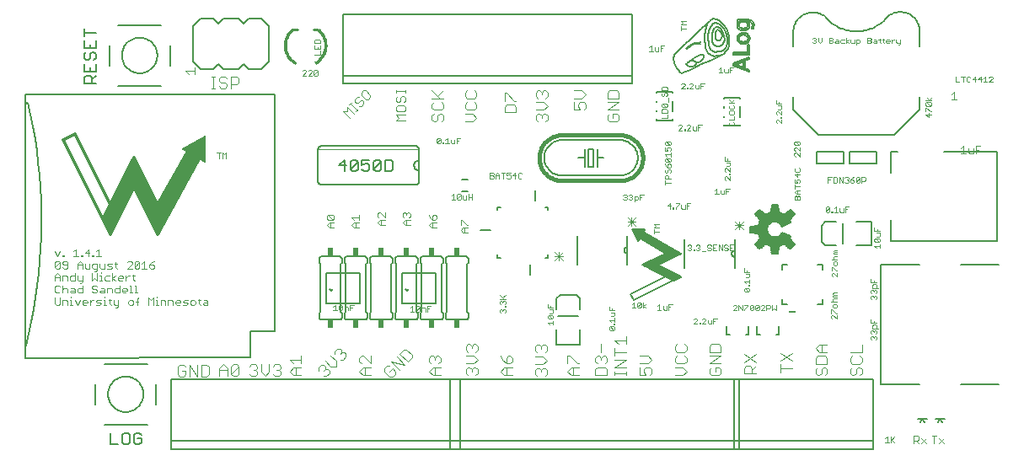
<source format=gto>
G75*
%MOIN*%
%OFA0B0*%
%FSLAX24Y24*%
%IPPOS*%
%LPD*%
%AMOC8*
5,1,8,0,0,1.08239X$1,22.5*
%
%ADD10C,0.0040*%
%ADD11C,0.0030*%
%ADD12C,0.0020*%
%ADD13C,0.0160*%
%ADD14C,0.0060*%
%ADD15C,0.0050*%
%ADD16C,0.0080*%
%ADD17R,0.0240X0.0340*%
%ADD18C,0.0010*%
%ADD19C,0.0100*%
%ADD20C,0.0079*%
%ADD21C,0.0000*%
%ADD22C,0.0001*%
%ADD23C,0.0118*%
%ADD24C,0.0059*%
%ADD25R,0.0250X0.0100*%
D10*
X006588Y003459D02*
X006665Y003382D01*
X006819Y003382D01*
X006895Y003459D01*
X006895Y003612D01*
X006742Y003612D01*
X006588Y003766D02*
X006588Y003459D01*
X007049Y003382D02*
X007049Y003842D01*
X007356Y003382D01*
X007356Y003842D01*
X007509Y003842D02*
X007739Y003842D01*
X007816Y003766D01*
X007816Y003459D01*
X007739Y003382D01*
X007509Y003382D01*
X007509Y003842D01*
X006895Y003766D02*
X006819Y003842D01*
X006665Y003842D01*
X006588Y003766D01*
X008240Y003710D02*
X008240Y003403D01*
X008240Y003633D02*
X008547Y003633D01*
X008547Y003710D02*
X008547Y003403D01*
X008701Y003480D02*
X009008Y003786D01*
X009008Y003480D01*
X008931Y003403D01*
X008778Y003403D01*
X008701Y003480D01*
X008701Y003786D01*
X008778Y003863D01*
X008931Y003863D01*
X009008Y003786D01*
X009430Y003786D02*
X009507Y003863D01*
X009661Y003863D01*
X009737Y003786D01*
X009737Y003710D01*
X009661Y003633D01*
X009737Y003556D01*
X009737Y003480D01*
X009661Y003403D01*
X009507Y003403D01*
X009430Y003480D01*
X009584Y003633D02*
X009661Y003633D01*
X009891Y003556D02*
X010044Y003403D01*
X010198Y003556D01*
X010198Y003863D01*
X010351Y003786D02*
X010428Y003863D01*
X010581Y003863D01*
X010658Y003786D01*
X010658Y003710D01*
X010581Y003633D01*
X010658Y003556D01*
X010658Y003480D01*
X010581Y003403D01*
X010428Y003403D01*
X010351Y003480D01*
X010505Y003633D02*
X010581Y003633D01*
X009891Y003556D02*
X009891Y003863D01*
X011012Y004044D02*
X011165Y003891D01*
X011165Y003737D02*
X011472Y003737D01*
X011472Y003891D02*
X011472Y004198D01*
X011472Y004044D02*
X011012Y004044D01*
X011165Y003737D02*
X011012Y003584D01*
X011165Y003430D01*
X011472Y003430D01*
X011242Y003430D02*
X011242Y003737D01*
X012145Y003725D02*
X012145Y003617D01*
X012145Y003725D02*
X012253Y003834D01*
X012362Y003834D01*
X012416Y003779D01*
X012416Y003671D01*
X012524Y003671D01*
X012579Y003617D01*
X012579Y003508D01*
X012470Y003400D01*
X012362Y003400D01*
X012362Y003617D02*
X012416Y003671D01*
X012633Y003779D02*
X012416Y003996D01*
X012633Y003779D02*
X012850Y003779D01*
X012850Y003996D01*
X012633Y004213D01*
X012796Y004268D02*
X012796Y004376D01*
X012904Y004485D01*
X013013Y004485D01*
X013067Y004430D01*
X013067Y004322D01*
X013175Y004322D01*
X013230Y004268D01*
X013230Y004159D01*
X013121Y004051D01*
X013013Y004051D01*
X013013Y004268D02*
X013067Y004322D01*
X013768Y004121D02*
X013768Y003968D01*
X013844Y003891D01*
X013921Y003737D02*
X014228Y003737D01*
X014228Y003891D02*
X013921Y004198D01*
X013844Y004198D01*
X013768Y004121D01*
X014228Y004198D02*
X014228Y003891D01*
X013998Y003737D02*
X013998Y003430D01*
X013921Y003430D02*
X013768Y003584D01*
X013921Y003737D01*
X013921Y003430D02*
X014228Y003430D01*
X014757Y003580D02*
X014757Y003689D01*
X014865Y003797D01*
X014974Y003797D01*
X015082Y003689D02*
X014974Y003580D01*
X015082Y003689D02*
X015191Y003580D01*
X015191Y003472D01*
X015082Y003363D01*
X014974Y003363D01*
X014757Y003580D01*
X015028Y003960D02*
X015354Y003634D01*
X015571Y003851D02*
X015028Y003960D01*
X015245Y004177D02*
X015571Y003851D01*
X015679Y003960D02*
X015842Y004123D01*
X015842Y004231D01*
X015625Y004448D01*
X015516Y004448D01*
X015354Y004285D01*
X015679Y003960D01*
X016524Y003968D02*
X016524Y004121D01*
X016600Y004198D01*
X016677Y004198D01*
X016754Y004121D01*
X016831Y004198D01*
X016907Y004198D01*
X016984Y004121D01*
X016984Y003968D01*
X016907Y003891D01*
X016984Y003737D02*
X016677Y003737D01*
X016524Y003584D01*
X016677Y003430D01*
X016984Y003430D01*
X016754Y003430D02*
X016754Y003737D01*
X016600Y003891D02*
X016524Y003968D01*
X016754Y004044D02*
X016754Y004121D01*
X017986Y004198D02*
X018293Y004198D01*
X018446Y004044D01*
X018293Y003891D01*
X017986Y003891D01*
X018062Y003737D02*
X018139Y003737D01*
X018216Y003661D01*
X018293Y003737D01*
X018369Y003737D01*
X018446Y003661D01*
X018446Y003507D01*
X018369Y003430D01*
X018216Y003584D02*
X018216Y003661D01*
X018062Y003737D02*
X017986Y003661D01*
X017986Y003507D01*
X018062Y003430D01*
X019351Y003584D02*
X019504Y003430D01*
X019811Y003430D01*
X019581Y003430D02*
X019581Y003737D01*
X019504Y003737D02*
X019811Y003737D01*
X019734Y003891D02*
X019811Y003968D01*
X019811Y004121D01*
X019734Y004198D01*
X019658Y004198D01*
X019581Y004121D01*
X019581Y003891D01*
X019734Y003891D01*
X019581Y003891D02*
X019427Y004044D01*
X019351Y004198D01*
X018446Y004428D02*
X018446Y004581D01*
X018369Y004658D01*
X018293Y004658D01*
X018216Y004581D01*
X018216Y004505D01*
X018216Y004581D02*
X018139Y004658D01*
X018062Y004658D01*
X017986Y004581D01*
X017986Y004428D01*
X018062Y004351D01*
X018369Y004351D02*
X018446Y004428D01*
X019351Y003584D02*
X019504Y003737D01*
X020727Y003636D02*
X020804Y003713D01*
X020881Y003713D01*
X020957Y003636D01*
X021034Y003713D01*
X021111Y003713D01*
X021188Y003636D01*
X021188Y003483D01*
X021111Y003406D01*
X020957Y003559D02*
X020957Y003636D01*
X020727Y003636D02*
X020727Y003483D01*
X020804Y003406D01*
X020727Y003866D02*
X021034Y003866D01*
X021188Y004020D01*
X021034Y004173D01*
X020727Y004173D01*
X020804Y004327D02*
X020727Y004404D01*
X020727Y004557D01*
X020804Y004634D01*
X020881Y004634D01*
X020957Y004557D01*
X021034Y004634D01*
X021111Y004634D01*
X021188Y004557D01*
X021188Y004404D01*
X021111Y004327D01*
X020957Y004480D02*
X020957Y004557D01*
X022001Y004198D02*
X022001Y003891D01*
X022154Y003737D02*
X022461Y003737D01*
X022461Y003891D02*
X022384Y003891D01*
X022077Y004198D01*
X022001Y004198D01*
X023106Y004121D02*
X023106Y003968D01*
X023183Y003891D01*
X023183Y003737D02*
X023106Y003661D01*
X023106Y003430D01*
X023566Y003430D01*
X023566Y003661D01*
X023490Y003737D01*
X023183Y003737D01*
X023490Y003891D02*
X023566Y003968D01*
X023566Y004121D01*
X023490Y004198D01*
X023413Y004198D01*
X023336Y004121D01*
X023336Y004044D01*
X023336Y004121D02*
X023259Y004198D01*
X023183Y004198D01*
X023106Y004121D01*
X023336Y004351D02*
X023336Y004658D01*
X023856Y004505D02*
X023856Y004198D01*
X023856Y004351D02*
X024316Y004351D01*
X024316Y004044D02*
X023856Y004044D01*
X023856Y003737D02*
X024316Y004044D01*
X024316Y003737D02*
X023856Y003737D01*
X023856Y003584D02*
X023856Y003430D01*
X023856Y003507D02*
X024316Y003507D01*
X024316Y003430D02*
X024316Y003584D01*
X024872Y003737D02*
X024872Y003430D01*
X025102Y003430D01*
X025025Y003584D01*
X025025Y003661D01*
X025102Y003737D01*
X025256Y003737D01*
X025332Y003661D01*
X025332Y003507D01*
X025256Y003430D01*
X025179Y003891D02*
X025332Y004044D01*
X025179Y004198D01*
X024872Y004198D01*
X024872Y003891D02*
X025179Y003891D01*
X026256Y003968D02*
X026332Y003891D01*
X026639Y003891D01*
X026716Y003968D01*
X026716Y004121D01*
X026639Y004198D01*
X026639Y004351D02*
X026716Y004428D01*
X026716Y004581D01*
X026639Y004658D01*
X026332Y004658D02*
X026256Y004581D01*
X026256Y004428D01*
X026332Y004351D01*
X026639Y004351D01*
X026332Y004198D02*
X026256Y004121D01*
X026256Y003968D01*
X026256Y003737D02*
X026563Y003737D01*
X026716Y003584D01*
X026563Y003430D01*
X026256Y003430D01*
X027612Y003507D02*
X027689Y003430D01*
X027996Y003430D01*
X028072Y003507D01*
X028072Y003661D01*
X027996Y003737D01*
X027842Y003737D01*
X027842Y003584D01*
X027689Y003737D02*
X027612Y003661D01*
X027612Y003507D01*
X027612Y003891D02*
X028072Y004198D01*
X027612Y004198D01*
X027612Y004351D02*
X027612Y004581D01*
X027689Y004658D01*
X027996Y004658D01*
X028072Y004581D01*
X028072Y004351D01*
X027612Y004351D01*
X027612Y003891D02*
X028072Y003891D01*
X028997Y003951D02*
X029457Y004258D01*
X029457Y003951D02*
X028997Y004258D01*
X029074Y003797D02*
X029227Y003797D01*
X029304Y003721D01*
X029304Y003490D01*
X029457Y003490D02*
X028997Y003490D01*
X028997Y003721D01*
X029074Y003797D01*
X029304Y003644D02*
X029457Y003797D01*
X030437Y003857D02*
X030437Y003550D01*
X030437Y003704D02*
X030897Y003704D01*
X030897Y004011D02*
X030437Y004318D01*
X030437Y004011D02*
X030897Y004318D01*
X031812Y004500D02*
X031965Y004346D01*
X032272Y004346D01*
X032195Y004193D02*
X031889Y004193D01*
X031812Y004116D01*
X031812Y003886D01*
X032272Y003886D01*
X032272Y004116D01*
X032195Y004193D01*
X032042Y004346D02*
X032042Y004653D01*
X031965Y004653D02*
X032272Y004653D01*
X031965Y004653D02*
X031812Y004500D01*
X033187Y004346D02*
X033647Y004346D01*
X033647Y004653D01*
X033570Y004193D02*
X033647Y004116D01*
X033647Y003963D01*
X033570Y003886D01*
X033264Y003886D01*
X033187Y003963D01*
X033187Y004116D01*
X033264Y004193D01*
X033264Y003732D02*
X033187Y003656D01*
X033187Y003502D01*
X033264Y003425D01*
X033340Y003425D01*
X033417Y003502D01*
X033417Y003656D01*
X033494Y003732D01*
X033570Y003732D01*
X033647Y003656D01*
X033647Y003502D01*
X033570Y003425D01*
X032272Y003502D02*
X032195Y003425D01*
X032272Y003502D02*
X032272Y003656D01*
X032195Y003732D01*
X032119Y003732D01*
X032042Y003656D01*
X032042Y003502D01*
X031965Y003425D01*
X031889Y003425D01*
X031812Y003502D01*
X031812Y003656D01*
X031889Y003732D01*
X024316Y004658D02*
X024316Y004965D01*
X024316Y004812D02*
X023856Y004812D01*
X024009Y004658D01*
X022231Y003737D02*
X022231Y003430D01*
X022154Y003430D02*
X022001Y003584D01*
X022154Y003737D01*
X022154Y003430D02*
X022461Y003430D01*
X008547Y003710D02*
X008394Y003863D01*
X008240Y003710D01*
X016714Y013463D02*
X016791Y013463D01*
X016868Y013540D01*
X016868Y013694D01*
X016944Y013770D01*
X017021Y013770D01*
X017098Y013694D01*
X017098Y013540D01*
X017021Y013463D01*
X016714Y013463D02*
X016637Y013540D01*
X016637Y013694D01*
X016714Y013770D01*
X016714Y013924D02*
X016637Y014001D01*
X016637Y014154D01*
X016714Y014231D01*
X016637Y014384D02*
X017098Y014384D01*
X016944Y014384D02*
X016637Y014691D01*
X016868Y014461D02*
X017098Y014691D01*
X017021Y014231D02*
X017098Y014154D01*
X017098Y014001D01*
X017021Y013924D01*
X016714Y013924D01*
X017944Y014001D02*
X018020Y013924D01*
X018327Y013924D01*
X018404Y014001D01*
X018404Y014154D01*
X018327Y014231D01*
X018327Y014384D02*
X018404Y014461D01*
X018404Y014614D01*
X018327Y014691D01*
X018020Y014691D02*
X017944Y014614D01*
X017944Y014461D01*
X018020Y014384D01*
X018327Y014384D01*
X018020Y014231D02*
X017944Y014154D01*
X017944Y014001D01*
X017944Y013770D02*
X018250Y013770D01*
X018404Y013617D01*
X018250Y013463D01*
X017944Y013463D01*
X019512Y013824D02*
X019512Y014054D01*
X019589Y014131D01*
X019896Y014131D01*
X019973Y014054D01*
X019973Y013824D01*
X019512Y013824D01*
X019512Y014284D02*
X019512Y014591D01*
X019589Y014591D01*
X019896Y014284D01*
X019973Y014284D01*
X020754Y014231D02*
X021060Y014231D01*
X021214Y014077D01*
X021060Y013924D01*
X020754Y013924D01*
X020830Y013770D02*
X020754Y013694D01*
X020754Y013540D01*
X020830Y013463D01*
X020984Y013617D02*
X020984Y013694D01*
X021060Y013770D01*
X021137Y013770D01*
X021214Y013694D01*
X021214Y013540D01*
X021137Y013463D01*
X020984Y013694D02*
X020907Y013770D01*
X020830Y013770D01*
X020830Y014384D02*
X020754Y014461D01*
X020754Y014614D01*
X020830Y014691D01*
X020907Y014691D01*
X020984Y014614D01*
X021060Y014691D01*
X021137Y014691D01*
X021214Y014614D01*
X021214Y014461D01*
X021137Y014384D01*
X020984Y014538D02*
X020984Y014614D01*
X022267Y014691D02*
X022574Y014691D01*
X022728Y014538D01*
X022574Y014384D01*
X022267Y014384D01*
X022267Y014231D02*
X022267Y013924D01*
X022498Y013924D01*
X022421Y014077D01*
X022421Y014154D01*
X022498Y014231D01*
X022651Y014231D01*
X022728Y014154D01*
X022728Y014001D01*
X022651Y013924D01*
X023577Y013924D02*
X024038Y014231D01*
X023577Y014231D01*
X023577Y014384D02*
X023577Y014614D01*
X023654Y014691D01*
X023961Y014691D01*
X024038Y014614D01*
X024038Y014384D01*
X023577Y014384D01*
X023577Y013924D02*
X024038Y013924D01*
X023961Y013770D02*
X023808Y013770D01*
X023808Y013617D01*
X023961Y013770D02*
X024038Y013694D01*
X024038Y013540D01*
X023961Y013463D01*
X023654Y013463D01*
X023577Y013540D01*
X023577Y013694D01*
X023654Y013770D01*
X008989Y015010D02*
X008913Y014933D01*
X008682Y014933D01*
X008682Y014780D02*
X008682Y015240D01*
X008913Y015240D01*
X008989Y015164D01*
X008989Y015010D01*
X008529Y014933D02*
X008529Y014857D01*
X008452Y014780D01*
X008299Y014780D01*
X008222Y014857D01*
X008299Y015010D02*
X008452Y015010D01*
X008529Y014933D01*
X008299Y015010D02*
X008222Y015087D01*
X008222Y015164D01*
X008299Y015240D01*
X008452Y015240D01*
X008529Y015164D01*
X008068Y015240D02*
X007915Y015240D01*
X007992Y015240D02*
X007992Y014780D01*
X008068Y014780D02*
X007915Y014780D01*
D11*
X007265Y015345D02*
X007265Y015592D01*
X007265Y015468D02*
X006895Y015468D01*
X007018Y015345D01*
X013114Y013870D02*
X013376Y013608D01*
X013550Y013783D02*
X013288Y014044D01*
X013288Y013870D01*
X013114Y013870D01*
X013374Y014130D02*
X013462Y014218D01*
X013418Y014174D02*
X013680Y013912D01*
X013723Y013956D02*
X013636Y013868D01*
X013766Y014086D02*
X013853Y014086D01*
X013941Y014173D01*
X013941Y014260D01*
X013897Y014304D01*
X013810Y014304D01*
X013722Y014217D01*
X013635Y014217D01*
X013592Y014260D01*
X013592Y014348D01*
X013679Y014435D01*
X013766Y014435D01*
X013852Y014521D02*
X014027Y014346D01*
X014114Y014346D01*
X014201Y014433D01*
X014201Y014521D01*
X014027Y014695D01*
X013939Y014695D01*
X013852Y014608D01*
X013852Y014521D01*
X015217Y014594D02*
X015217Y014718D01*
X015217Y014656D02*
X015588Y014656D01*
X015588Y014594D02*
X015588Y014718D01*
X015526Y014473D02*
X015464Y014473D01*
X015403Y014411D01*
X015403Y014287D01*
X015341Y014226D01*
X015279Y014226D01*
X015217Y014287D01*
X015217Y014411D01*
X015279Y014473D01*
X015526Y014473D02*
X015588Y014411D01*
X015588Y014287D01*
X015526Y014226D01*
X015526Y014104D02*
X015279Y014104D01*
X015217Y014043D01*
X015217Y013919D01*
X015279Y013857D01*
X015526Y013857D01*
X015588Y013919D01*
X015588Y014043D01*
X015526Y014104D01*
X015588Y013736D02*
X015217Y013736D01*
X015341Y013613D01*
X015217Y013489D01*
X015588Y013489D01*
X015587Y009858D02*
X015635Y009810D01*
X015683Y009858D01*
X015732Y009858D01*
X015780Y009810D01*
X015780Y009713D01*
X015732Y009665D01*
X015780Y009563D02*
X015587Y009563D01*
X015490Y009467D01*
X015587Y009370D01*
X015780Y009370D01*
X015635Y009370D02*
X015635Y009563D01*
X015538Y009665D02*
X015490Y009713D01*
X015490Y009810D01*
X015538Y009858D01*
X015587Y009858D01*
X015635Y009810D02*
X015635Y009761D01*
X014780Y009670D02*
X014587Y009863D01*
X014538Y009863D01*
X014490Y009815D01*
X014490Y009718D01*
X014538Y009670D01*
X014587Y009568D02*
X014780Y009568D01*
X014780Y009670D02*
X014780Y009863D01*
X014635Y009568D02*
X014635Y009375D01*
X014587Y009375D02*
X014490Y009472D01*
X014587Y009568D01*
X014587Y009375D02*
X014780Y009375D01*
X013755Y009286D02*
X013562Y009286D01*
X013465Y009382D01*
X013562Y009479D01*
X013755Y009479D01*
X013755Y009580D02*
X013755Y009774D01*
X013755Y009677D02*
X013465Y009677D01*
X013562Y009580D01*
X013610Y009479D02*
X013610Y009286D01*
X012770Y009286D02*
X012577Y009286D01*
X012480Y009382D01*
X012577Y009479D01*
X012770Y009479D01*
X012722Y009580D02*
X012528Y009580D01*
X012480Y009629D01*
X012480Y009725D01*
X012528Y009774D01*
X012722Y009580D01*
X012770Y009629D01*
X012770Y009725D01*
X012722Y009774D01*
X012528Y009774D01*
X012625Y009479D02*
X012625Y009286D01*
X016525Y009382D02*
X016622Y009286D01*
X016815Y009286D01*
X016670Y009286D02*
X016670Y009479D01*
X016622Y009479D02*
X016815Y009479D01*
X016767Y009580D02*
X016670Y009580D01*
X016670Y009725D01*
X016718Y009774D01*
X016767Y009774D01*
X016815Y009725D01*
X016815Y009629D01*
X016767Y009580D01*
X016670Y009580D02*
X016573Y009677D01*
X016525Y009774D01*
X016622Y009479D02*
X016525Y009382D01*
X017775Y009380D02*
X017775Y009574D01*
X017823Y009574D01*
X018017Y009380D01*
X018065Y009380D01*
X018065Y009279D02*
X017872Y009279D01*
X017775Y009182D01*
X017872Y009086D01*
X018065Y009086D01*
X017920Y009086D02*
X017920Y009279D01*
X021501Y008297D02*
X021815Y007983D01*
X021658Y007983D02*
X021658Y008297D01*
X021815Y008297D02*
X021501Y007983D01*
X021501Y008140D02*
X021815Y008140D01*
X024383Y009351D02*
X024697Y009665D01*
X024540Y009665D02*
X024540Y009351D01*
X024697Y009351D02*
X024383Y009665D01*
X024383Y009508D02*
X024697Y009508D01*
X028633Y009515D02*
X028947Y009201D01*
X028790Y009201D02*
X028790Y009515D01*
X028947Y009515D02*
X028633Y009201D01*
X028633Y009358D02*
X028947Y009358D01*
X037556Y012210D02*
X037750Y012210D01*
X037653Y012210D02*
X037653Y012500D01*
X037556Y012403D01*
X037851Y012403D02*
X037851Y012258D01*
X037899Y012210D01*
X038044Y012210D01*
X038044Y012403D01*
X038145Y012355D02*
X038242Y012355D01*
X038145Y012210D02*
X038145Y012500D01*
X038339Y012500D01*
X037390Y014341D02*
X037197Y014341D01*
X037293Y014341D02*
X037293Y014631D01*
X037197Y014534D01*
X007772Y006355D02*
X007772Y006210D01*
X007627Y006210D01*
X007579Y006258D01*
X007627Y006307D01*
X007772Y006307D01*
X007772Y006355D02*
X007724Y006403D01*
X007627Y006403D01*
X007479Y006403D02*
X007382Y006403D01*
X007431Y006452D02*
X007431Y006258D01*
X007479Y006210D01*
X007281Y006258D02*
X007281Y006355D01*
X007233Y006403D01*
X007136Y006403D01*
X007088Y006355D01*
X007088Y006258D01*
X007136Y006210D01*
X007233Y006210D01*
X007281Y006258D01*
X006987Y006258D02*
X006938Y006307D01*
X006842Y006307D01*
X006793Y006355D01*
X006842Y006403D01*
X006987Y006403D01*
X006987Y006258D02*
X006938Y006210D01*
X006793Y006210D01*
X006692Y006307D02*
X006499Y006307D01*
X006499Y006355D02*
X006547Y006403D01*
X006644Y006403D01*
X006692Y006355D01*
X006692Y006307D01*
X006644Y006210D02*
X006547Y006210D01*
X006499Y006258D01*
X006499Y006355D01*
X006397Y006355D02*
X006397Y006210D01*
X006397Y006355D02*
X006349Y006403D01*
X006204Y006403D01*
X006204Y006210D01*
X006103Y006210D02*
X006103Y006355D01*
X006054Y006403D01*
X005909Y006403D01*
X005909Y006210D01*
X005810Y006210D02*
X005713Y006210D01*
X005761Y006210D02*
X005761Y006403D01*
X005713Y006403D01*
X005761Y006500D02*
X005761Y006549D01*
X005612Y006500D02*
X005612Y006210D01*
X005418Y006210D02*
X005418Y006500D01*
X005515Y006403D01*
X005612Y006500D01*
X005024Y006500D02*
X004975Y006452D01*
X004975Y006210D01*
X004927Y006355D02*
X005024Y006355D01*
X004826Y006355D02*
X004778Y006403D01*
X004681Y006403D01*
X004632Y006355D01*
X004632Y006258D01*
X004681Y006210D01*
X004778Y006210D01*
X004826Y006258D01*
X004826Y006355D01*
X004237Y006403D02*
X004237Y006162D01*
X004188Y006113D01*
X004140Y006113D01*
X004091Y006210D02*
X004043Y006258D01*
X004043Y006403D01*
X003943Y006403D02*
X003847Y006403D01*
X003895Y006452D02*
X003895Y006258D01*
X003943Y006210D01*
X004091Y006210D02*
X004237Y006210D01*
X003747Y006210D02*
X003650Y006210D01*
X003699Y006210D02*
X003699Y006403D01*
X003650Y006403D01*
X003549Y006403D02*
X003404Y006403D01*
X003356Y006355D01*
X003404Y006307D01*
X003501Y006307D01*
X003549Y006258D01*
X003501Y006210D01*
X003356Y006210D01*
X003255Y006403D02*
X003207Y006403D01*
X003110Y006307D01*
X003110Y006403D02*
X003110Y006210D01*
X003009Y006307D02*
X002815Y006307D01*
X002815Y006355D02*
X002864Y006403D01*
X002961Y006403D01*
X003009Y006355D01*
X003009Y006307D01*
X002961Y006210D02*
X002864Y006210D01*
X002815Y006258D01*
X002815Y006355D01*
X002714Y006403D02*
X002617Y006210D01*
X002521Y006403D01*
X002373Y006403D02*
X002373Y006210D01*
X002421Y006210D02*
X002324Y006210D01*
X002223Y006210D02*
X002223Y006355D01*
X002175Y006403D01*
X002030Y006403D01*
X002030Y006210D01*
X001928Y006258D02*
X001928Y006500D01*
X001735Y006500D02*
X001735Y006258D01*
X001783Y006210D01*
X001880Y006210D01*
X001928Y006258D01*
X002324Y006403D02*
X002373Y006403D01*
X002373Y006500D02*
X002373Y006549D01*
X002373Y006690D02*
X002324Y006738D01*
X002373Y006787D01*
X002518Y006787D01*
X002518Y006835D02*
X002518Y006690D01*
X002373Y006690D01*
X002223Y006690D02*
X002223Y006835D01*
X002175Y006883D01*
X002078Y006883D01*
X002030Y006835D01*
X001928Y006738D02*
X001880Y006690D01*
X001783Y006690D01*
X001735Y006738D01*
X001735Y006932D01*
X001783Y006980D01*
X001880Y006980D01*
X001928Y006932D01*
X002030Y006980D02*
X002030Y006690D01*
X002373Y006883D02*
X002469Y006883D01*
X002518Y006835D01*
X002619Y006835D02*
X002667Y006883D01*
X002812Y006883D01*
X002812Y006980D02*
X002812Y006690D01*
X002667Y006690D01*
X002619Y006738D01*
X002619Y006835D01*
X002716Y007073D02*
X002764Y007073D01*
X002812Y007122D01*
X002812Y007363D01*
X002812Y007170D02*
X002667Y007170D01*
X002619Y007218D01*
X002619Y007363D01*
X002518Y007363D02*
X002373Y007363D01*
X002324Y007315D01*
X002324Y007218D01*
X002373Y007170D01*
X002518Y007170D01*
X002518Y007460D01*
X002619Y007650D02*
X002619Y007843D01*
X002716Y007940D01*
X002812Y007843D01*
X002812Y007650D01*
X002914Y007698D02*
X002962Y007650D01*
X003107Y007650D01*
X003107Y007843D01*
X003208Y007795D02*
X003257Y007843D01*
X003402Y007843D01*
X003402Y007602D01*
X003353Y007553D01*
X003305Y007553D01*
X003257Y007650D02*
X003402Y007650D01*
X003503Y007698D02*
X003551Y007650D01*
X003696Y007650D01*
X003696Y007843D01*
X003798Y007795D02*
X003846Y007843D01*
X003991Y007843D01*
X004092Y007843D02*
X004189Y007843D01*
X004141Y007892D02*
X004141Y007698D01*
X004189Y007650D01*
X003991Y007698D02*
X003943Y007747D01*
X003846Y007747D01*
X003798Y007795D01*
X003798Y007650D02*
X003943Y007650D01*
X003991Y007698D01*
X003551Y007509D02*
X003551Y007460D01*
X003551Y007363D02*
X003551Y007170D01*
X003503Y007170D02*
X003600Y007170D01*
X003699Y007218D02*
X003699Y007315D01*
X003748Y007363D01*
X003893Y007363D01*
X003994Y007267D02*
X004139Y007363D01*
X004240Y007315D02*
X004288Y007363D01*
X004385Y007363D01*
X004433Y007315D01*
X004433Y007267D01*
X004240Y007267D01*
X004240Y007315D02*
X004240Y007218D01*
X004288Y007170D01*
X004385Y007170D01*
X004534Y007170D02*
X004534Y007363D01*
X004534Y007267D02*
X004631Y007363D01*
X004679Y007363D01*
X004780Y007363D02*
X004876Y007363D01*
X004828Y007412D02*
X004828Y007218D01*
X004876Y007170D01*
X004878Y006980D02*
X004926Y006980D01*
X004926Y006690D01*
X004878Y006690D02*
X004975Y006690D01*
X004778Y006690D02*
X004682Y006690D01*
X004730Y006690D02*
X004730Y006980D01*
X004682Y006980D01*
X004580Y006835D02*
X004580Y006787D01*
X004387Y006787D01*
X004387Y006835D02*
X004435Y006883D01*
X004532Y006883D01*
X004580Y006835D01*
X004532Y006690D02*
X004435Y006690D01*
X004387Y006738D01*
X004387Y006835D01*
X004286Y006883D02*
X004141Y006883D01*
X004092Y006835D01*
X004092Y006738D01*
X004141Y006690D01*
X004286Y006690D01*
X004286Y006980D01*
X004139Y007170D02*
X003994Y007267D01*
X003994Y007170D02*
X003994Y007460D01*
X003893Y007170D02*
X003748Y007170D01*
X003699Y007218D01*
X003551Y007363D02*
X003503Y007363D01*
X003402Y007460D02*
X003402Y007170D01*
X003305Y007267D01*
X003208Y007170D01*
X003208Y007460D01*
X003257Y007650D02*
X003208Y007698D01*
X003208Y007795D01*
X002914Y007843D02*
X002914Y007698D01*
X002812Y007795D02*
X002619Y007795D01*
X002223Y007795D02*
X002078Y007795D01*
X002030Y007843D01*
X002030Y007892D01*
X002078Y007940D01*
X002175Y007940D01*
X002223Y007892D01*
X002223Y007698D01*
X002175Y007650D01*
X002078Y007650D01*
X002030Y007698D01*
X001928Y007698D02*
X001880Y007650D01*
X001783Y007650D01*
X001735Y007698D01*
X001928Y007892D01*
X001928Y007698D01*
X001735Y007698D02*
X001735Y007892D01*
X001783Y007940D01*
X001880Y007940D01*
X001928Y007892D01*
X001832Y008130D02*
X001928Y008323D01*
X002030Y008178D02*
X002078Y008178D01*
X002078Y008130D01*
X002030Y008130D01*
X002030Y008178D01*
X001832Y008130D02*
X001735Y008323D01*
X002472Y008323D02*
X002568Y008420D01*
X002568Y008130D01*
X002472Y008130D02*
X002665Y008130D01*
X002766Y008130D02*
X002815Y008130D01*
X002815Y008178D01*
X002766Y008178D01*
X002766Y008130D01*
X002914Y008275D02*
X003107Y008275D01*
X003208Y008178D02*
X003257Y008178D01*
X003257Y008130D01*
X003208Y008130D01*
X003208Y008178D01*
X003356Y008130D02*
X003549Y008130D01*
X003452Y008130D02*
X003452Y008420D01*
X003356Y008323D01*
X003059Y008420D02*
X003059Y008130D01*
X002914Y008275D02*
X003059Y008420D01*
X003503Y007843D02*
X003503Y007698D01*
X004583Y007650D02*
X004777Y007843D01*
X004777Y007892D01*
X004728Y007940D01*
X004632Y007940D01*
X004583Y007892D01*
X004878Y007892D02*
X004926Y007940D01*
X005023Y007940D01*
X005071Y007892D01*
X004878Y007698D01*
X004926Y007650D01*
X005023Y007650D01*
X005071Y007698D01*
X005071Y007892D01*
X005173Y007843D02*
X005269Y007940D01*
X005269Y007650D01*
X005173Y007650D02*
X005366Y007650D01*
X005467Y007698D02*
X005516Y007650D01*
X005612Y007650D01*
X005661Y007698D01*
X005661Y007747D01*
X005612Y007795D01*
X005467Y007795D01*
X005467Y007698D01*
X005467Y007795D02*
X005564Y007892D01*
X005661Y007940D01*
X004878Y007892D02*
X004878Y007698D01*
X004777Y007650D02*
X004583Y007650D01*
X003402Y006932D02*
X003353Y006980D01*
X003257Y006980D01*
X003208Y006932D01*
X003208Y006883D01*
X003257Y006835D01*
X003353Y006835D01*
X003402Y006787D01*
X003402Y006738D01*
X003353Y006690D01*
X003257Y006690D01*
X003208Y006738D01*
X003503Y006738D02*
X003551Y006787D01*
X003696Y006787D01*
X003696Y006835D02*
X003696Y006690D01*
X003551Y006690D01*
X003503Y006738D01*
X003551Y006883D02*
X003648Y006883D01*
X003696Y006835D01*
X003798Y006883D02*
X003943Y006883D01*
X003991Y006835D01*
X003991Y006690D01*
X003798Y006690D02*
X003798Y006883D01*
X003699Y006549D02*
X003699Y006500D01*
X002223Y007170D02*
X002223Y007315D01*
X002175Y007363D01*
X002030Y007363D01*
X002030Y007170D01*
X001928Y007170D02*
X001928Y007363D01*
X001832Y007460D01*
X001735Y007363D01*
X001735Y007170D01*
X001735Y007315D02*
X001928Y007315D01*
X035706Y001040D02*
X035706Y000750D01*
X035706Y000847D02*
X035851Y000847D01*
X035899Y000895D01*
X035899Y000992D01*
X035851Y001040D01*
X035706Y001040D01*
X035802Y000847D02*
X035899Y000750D01*
X036000Y000750D02*
X036194Y000943D01*
X036194Y000750D02*
X036000Y000943D01*
X036411Y001040D02*
X036604Y001040D01*
X036507Y001040D02*
X036507Y000750D01*
X036705Y000750D02*
X036899Y000943D01*
X036899Y000750D02*
X036705Y000943D01*
D12*
X034941Y000995D02*
X034794Y000848D01*
X034831Y000885D02*
X034941Y000775D01*
X034794Y000775D02*
X034794Y000995D01*
X034646Y000995D02*
X034646Y000775D01*
X034573Y000775D02*
X034720Y000775D01*
X034573Y000922D02*
X034646Y000995D01*
X034183Y004840D02*
X034220Y004877D01*
X034220Y004950D01*
X034183Y004987D01*
X034147Y004987D01*
X034110Y004950D01*
X034110Y004913D01*
X034110Y004950D02*
X034073Y004987D01*
X034037Y004987D01*
X034000Y004950D01*
X034000Y004877D01*
X034037Y004840D01*
X034037Y005061D02*
X034000Y005098D01*
X034000Y005171D01*
X034037Y005208D01*
X034073Y005208D01*
X034110Y005171D01*
X034147Y005208D01*
X034183Y005208D01*
X034220Y005171D01*
X034220Y005098D01*
X034183Y005061D01*
X034110Y005134D02*
X034110Y005171D01*
X034073Y005282D02*
X034073Y005392D01*
X034110Y005429D01*
X034183Y005429D01*
X034220Y005392D01*
X034220Y005282D01*
X034293Y005282D02*
X034073Y005282D01*
X034110Y005503D02*
X034110Y005576D01*
X034220Y005503D02*
X034000Y005503D01*
X034000Y005650D01*
X032650Y005660D02*
X032503Y005807D01*
X032467Y005807D01*
X032430Y005770D01*
X032430Y005697D01*
X032467Y005660D01*
X032650Y005660D02*
X032650Y005807D01*
X032650Y005881D02*
X032613Y005881D01*
X032467Y006028D01*
X032430Y006028D01*
X032430Y005881D01*
X032540Y006102D02*
X032613Y006102D01*
X032650Y006139D01*
X032650Y006212D01*
X032613Y006249D01*
X032540Y006249D01*
X032503Y006212D01*
X032503Y006139D01*
X032540Y006102D01*
X032540Y006323D02*
X032503Y006360D01*
X032503Y006433D01*
X032540Y006470D01*
X032650Y006470D01*
X032650Y006544D02*
X032503Y006544D01*
X032503Y006581D01*
X032540Y006617D01*
X032503Y006654D01*
X032540Y006691D01*
X032650Y006691D01*
X032650Y006617D02*
X032540Y006617D01*
X032430Y006323D02*
X032650Y006323D01*
X034000Y006477D02*
X034000Y006550D01*
X034037Y006587D01*
X034073Y006587D01*
X034110Y006550D01*
X034147Y006587D01*
X034183Y006587D01*
X034220Y006550D01*
X034220Y006477D01*
X034183Y006440D01*
X034110Y006513D02*
X034110Y006550D01*
X034037Y006440D02*
X034000Y006477D01*
X034037Y006661D02*
X034000Y006698D01*
X034000Y006771D01*
X034037Y006808D01*
X034073Y006808D01*
X034110Y006771D01*
X034147Y006808D01*
X034183Y006808D01*
X034220Y006771D01*
X034220Y006698D01*
X034183Y006661D01*
X034110Y006734D02*
X034110Y006771D01*
X034073Y006882D02*
X034073Y006992D01*
X034110Y007029D01*
X034183Y007029D01*
X034220Y006992D01*
X034220Y006882D01*
X034293Y006882D02*
X034073Y006882D01*
X034110Y007103D02*
X034110Y007176D01*
X034220Y007103D02*
X034000Y007103D01*
X034000Y007250D01*
X032670Y007340D02*
X032523Y007487D01*
X032487Y007487D01*
X032450Y007450D01*
X032450Y007377D01*
X032487Y007340D01*
X032670Y007340D02*
X032670Y007487D01*
X032670Y007561D02*
X032633Y007561D01*
X032487Y007708D01*
X032450Y007708D01*
X032450Y007561D01*
X032560Y007782D02*
X032633Y007782D01*
X032670Y007819D01*
X032670Y007892D01*
X032633Y007929D01*
X032560Y007929D01*
X032523Y007892D01*
X032523Y007819D01*
X032560Y007782D01*
X032560Y008003D02*
X032523Y008040D01*
X032523Y008113D01*
X032560Y008150D01*
X032670Y008150D01*
X032670Y008224D02*
X032523Y008224D01*
X032523Y008261D01*
X032560Y008297D01*
X032523Y008334D01*
X032560Y008371D01*
X032670Y008371D01*
X032670Y008297D02*
X032560Y008297D01*
X032450Y008003D02*
X032670Y008003D01*
X034139Y008544D02*
X034359Y008544D01*
X034359Y008617D02*
X034359Y008470D01*
X034213Y008470D02*
X034139Y008544D01*
X034176Y008691D02*
X034139Y008728D01*
X034139Y008801D01*
X034176Y008838D01*
X034323Y008691D01*
X034359Y008728D01*
X034359Y008801D01*
X034323Y008838D01*
X034176Y008838D01*
X034213Y008912D02*
X034323Y008912D01*
X034359Y008949D01*
X034359Y009059D01*
X034213Y009059D01*
X034249Y009133D02*
X034249Y009207D01*
X034139Y009133D02*
X034139Y009280D01*
X034139Y009133D02*
X034359Y009133D01*
X034323Y008691D02*
X034176Y008691D01*
X032993Y009880D02*
X032993Y010100D01*
X033140Y010100D01*
X033067Y009990D02*
X032993Y009990D01*
X032919Y010027D02*
X032919Y009880D01*
X032809Y009880D01*
X032772Y009917D01*
X032772Y010027D01*
X032625Y010100D02*
X032625Y009880D01*
X032698Y009880D02*
X032551Y009880D01*
X032478Y009880D02*
X032441Y009880D01*
X032441Y009917D01*
X032478Y009917D01*
X032478Y009880D01*
X032367Y009917D02*
X032330Y009880D01*
X032257Y009880D01*
X032220Y009917D01*
X032367Y010063D01*
X032367Y009917D01*
X032367Y010063D02*
X032330Y010100D01*
X032257Y010100D01*
X032220Y010063D01*
X032220Y009917D01*
X032551Y010027D02*
X032625Y010100D01*
X031202Y010377D02*
X031202Y010487D01*
X031166Y010524D01*
X031129Y010524D01*
X031092Y010487D01*
X031092Y010377D01*
X030982Y010377D02*
X030982Y010487D01*
X031019Y010524D01*
X031056Y010524D01*
X031092Y010487D01*
X031092Y010598D02*
X031092Y010745D01*
X031056Y010745D02*
X031202Y010745D01*
X031056Y010745D02*
X030982Y010671D01*
X031056Y010598D01*
X031202Y010598D01*
X031202Y010892D02*
X030982Y010892D01*
X030982Y010819D02*
X030982Y010966D01*
X030982Y011040D02*
X031092Y011040D01*
X031056Y011113D01*
X031056Y011150D01*
X031092Y011187D01*
X031166Y011187D01*
X031202Y011150D01*
X031202Y011077D01*
X031166Y011040D01*
X030982Y011040D02*
X030982Y011187D01*
X031092Y011261D02*
X031092Y011408D01*
X031019Y011482D02*
X031166Y011482D01*
X031202Y011519D01*
X031202Y011592D01*
X031166Y011629D01*
X031019Y011629D02*
X030982Y011592D01*
X030982Y011519D01*
X031019Y011482D01*
X030982Y011371D02*
X031092Y011261D01*
X031202Y011371D02*
X030982Y011371D01*
X032306Y011267D02*
X032306Y011047D01*
X032306Y011157D02*
X032380Y011157D01*
X032306Y011267D02*
X032453Y011267D01*
X032527Y011267D02*
X032637Y011267D01*
X032674Y011230D01*
X032674Y011083D01*
X032637Y011047D01*
X032527Y011047D01*
X032527Y011267D01*
X032748Y011267D02*
X032895Y011047D01*
X032895Y011267D01*
X032969Y011230D02*
X033006Y011267D01*
X033079Y011267D01*
X033116Y011230D01*
X033116Y011194D01*
X033079Y011157D01*
X033116Y011120D01*
X033116Y011083D01*
X033079Y011047D01*
X033006Y011047D01*
X032969Y011083D01*
X033043Y011157D02*
X033079Y011157D01*
X033190Y011157D02*
X033300Y011157D01*
X033337Y011120D01*
X033337Y011083D01*
X033300Y011047D01*
X033227Y011047D01*
X033190Y011083D01*
X033190Y011157D01*
X033264Y011230D01*
X033337Y011267D01*
X033411Y011230D02*
X033411Y011083D01*
X033558Y011230D01*
X033558Y011083D01*
X033521Y011047D01*
X033448Y011047D01*
X033411Y011083D01*
X033411Y011230D02*
X033448Y011267D01*
X033521Y011267D01*
X033558Y011230D01*
X033632Y011267D02*
X033742Y011267D01*
X033779Y011230D01*
X033779Y011157D01*
X033742Y011120D01*
X033632Y011120D01*
X033632Y011047D02*
X033632Y011267D01*
X032748Y011267D02*
X032748Y011047D01*
X031202Y010377D02*
X030982Y010377D01*
X028419Y010820D02*
X028272Y010820D01*
X028272Y010600D01*
X028198Y010600D02*
X028198Y010747D01*
X028272Y010710D02*
X028345Y010710D01*
X028198Y010600D02*
X028088Y010600D01*
X028051Y010637D01*
X028051Y010747D01*
X027977Y010600D02*
X027830Y010600D01*
X027903Y010600D02*
X027903Y010820D01*
X027830Y010747D01*
X028210Y011182D02*
X028247Y011146D01*
X028210Y011182D02*
X028210Y011256D01*
X028247Y011292D01*
X028283Y011292D01*
X028430Y011146D01*
X028430Y011292D01*
X028430Y011367D02*
X028430Y011403D01*
X028393Y011403D01*
X028393Y011367D01*
X028430Y011367D01*
X028430Y011477D02*
X028283Y011624D01*
X028247Y011624D01*
X028210Y011587D01*
X028210Y011514D01*
X028247Y011477D01*
X028430Y011477D02*
X028430Y011624D01*
X028393Y011698D02*
X028430Y011735D01*
X028430Y011845D01*
X028283Y011845D01*
X028320Y011919D02*
X028320Y011992D01*
X028430Y011919D02*
X028210Y011919D01*
X028210Y012066D01*
X028283Y011698D02*
X028393Y011698D01*
X026080Y011680D02*
X026080Y011753D01*
X026043Y011790D01*
X026007Y011790D01*
X025970Y011753D01*
X025970Y011643D01*
X026043Y011643D01*
X026080Y011680D01*
X025970Y011643D02*
X025897Y011716D01*
X025860Y011790D01*
X025897Y011864D02*
X025860Y011901D01*
X025860Y011974D01*
X025897Y012011D01*
X026043Y011864D01*
X026080Y011901D01*
X026080Y011974D01*
X026043Y012011D01*
X025897Y012011D01*
X025933Y012085D02*
X025860Y012158D01*
X026080Y012158D01*
X026080Y012085D02*
X026080Y012232D01*
X026043Y012306D02*
X026080Y012343D01*
X026080Y012416D01*
X026043Y012453D01*
X025970Y012453D01*
X025933Y012416D01*
X025933Y012379D01*
X025970Y012306D01*
X025860Y012306D01*
X025860Y012453D01*
X025897Y012527D02*
X025860Y012564D01*
X025860Y012637D01*
X025897Y012674D01*
X026043Y012527D01*
X026080Y012564D01*
X026080Y012637D01*
X026043Y012674D01*
X025897Y012674D01*
X025897Y012527D02*
X026043Y012527D01*
X026043Y011864D02*
X025897Y011864D01*
X025897Y011569D02*
X025860Y011532D01*
X025860Y011459D01*
X025897Y011422D01*
X025933Y011422D01*
X025970Y011459D01*
X025970Y011532D01*
X026007Y011569D01*
X026043Y011569D01*
X026080Y011532D01*
X026080Y011459D01*
X026043Y011422D01*
X025970Y011348D02*
X026007Y011311D01*
X026007Y011201D01*
X026080Y011201D02*
X025860Y011201D01*
X025860Y011311D01*
X025897Y011348D01*
X025970Y011348D01*
X025860Y011127D02*
X025860Y010980D01*
X025860Y011053D02*
X026080Y011053D01*
X025010Y010585D02*
X024863Y010585D01*
X024863Y010365D01*
X024789Y010402D02*
X024752Y010365D01*
X024642Y010365D01*
X024642Y010292D02*
X024642Y010512D01*
X024752Y010512D01*
X024789Y010475D01*
X024789Y010402D01*
X024863Y010475D02*
X024936Y010475D01*
X024568Y010438D02*
X024568Y010402D01*
X024531Y010365D01*
X024458Y010365D01*
X024421Y010402D01*
X024347Y010402D02*
X024310Y010365D01*
X024237Y010365D01*
X024200Y010402D01*
X024273Y010475D02*
X024310Y010475D01*
X024347Y010438D01*
X024347Y010402D01*
X024310Y010475D02*
X024347Y010512D01*
X024347Y010548D01*
X024310Y010585D01*
X024237Y010585D01*
X024200Y010548D01*
X024421Y010548D02*
X024458Y010585D01*
X024531Y010585D01*
X024568Y010548D01*
X024568Y010512D01*
X024531Y010475D01*
X024568Y010438D01*
X024531Y010475D02*
X024494Y010475D01*
X025950Y010130D02*
X026097Y010130D01*
X026171Y010057D02*
X026208Y010057D01*
X026208Y010020D01*
X026171Y010020D01*
X026171Y010057D01*
X026281Y010057D02*
X026281Y010020D01*
X026281Y010057D02*
X026428Y010203D01*
X026428Y010240D01*
X026281Y010240D01*
X026060Y010240D02*
X025950Y010130D01*
X026060Y010020D02*
X026060Y010240D01*
X026502Y010167D02*
X026502Y010057D01*
X026539Y010020D01*
X026649Y010020D01*
X026649Y010167D01*
X026723Y010130D02*
X026797Y010130D01*
X026723Y010240D02*
X026870Y010240D01*
X026723Y010240D02*
X026723Y010020D01*
X025635Y009416D02*
X025415Y009416D01*
X025488Y009342D01*
X025415Y009269D01*
X025635Y009269D01*
X025635Y009121D02*
X025415Y009121D01*
X025415Y009048D02*
X025415Y009195D01*
X026760Y008553D02*
X026797Y008590D01*
X026870Y008590D01*
X026907Y008553D01*
X026907Y008517D01*
X026870Y008480D01*
X026907Y008443D01*
X026907Y008407D01*
X026870Y008370D01*
X026797Y008370D01*
X026760Y008407D01*
X026833Y008480D02*
X026870Y008480D01*
X026981Y008407D02*
X026981Y008370D01*
X027018Y008370D01*
X027018Y008407D01*
X026981Y008407D01*
X027091Y008407D02*
X027128Y008370D01*
X027202Y008370D01*
X027238Y008407D01*
X027238Y008443D01*
X027202Y008480D01*
X027165Y008480D01*
X027202Y008480D02*
X027238Y008517D01*
X027238Y008553D01*
X027202Y008590D01*
X027128Y008590D01*
X027091Y008553D01*
X027312Y008333D02*
X027459Y008333D01*
X027533Y008407D02*
X027570Y008370D01*
X027644Y008370D01*
X027680Y008407D01*
X027680Y008443D01*
X027644Y008480D01*
X027570Y008480D01*
X027533Y008517D01*
X027533Y008553D01*
X027570Y008590D01*
X027644Y008590D01*
X027680Y008553D01*
X027754Y008590D02*
X027754Y008370D01*
X027901Y008370D01*
X027975Y008370D02*
X027975Y008590D01*
X028122Y008370D01*
X028122Y008590D01*
X028196Y008553D02*
X028233Y008590D01*
X028307Y008590D01*
X028343Y008553D01*
X028307Y008480D02*
X028343Y008443D01*
X028343Y008407D01*
X028307Y008370D01*
X028233Y008370D01*
X028196Y008407D01*
X028233Y008480D02*
X028307Y008480D01*
X028233Y008480D02*
X028196Y008517D01*
X028196Y008553D01*
X028417Y008590D02*
X028417Y008370D01*
X028564Y008370D01*
X028491Y008480D02*
X028417Y008480D01*
X028417Y008590D02*
X028564Y008590D01*
X027901Y008590D02*
X027754Y008590D01*
X027754Y008480D02*
X027828Y008480D01*
X028980Y007660D02*
X028980Y007513D01*
X029200Y007513D01*
X029200Y007439D02*
X029053Y007439D01*
X029090Y007513D02*
X029090Y007587D01*
X029200Y007439D02*
X029200Y007329D01*
X029163Y007292D01*
X029053Y007292D01*
X028980Y007145D02*
X029200Y007145D01*
X029200Y007218D02*
X029200Y007071D01*
X029200Y006998D02*
X029200Y006961D01*
X029163Y006961D01*
X029163Y006998D01*
X029200Y006998D01*
X029163Y006887D02*
X029200Y006850D01*
X029200Y006777D01*
X029163Y006740D01*
X029017Y006887D01*
X029163Y006887D01*
X029017Y006887D02*
X028980Y006850D01*
X028980Y006777D01*
X029017Y006740D01*
X029163Y006740D01*
X029053Y007071D02*
X028980Y007145D01*
X028990Y006213D02*
X029137Y006213D01*
X029137Y006176D01*
X028990Y006030D01*
X028990Y005993D01*
X028916Y005993D02*
X028916Y006213D01*
X028769Y006213D02*
X028916Y005993D01*
X028769Y005993D02*
X028769Y006213D01*
X028695Y006176D02*
X028658Y006213D01*
X028585Y006213D01*
X028548Y006176D01*
X028695Y006176D02*
X028695Y006140D01*
X028548Y005993D01*
X028695Y005993D01*
X029211Y006030D02*
X029358Y006176D01*
X029358Y006030D01*
X029321Y005993D01*
X029248Y005993D01*
X029211Y006030D01*
X029211Y006176D01*
X029248Y006213D01*
X029321Y006213D01*
X029358Y006176D01*
X029432Y006176D02*
X029469Y006213D01*
X029542Y006213D01*
X029579Y006176D01*
X029432Y006030D01*
X029469Y005993D01*
X029542Y005993D01*
X029579Y006030D01*
X029579Y006176D01*
X029653Y006176D02*
X029690Y006213D01*
X029763Y006213D01*
X029800Y006176D01*
X029800Y006140D01*
X029653Y005993D01*
X029800Y005993D01*
X029874Y005993D02*
X029874Y006213D01*
X029984Y006213D01*
X030021Y006176D01*
X030021Y006103D01*
X029984Y006066D01*
X029874Y006066D01*
X030095Y005993D02*
X030169Y006066D01*
X030242Y005993D01*
X030242Y006213D01*
X030095Y006213D02*
X030095Y005993D01*
X029432Y006030D02*
X029432Y006176D01*
X027910Y005680D02*
X027763Y005680D01*
X027763Y005460D01*
X027689Y005460D02*
X027689Y005607D01*
X027763Y005570D02*
X027837Y005570D01*
X027689Y005460D02*
X027579Y005460D01*
X027542Y005497D01*
X027542Y005607D01*
X027468Y005607D02*
X027468Y005643D01*
X027432Y005680D01*
X027358Y005680D01*
X027321Y005643D01*
X027468Y005607D02*
X027321Y005460D01*
X027468Y005460D01*
X027248Y005460D02*
X027248Y005497D01*
X027211Y005497D01*
X027211Y005460D01*
X027248Y005460D01*
X027137Y005460D02*
X026990Y005460D01*
X027137Y005607D01*
X027137Y005643D01*
X027100Y005680D01*
X027027Y005680D01*
X026990Y005643D01*
X026072Y006130D02*
X025999Y006130D01*
X025925Y006167D02*
X025925Y006020D01*
X025815Y006020D01*
X025778Y006057D01*
X025778Y006167D01*
X025704Y006020D02*
X025557Y006020D01*
X025630Y006020D02*
X025630Y006240D01*
X025557Y006167D01*
X025999Y006240D02*
X026146Y006240D01*
X025999Y006240D02*
X025999Y006020D01*
X025094Y006091D02*
X024984Y006165D01*
X025094Y006238D01*
X024984Y006311D02*
X024984Y006091D01*
X024910Y006128D02*
X024873Y006091D01*
X024799Y006091D01*
X024763Y006128D01*
X024910Y006275D01*
X024910Y006128D01*
X024910Y006275D02*
X024873Y006311D01*
X024799Y006311D01*
X024763Y006275D01*
X024763Y006128D01*
X024689Y006091D02*
X024542Y006091D01*
X024615Y006091D02*
X024615Y006311D01*
X024542Y006238D01*
X023870Y005989D02*
X023650Y005989D01*
X023650Y006136D01*
X023760Y006062D02*
X023760Y005989D01*
X023723Y005915D02*
X023870Y005915D01*
X023870Y005805D01*
X023833Y005768D01*
X023723Y005768D01*
X023870Y005694D02*
X023870Y005547D01*
X023870Y005620D02*
X023650Y005620D01*
X023723Y005547D01*
X023833Y005473D02*
X023870Y005473D01*
X023870Y005437D01*
X023833Y005437D01*
X023833Y005473D01*
X023833Y005362D02*
X023870Y005326D01*
X023870Y005252D01*
X023833Y005216D01*
X023687Y005362D01*
X023833Y005362D01*
X023833Y005216D02*
X023687Y005216D01*
X023650Y005252D01*
X023650Y005326D01*
X023687Y005362D01*
X021436Y005441D02*
X021436Y005587D01*
X021436Y005514D02*
X021215Y005514D01*
X021289Y005441D01*
X021252Y005662D02*
X021215Y005698D01*
X021215Y005772D01*
X021252Y005808D01*
X021399Y005662D01*
X021436Y005698D01*
X021436Y005772D01*
X021399Y005808D01*
X021252Y005808D01*
X021289Y005883D02*
X021399Y005883D01*
X021436Y005919D01*
X021436Y006029D01*
X021289Y006029D01*
X021325Y006104D02*
X021325Y006177D01*
X021215Y006104D02*
X021215Y006250D01*
X021215Y006104D02*
X021436Y006104D01*
X021399Y005662D02*
X021252Y005662D01*
X019550Y005939D02*
X019513Y005903D01*
X019550Y005939D02*
X019550Y006013D01*
X019513Y006049D01*
X019476Y006049D01*
X019440Y006013D01*
X019440Y005976D01*
X019440Y006013D02*
X019403Y006049D01*
X019366Y006049D01*
X019330Y006013D01*
X019330Y005939D01*
X019366Y005903D01*
X019513Y006124D02*
X019513Y006160D01*
X019550Y006160D01*
X019550Y006124D01*
X019513Y006124D01*
X019513Y006234D02*
X019550Y006271D01*
X019550Y006344D01*
X019513Y006381D01*
X019476Y006381D01*
X019440Y006344D01*
X019440Y006307D01*
X019440Y006344D02*
X019403Y006381D01*
X019366Y006381D01*
X019330Y006344D01*
X019330Y006271D01*
X019366Y006234D01*
X019330Y006455D02*
X019550Y006455D01*
X019476Y006455D02*
X019330Y006602D01*
X019440Y006492D02*
X019550Y006602D01*
X016601Y006169D02*
X016454Y006169D01*
X016454Y005949D01*
X016380Y005949D02*
X016380Y006059D01*
X016343Y006096D01*
X016233Y006096D01*
X016233Y005949D01*
X016159Y005986D02*
X016122Y005949D01*
X016049Y005949D01*
X016012Y005986D01*
X016159Y006133D01*
X016159Y005986D01*
X016159Y006133D02*
X016122Y006169D01*
X016049Y006169D01*
X016012Y006133D01*
X016012Y005986D01*
X015938Y005949D02*
X015791Y005949D01*
X015865Y005949D02*
X015865Y006169D01*
X015791Y006096D01*
X016454Y006059D02*
X016528Y006059D01*
X013550Y006210D02*
X013403Y006210D01*
X013403Y005990D01*
X013329Y005990D02*
X013329Y006100D01*
X013292Y006137D01*
X013182Y006137D01*
X013182Y005990D01*
X013108Y006027D02*
X013071Y005990D01*
X012998Y005990D01*
X012961Y006027D01*
X013108Y006173D01*
X013108Y006027D01*
X013108Y006173D02*
X013071Y006210D01*
X012998Y006210D01*
X012961Y006173D01*
X012961Y006027D01*
X012887Y005990D02*
X012740Y005990D01*
X012813Y005990D02*
X012813Y006210D01*
X012740Y006137D01*
X013403Y006100D02*
X013476Y006100D01*
X017414Y010378D02*
X017560Y010378D01*
X017487Y010378D02*
X017487Y010598D01*
X017414Y010524D01*
X017635Y010561D02*
X017671Y010598D01*
X017745Y010598D01*
X017781Y010561D01*
X017635Y010414D01*
X017671Y010378D01*
X017745Y010378D01*
X017781Y010414D01*
X017781Y010561D01*
X017856Y010524D02*
X017856Y010414D01*
X017892Y010378D01*
X018002Y010378D01*
X018002Y010524D01*
X018076Y010488D02*
X018223Y010488D01*
X018223Y010598D02*
X018223Y010378D01*
X018076Y010378D02*
X018076Y010598D01*
X017635Y010561D02*
X017635Y010414D01*
X018940Y011215D02*
X019050Y011215D01*
X019087Y011252D01*
X019087Y011288D01*
X019050Y011325D01*
X018940Y011325D01*
X018940Y011215D02*
X018940Y011435D01*
X019050Y011435D01*
X019087Y011398D01*
X019087Y011362D01*
X019050Y011325D01*
X019161Y011325D02*
X019308Y011325D01*
X019308Y011362D02*
X019308Y011215D01*
X019308Y011362D02*
X019234Y011435D01*
X019161Y011362D01*
X019161Y011215D01*
X019455Y011215D02*
X019455Y011435D01*
X019382Y011435D02*
X019529Y011435D01*
X019603Y011435D02*
X019603Y011325D01*
X019676Y011362D01*
X019713Y011362D01*
X019750Y011325D01*
X019750Y011252D01*
X019713Y011215D01*
X019640Y011215D01*
X019603Y011252D01*
X019603Y011435D02*
X019750Y011435D01*
X019824Y011325D02*
X019971Y011325D01*
X020045Y011398D02*
X020045Y011252D01*
X020082Y011215D01*
X020155Y011215D01*
X020192Y011252D01*
X020192Y011398D02*
X020155Y011435D01*
X020082Y011435D01*
X020045Y011398D01*
X019934Y011435D02*
X019934Y011215D01*
X019824Y011325D02*
X019934Y011435D01*
X017687Y012700D02*
X017613Y012700D01*
X017539Y012737D02*
X017539Y012590D01*
X017429Y012590D01*
X017392Y012627D01*
X017392Y012737D01*
X017245Y012810D02*
X017245Y012590D01*
X017318Y012590D02*
X017171Y012590D01*
X017098Y012590D02*
X017061Y012590D01*
X017061Y012627D01*
X017098Y012627D01*
X017098Y012590D01*
X016987Y012627D02*
X016950Y012590D01*
X016877Y012590D01*
X016840Y012627D01*
X016987Y012773D01*
X016987Y012627D01*
X016987Y012773D02*
X016950Y012810D01*
X016877Y012810D01*
X016840Y012773D01*
X016840Y012627D01*
X017171Y012737D02*
X017245Y012810D01*
X017613Y012810D02*
X017613Y012590D01*
X017613Y012810D02*
X017760Y012810D01*
X016130Y012360D02*
X012130Y012360D01*
X008508Y012240D02*
X008508Y012020D01*
X008361Y012020D02*
X008361Y012240D01*
X008434Y012167D01*
X008508Y012240D01*
X008287Y012240D02*
X008140Y012240D01*
X008213Y012240D02*
X008213Y012020D01*
X011525Y015280D02*
X011672Y015427D01*
X011672Y015463D01*
X011635Y015500D01*
X011562Y015500D01*
X011525Y015463D01*
X011525Y015280D02*
X011672Y015280D01*
X011746Y015280D02*
X011893Y015427D01*
X011893Y015463D01*
X011856Y015500D01*
X011783Y015500D01*
X011746Y015463D01*
X011746Y015280D02*
X011893Y015280D01*
X011967Y015317D02*
X012114Y015463D01*
X012114Y015317D01*
X012077Y015280D01*
X012004Y015280D01*
X011967Y015317D01*
X011967Y015463D01*
X012004Y015500D01*
X012077Y015500D01*
X012114Y015463D01*
X012220Y016115D02*
X012220Y016262D01*
X012220Y016336D02*
X012220Y016483D01*
X012220Y016557D02*
X012220Y016667D01*
X012183Y016704D01*
X012037Y016704D01*
X012000Y016667D01*
X012000Y016557D01*
X012220Y016557D01*
X012110Y016409D02*
X012110Y016336D01*
X012000Y016336D02*
X012220Y016336D01*
X012000Y016336D02*
X012000Y016483D01*
X012000Y016115D02*
X012220Y016115D01*
X025237Y016250D02*
X025384Y016250D01*
X025310Y016250D02*
X025310Y016470D01*
X025237Y016397D01*
X025458Y016397D02*
X025458Y016287D01*
X025495Y016250D01*
X025605Y016250D01*
X025605Y016397D01*
X025679Y016360D02*
X025752Y016360D01*
X025679Y016250D02*
X025679Y016470D01*
X025826Y016470D01*
X026484Y017078D02*
X026484Y017225D01*
X026484Y017151D02*
X026704Y017151D01*
X026704Y017299D02*
X026484Y017299D01*
X026557Y017372D01*
X026484Y017446D01*
X026704Y017446D01*
X028053Y015620D02*
X028053Y015400D01*
X027980Y015400D02*
X028127Y015400D01*
X028201Y015437D02*
X028238Y015400D01*
X028348Y015400D01*
X028348Y015547D01*
X028422Y015510D02*
X028495Y015510D01*
X028422Y015400D02*
X028422Y015620D01*
X028569Y015620D01*
X028201Y015547D02*
X028201Y015437D01*
X028053Y015620D02*
X027980Y015547D01*
X027416Y014985D02*
X027269Y014985D01*
X027269Y014765D01*
X027195Y014765D02*
X027195Y014912D01*
X027269Y014875D02*
X027342Y014875D01*
X027195Y014765D02*
X027085Y014765D01*
X027048Y014802D01*
X027048Y014912D01*
X026974Y014912D02*
X026974Y014948D01*
X026937Y014985D01*
X026864Y014985D01*
X026827Y014948D01*
X026974Y014912D02*
X026827Y014765D01*
X026974Y014765D01*
X026753Y014765D02*
X026753Y014802D01*
X026717Y014802D01*
X026717Y014765D01*
X026753Y014765D01*
X026642Y014765D02*
X026496Y014765D01*
X026642Y014912D01*
X026642Y014948D01*
X026606Y014985D01*
X026532Y014985D01*
X026496Y014948D01*
X025945Y014805D02*
X025945Y014695D01*
X025725Y014695D01*
X025725Y014805D01*
X025762Y014842D01*
X025908Y014842D01*
X025945Y014805D01*
X025908Y014621D02*
X025945Y014584D01*
X025945Y014511D01*
X025908Y014474D01*
X025835Y014511D02*
X025835Y014584D01*
X025872Y014621D01*
X025908Y014621D01*
X025835Y014511D02*
X025798Y014474D01*
X025762Y014474D01*
X025725Y014511D01*
X025725Y014584D01*
X025762Y014621D01*
X025982Y014400D02*
X025982Y014253D01*
X025908Y014179D02*
X025945Y014142D01*
X025945Y014069D01*
X025908Y014032D01*
X025762Y014179D01*
X025908Y014179D01*
X025762Y014179D02*
X025725Y014142D01*
X025725Y014069D01*
X025762Y014032D01*
X025908Y014032D01*
X025908Y013958D02*
X025762Y013958D01*
X025725Y013921D01*
X025725Y013811D01*
X025945Y013811D01*
X025945Y013921D01*
X025908Y013958D01*
X025945Y013737D02*
X025945Y013590D01*
X025725Y013590D01*
X026390Y013303D02*
X026427Y013340D01*
X026500Y013340D01*
X026537Y013303D01*
X026537Y013267D01*
X026390Y013120D01*
X026537Y013120D01*
X026611Y013120D02*
X026648Y013120D01*
X026648Y013157D01*
X026611Y013157D01*
X026611Y013120D01*
X026721Y013120D02*
X026868Y013267D01*
X026868Y013303D01*
X026832Y013340D01*
X026758Y013340D01*
X026721Y013303D01*
X026721Y013120D02*
X026868Y013120D01*
X026942Y013157D02*
X026979Y013120D01*
X027089Y013120D01*
X027089Y013267D01*
X027163Y013230D02*
X027237Y013230D01*
X027163Y013340D02*
X027310Y013340D01*
X027163Y013340D02*
X027163Y013120D01*
X026942Y013157D02*
X026942Y013267D01*
X028380Y013342D02*
X028417Y013305D01*
X028563Y013305D01*
X028600Y013342D01*
X028600Y013415D01*
X028563Y013452D01*
X028600Y013526D02*
X028380Y013526D01*
X028417Y013452D02*
X028380Y013415D01*
X028380Y013342D01*
X028600Y013526D02*
X028600Y013673D01*
X028563Y013747D02*
X028417Y013747D01*
X028380Y013784D01*
X028380Y013857D01*
X028417Y013894D01*
X028563Y013894D01*
X028600Y013857D01*
X028600Y013784D01*
X028563Y013747D01*
X028563Y013968D02*
X028417Y013968D01*
X028380Y014005D01*
X028380Y014078D01*
X028417Y014115D01*
X028380Y014189D02*
X028600Y014189D01*
X028527Y014189D02*
X028380Y014336D01*
X028490Y014226D02*
X028600Y014336D01*
X028563Y014115D02*
X028600Y014078D01*
X028600Y014005D01*
X028563Y013968D01*
X030250Y013837D02*
X030250Y013764D01*
X030287Y013727D01*
X030250Y013837D02*
X030287Y013874D01*
X030323Y013874D01*
X030470Y013727D01*
X030470Y013874D01*
X030433Y013948D02*
X030470Y013985D01*
X030470Y014095D01*
X030323Y014095D01*
X030360Y014169D02*
X030360Y014242D01*
X030470Y014169D02*
X030250Y014169D01*
X030250Y014316D01*
X030323Y013948D02*
X030433Y013948D01*
X030433Y013653D02*
X030470Y013653D01*
X030470Y013617D01*
X030433Y013617D01*
X030433Y013653D01*
X030470Y013542D02*
X030470Y013396D01*
X030323Y013542D01*
X030287Y013542D01*
X030250Y013506D01*
X030250Y013432D01*
X030287Y013396D01*
X031010Y012676D02*
X031157Y012529D01*
X031194Y012566D01*
X031194Y012639D01*
X031157Y012676D01*
X031010Y012676D01*
X030973Y012639D01*
X030973Y012566D01*
X031010Y012529D01*
X031157Y012529D01*
X031194Y012455D02*
X031194Y012308D01*
X031047Y012455D01*
X031010Y012455D01*
X030973Y012418D01*
X030973Y012345D01*
X031010Y012308D01*
X031010Y012234D02*
X030973Y012197D01*
X030973Y012124D01*
X031010Y012087D01*
X031010Y012234D02*
X031047Y012234D01*
X031194Y012087D01*
X031194Y012234D01*
X036165Y013753D02*
X036275Y013643D01*
X036275Y013790D01*
X036348Y013864D02*
X036202Y014011D01*
X036165Y014011D01*
X036165Y013864D01*
X036165Y013753D02*
X036385Y013753D01*
X036385Y013864D02*
X036348Y013864D01*
X036348Y014085D02*
X036202Y014085D01*
X036165Y014122D01*
X036165Y014195D01*
X036202Y014232D01*
X036348Y014085D01*
X036385Y014122D01*
X036385Y014195D01*
X036348Y014232D01*
X036202Y014232D01*
X036165Y014306D02*
X036385Y014306D01*
X036312Y014306D02*
X036238Y014416D01*
X036312Y014306D02*
X036385Y014416D01*
X037347Y015030D02*
X037494Y015030D01*
X037347Y015030D02*
X037347Y015250D01*
X037568Y015250D02*
X037715Y015250D01*
X037642Y015250D02*
X037642Y015030D01*
X037789Y015066D02*
X037826Y015030D01*
X037900Y015030D01*
X037936Y015066D01*
X038010Y015140D02*
X038157Y015140D01*
X038231Y015140D02*
X038378Y015140D01*
X038452Y015177D02*
X038526Y015250D01*
X038526Y015030D01*
X038599Y015030D02*
X038452Y015030D01*
X038342Y015030D02*
X038342Y015250D01*
X038231Y015140D01*
X038121Y015250D02*
X038010Y015140D01*
X037936Y015213D02*
X037900Y015250D01*
X037826Y015250D01*
X037789Y015213D01*
X037789Y015066D01*
X038121Y015030D02*
X038121Y015250D01*
X038673Y015213D02*
X038710Y015250D01*
X038784Y015250D01*
X038820Y015213D01*
X038820Y015177D01*
X038673Y015030D01*
X038820Y015030D01*
X035152Y016528D02*
X035152Y016712D01*
X035152Y016565D02*
X035042Y016565D01*
X035005Y016602D01*
X035005Y016712D01*
X034931Y016712D02*
X034894Y016712D01*
X034821Y016638D01*
X034821Y016565D02*
X034821Y016712D01*
X034746Y016675D02*
X034746Y016638D01*
X034600Y016638D01*
X034600Y016602D02*
X034600Y016675D01*
X034636Y016712D01*
X034710Y016712D01*
X034746Y016675D01*
X034710Y016565D02*
X034636Y016565D01*
X034600Y016602D01*
X034526Y016565D02*
X034489Y016602D01*
X034489Y016748D01*
X034452Y016712D02*
X034526Y016712D01*
X034378Y016712D02*
X034305Y016712D01*
X034342Y016748D02*
X034342Y016602D01*
X034378Y016565D01*
X034231Y016565D02*
X034121Y016565D01*
X034084Y016602D01*
X034121Y016638D01*
X034231Y016638D01*
X034231Y016675D02*
X034231Y016565D01*
X034231Y016675D02*
X034194Y016712D01*
X034121Y016712D01*
X034010Y016712D02*
X033973Y016675D01*
X033863Y016675D01*
X033863Y016565D02*
X033973Y016565D01*
X034010Y016602D01*
X034010Y016638D01*
X033973Y016675D01*
X034010Y016712D02*
X034010Y016748D01*
X033973Y016785D01*
X033863Y016785D01*
X033863Y016565D01*
X033568Y016602D02*
X033531Y016565D01*
X033421Y016565D01*
X033421Y016492D02*
X033421Y016712D01*
X033531Y016712D01*
X033568Y016675D01*
X033568Y016602D01*
X033347Y016565D02*
X033347Y016712D01*
X033200Y016712D02*
X033200Y016602D01*
X033237Y016565D01*
X033347Y016565D01*
X033126Y016565D02*
X033016Y016638D01*
X033126Y016712D01*
X033016Y016785D02*
X033016Y016565D01*
X032942Y016565D02*
X032832Y016565D01*
X032795Y016602D01*
X032795Y016675D01*
X032832Y016712D01*
X032942Y016712D01*
X032721Y016675D02*
X032721Y016565D01*
X032611Y016565D01*
X032574Y016602D01*
X032611Y016638D01*
X032721Y016638D01*
X032721Y016675D02*
X032684Y016712D01*
X032611Y016712D01*
X032500Y016712D02*
X032463Y016675D01*
X032353Y016675D01*
X032353Y016565D02*
X032463Y016565D01*
X032500Y016602D01*
X032500Y016638D01*
X032463Y016675D01*
X032500Y016712D02*
X032500Y016748D01*
X032463Y016785D01*
X032353Y016785D01*
X032353Y016565D01*
X032058Y016638D02*
X032058Y016785D01*
X032058Y016638D02*
X031984Y016565D01*
X031911Y016638D01*
X031911Y016785D01*
X031837Y016748D02*
X031800Y016785D01*
X031727Y016785D01*
X031690Y016748D01*
X031763Y016675D02*
X031800Y016675D01*
X031837Y016638D01*
X031837Y016602D01*
X031800Y016565D01*
X031727Y016565D01*
X031690Y016602D01*
X031800Y016675D02*
X031837Y016712D01*
X031837Y016748D01*
X035078Y016492D02*
X035115Y016492D01*
X035152Y016528D01*
D13*
X024080Y012930D02*
X021780Y012930D01*
X021721Y012928D01*
X021663Y012922D01*
X021604Y012913D01*
X021547Y012899D01*
X021491Y012882D01*
X021436Y012861D01*
X021382Y012837D01*
X021330Y012809D01*
X021280Y012778D01*
X021232Y012744D01*
X021187Y012707D01*
X021144Y012666D01*
X021103Y012623D01*
X021066Y012578D01*
X021032Y012530D01*
X021001Y012480D01*
X020973Y012428D01*
X020949Y012374D01*
X020928Y012319D01*
X020911Y012263D01*
X020897Y012206D01*
X020888Y012147D01*
X020882Y012089D01*
X020880Y012030D01*
X020882Y011971D01*
X020888Y011913D01*
X020897Y011854D01*
X020911Y011797D01*
X020928Y011741D01*
X020949Y011686D01*
X020973Y011632D01*
X021001Y011580D01*
X021032Y011530D01*
X021066Y011482D01*
X021103Y011437D01*
X021144Y011394D01*
X021187Y011353D01*
X021232Y011316D01*
X021280Y011282D01*
X021330Y011251D01*
X021382Y011223D01*
X021436Y011199D01*
X021491Y011178D01*
X021547Y011161D01*
X021604Y011147D01*
X021663Y011138D01*
X021721Y011132D01*
X021780Y011130D01*
X024080Y011130D01*
X024139Y011132D01*
X024197Y011138D01*
X024256Y011147D01*
X024313Y011161D01*
X024369Y011178D01*
X024424Y011199D01*
X024478Y011223D01*
X024530Y011251D01*
X024580Y011282D01*
X024628Y011316D01*
X024673Y011353D01*
X024716Y011394D01*
X024757Y011437D01*
X024794Y011482D01*
X024828Y011530D01*
X024859Y011580D01*
X024887Y011632D01*
X024911Y011686D01*
X024932Y011741D01*
X024949Y011797D01*
X024963Y011854D01*
X024972Y011913D01*
X024978Y011971D01*
X024980Y012030D01*
X024978Y012089D01*
X024972Y012147D01*
X024963Y012206D01*
X024949Y012263D01*
X024932Y012319D01*
X024911Y012374D01*
X024887Y012428D01*
X024859Y012480D01*
X024828Y012530D01*
X024794Y012578D01*
X024757Y012623D01*
X024716Y012666D01*
X024673Y012707D01*
X024628Y012744D01*
X024580Y012778D01*
X024530Y012809D01*
X024478Y012837D01*
X024424Y012861D01*
X024369Y012882D01*
X024313Y012899D01*
X024256Y012913D01*
X024197Y012922D01*
X024139Y012928D01*
X024080Y012930D01*
D14*
X024080Y012730D02*
X021780Y012730D01*
X022680Y012380D02*
X022680Y012030D01*
X022430Y012030D01*
X022680Y012030D02*
X022680Y011680D01*
X022830Y011680D02*
X022830Y012380D01*
X023030Y012380D01*
X023030Y011680D01*
X022830Y011680D01*
X023180Y011680D02*
X023180Y012030D01*
X023430Y012030D01*
X023180Y012030D02*
X023180Y012380D01*
X024080Y012730D02*
X024131Y012728D01*
X024182Y012723D01*
X024232Y012713D01*
X024282Y012700D01*
X024330Y012684D01*
X024377Y012664D01*
X024423Y012640D01*
X024466Y012614D01*
X024508Y012584D01*
X024547Y012551D01*
X024584Y012516D01*
X024618Y012478D01*
X024649Y012437D01*
X024678Y012395D01*
X024703Y012350D01*
X024724Y012304D01*
X024743Y012256D01*
X024757Y012207D01*
X024768Y012157D01*
X024776Y012107D01*
X024780Y012056D01*
X024780Y012004D01*
X024776Y011953D01*
X024768Y011903D01*
X024757Y011853D01*
X024743Y011804D01*
X024724Y011756D01*
X024703Y011710D01*
X024678Y011665D01*
X024649Y011623D01*
X024618Y011582D01*
X024584Y011544D01*
X024547Y011509D01*
X024508Y011476D01*
X024466Y011446D01*
X024423Y011420D01*
X024377Y011396D01*
X024330Y011376D01*
X024282Y011360D01*
X024232Y011347D01*
X024182Y011337D01*
X024131Y011332D01*
X024080Y011330D01*
X021780Y011330D01*
X021729Y011332D01*
X021678Y011337D01*
X021628Y011347D01*
X021578Y011360D01*
X021530Y011376D01*
X021483Y011396D01*
X021437Y011420D01*
X021394Y011446D01*
X021352Y011476D01*
X021313Y011509D01*
X021276Y011544D01*
X021242Y011582D01*
X021211Y011623D01*
X021182Y011665D01*
X021157Y011710D01*
X021136Y011756D01*
X021117Y011804D01*
X021103Y011853D01*
X021092Y011903D01*
X021084Y011953D01*
X021080Y012004D01*
X021080Y012056D01*
X021084Y012107D01*
X021092Y012157D01*
X021103Y012207D01*
X021117Y012256D01*
X021136Y012304D01*
X021157Y012350D01*
X021182Y012395D01*
X021211Y012437D01*
X021242Y012478D01*
X021276Y012516D01*
X021313Y012551D01*
X021352Y012584D01*
X021394Y012614D01*
X021437Y012640D01*
X021483Y012664D01*
X021530Y012684D01*
X021578Y012700D01*
X021628Y012713D01*
X021678Y012723D01*
X021729Y012728D01*
X021780Y012730D01*
X025511Y013520D02*
X025511Y013557D01*
X025511Y013520D02*
X026149Y013520D01*
X026149Y013557D01*
X026149Y013874D02*
X026149Y014286D01*
X026149Y014603D02*
X026149Y014640D01*
X025511Y014640D01*
X025511Y014603D01*
X025511Y014286D02*
X025511Y014249D01*
X025511Y013911D02*
X025511Y013874D01*
X028176Y014019D02*
X028176Y014056D01*
X028176Y014373D02*
X028176Y014410D01*
X028814Y014410D01*
X028814Y014373D01*
X028814Y014056D02*
X028814Y013644D01*
X028814Y013327D02*
X028814Y013290D01*
X028176Y013290D01*
X028176Y013327D01*
X028176Y013644D02*
X028176Y013681D01*
X020720Y010740D02*
X020720Y010340D01*
X021110Y010080D02*
X021230Y010080D01*
X021230Y009960D01*
X022400Y008940D02*
X022400Y007820D01*
X021230Y008080D02*
X021230Y008200D01*
X021230Y008080D02*
X021110Y008080D01*
X020520Y007820D02*
X020520Y007420D01*
X019350Y008080D02*
X019230Y008080D01*
X019230Y008200D01*
X018080Y008030D02*
X018080Y007880D01*
X018030Y007830D01*
X018030Y005930D01*
X018080Y005880D01*
X018080Y005730D01*
X018078Y005713D01*
X018074Y005696D01*
X018067Y005680D01*
X018057Y005666D01*
X018044Y005653D01*
X018030Y005643D01*
X018014Y005636D01*
X017997Y005632D01*
X017980Y005630D01*
X017280Y005630D01*
X017263Y005632D01*
X017246Y005636D01*
X017230Y005643D01*
X017216Y005653D01*
X017203Y005666D01*
X017193Y005680D01*
X017186Y005696D01*
X017182Y005713D01*
X017180Y005730D01*
X017180Y005880D01*
X017230Y005930D01*
X017230Y007830D01*
X017180Y007880D01*
X017180Y008030D01*
X017182Y008047D01*
X017186Y008064D01*
X017193Y008080D01*
X017203Y008094D01*
X017216Y008107D01*
X017230Y008117D01*
X017246Y008124D01*
X017263Y008128D01*
X017280Y008130D01*
X017980Y008130D01*
X017997Y008128D01*
X018014Y008124D01*
X018030Y008117D01*
X018044Y008107D01*
X018057Y008094D01*
X018067Y008080D01*
X018074Y008064D01*
X018078Y008047D01*
X018080Y008030D01*
X017080Y008030D02*
X017080Y007880D01*
X017030Y007830D01*
X017030Y005930D01*
X017080Y005880D01*
X017080Y005730D01*
X017078Y005713D01*
X017074Y005696D01*
X017067Y005680D01*
X017057Y005666D01*
X017044Y005653D01*
X017030Y005643D01*
X017014Y005636D01*
X016997Y005632D01*
X016980Y005630D01*
X016280Y005630D01*
X016263Y005632D01*
X016246Y005636D01*
X016230Y005643D01*
X016216Y005653D01*
X016203Y005666D01*
X016193Y005680D01*
X016186Y005696D01*
X016182Y005713D01*
X016180Y005730D01*
X016180Y005880D01*
X016230Y005930D01*
X016230Y007830D01*
X016180Y007880D01*
X016180Y008030D01*
X016182Y008047D01*
X016186Y008064D01*
X016193Y008080D01*
X016203Y008094D01*
X016216Y008107D01*
X016230Y008117D01*
X016246Y008124D01*
X016263Y008128D01*
X016280Y008130D01*
X016980Y008130D01*
X016997Y008128D01*
X017014Y008124D01*
X017030Y008117D01*
X017044Y008107D01*
X017057Y008094D01*
X017067Y008080D01*
X017074Y008064D01*
X017078Y008047D01*
X017080Y008030D01*
X016080Y008030D02*
X016080Y007880D01*
X016030Y007830D01*
X016030Y005930D01*
X016080Y005880D01*
X016080Y005730D01*
X016078Y005713D01*
X016074Y005696D01*
X016067Y005680D01*
X016057Y005666D01*
X016044Y005653D01*
X016030Y005643D01*
X016014Y005636D01*
X015997Y005632D01*
X015980Y005630D01*
X015280Y005630D01*
X015263Y005632D01*
X015246Y005636D01*
X015230Y005643D01*
X015216Y005653D01*
X015203Y005666D01*
X015193Y005680D01*
X015186Y005696D01*
X015182Y005713D01*
X015180Y005730D01*
X015180Y005880D01*
X015230Y005930D01*
X015230Y007830D01*
X015180Y007880D01*
X015180Y008030D01*
X015182Y008047D01*
X015186Y008064D01*
X015193Y008080D01*
X015203Y008094D01*
X015216Y008107D01*
X015230Y008117D01*
X015246Y008124D01*
X015263Y008128D01*
X015280Y008130D01*
X015980Y008130D01*
X015997Y008128D01*
X016014Y008124D01*
X016030Y008117D01*
X016044Y008107D01*
X016057Y008094D01*
X016067Y008080D01*
X016074Y008064D01*
X016078Y008047D01*
X016080Y008030D01*
X015080Y008030D02*
X015080Y007880D01*
X015030Y007830D01*
X015030Y005930D01*
X015080Y005880D01*
X015080Y005730D01*
X015078Y005713D01*
X015074Y005696D01*
X015067Y005680D01*
X015057Y005666D01*
X015044Y005653D01*
X015030Y005643D01*
X015014Y005636D01*
X014997Y005632D01*
X014980Y005630D01*
X014280Y005630D01*
X014263Y005632D01*
X014246Y005636D01*
X014230Y005643D01*
X014216Y005653D01*
X014203Y005666D01*
X014193Y005680D01*
X014186Y005696D01*
X014182Y005713D01*
X014180Y005730D01*
X014180Y005880D01*
X014230Y005930D01*
X014230Y007830D01*
X014180Y007880D01*
X014180Y008030D01*
X014080Y008030D02*
X014080Y007880D01*
X014030Y007830D01*
X014030Y005930D01*
X014080Y005880D01*
X014080Y005730D01*
X014078Y005713D01*
X014074Y005696D01*
X014067Y005680D01*
X014057Y005666D01*
X014044Y005653D01*
X014030Y005643D01*
X014014Y005636D01*
X013997Y005632D01*
X013980Y005630D01*
X013280Y005630D01*
X013263Y005632D01*
X013246Y005636D01*
X013230Y005643D01*
X013216Y005653D01*
X013203Y005666D01*
X013193Y005680D01*
X013186Y005696D01*
X013182Y005713D01*
X013180Y005730D01*
X013180Y005880D01*
X013230Y005930D01*
X013230Y007830D01*
X013180Y007880D01*
X013180Y008030D01*
X013182Y008047D01*
X013186Y008064D01*
X013193Y008080D01*
X013203Y008094D01*
X013216Y008107D01*
X013230Y008117D01*
X013246Y008124D01*
X013263Y008128D01*
X013280Y008130D01*
X013980Y008130D01*
X013997Y008128D01*
X014014Y008124D01*
X014030Y008117D01*
X014044Y008107D01*
X014057Y008094D01*
X014067Y008080D01*
X014074Y008064D01*
X014078Y008047D01*
X014080Y008030D01*
X014180Y008030D02*
X014182Y008047D01*
X014186Y008064D01*
X014193Y008080D01*
X014203Y008094D01*
X014216Y008107D01*
X014230Y008117D01*
X014246Y008124D01*
X014263Y008128D01*
X014280Y008130D01*
X014980Y008130D01*
X014997Y008128D01*
X015014Y008124D01*
X015030Y008117D01*
X015044Y008107D01*
X015057Y008094D01*
X015067Y008080D01*
X015074Y008064D01*
X015078Y008047D01*
X015080Y008030D01*
X013080Y008030D02*
X013080Y007880D01*
X013030Y007830D01*
X013030Y005930D01*
X013080Y005880D01*
X013080Y005730D01*
X013078Y005713D01*
X013074Y005696D01*
X013067Y005680D01*
X013057Y005666D01*
X013044Y005653D01*
X013030Y005643D01*
X013014Y005636D01*
X012997Y005632D01*
X012980Y005630D01*
X012280Y005630D01*
X012263Y005632D01*
X012246Y005636D01*
X012230Y005643D01*
X012216Y005653D01*
X012203Y005666D01*
X012193Y005680D01*
X012186Y005696D01*
X012182Y005713D01*
X012180Y005730D01*
X012180Y005880D01*
X012230Y005930D01*
X012230Y007830D01*
X012180Y007880D01*
X012180Y008030D01*
X012182Y008047D01*
X012186Y008064D01*
X012193Y008080D01*
X012203Y008094D01*
X012216Y008107D01*
X012230Y008117D01*
X012246Y008124D01*
X012263Y008128D01*
X012280Y008130D01*
X012980Y008130D01*
X012997Y008128D01*
X013014Y008124D01*
X013030Y008117D01*
X013044Y008107D01*
X013057Y008094D01*
X013067Y008080D01*
X013074Y008064D01*
X013078Y008047D01*
X013080Y008030D01*
X018570Y009180D02*
X018970Y009180D01*
X019230Y009960D02*
X019230Y010080D01*
X019350Y010080D01*
X018048Y010694D02*
X017812Y010694D01*
X017812Y011166D02*
X018048Y011166D01*
X016130Y011110D02*
X016130Y011530D01*
X016130Y011930D01*
X016130Y012350D01*
X016128Y012373D01*
X016123Y012396D01*
X016114Y012418D01*
X016101Y012438D01*
X016086Y012456D01*
X016068Y012471D01*
X016048Y012484D01*
X016026Y012493D01*
X016003Y012498D01*
X015980Y012500D01*
X012280Y012500D01*
X012257Y012498D01*
X012234Y012493D01*
X012212Y012484D01*
X012192Y012471D01*
X012174Y012456D01*
X012159Y012438D01*
X012146Y012418D01*
X012137Y012396D01*
X012132Y012373D01*
X012130Y012350D01*
X012130Y011110D01*
X012132Y011087D01*
X012137Y011064D01*
X012146Y011042D01*
X012159Y011022D01*
X012174Y011004D01*
X012192Y010989D01*
X012212Y010976D01*
X012234Y010967D01*
X012257Y010962D01*
X012280Y010960D01*
X015980Y010960D01*
X016003Y010962D01*
X016026Y010967D01*
X016048Y010976D01*
X016068Y010989D01*
X016086Y011004D01*
X016101Y011022D01*
X016114Y011042D01*
X016123Y011064D01*
X016128Y011087D01*
X016130Y011110D01*
X016130Y011530D02*
X016103Y011532D01*
X016076Y011537D01*
X016050Y011547D01*
X016026Y011559D01*
X016004Y011575D01*
X015984Y011593D01*
X015967Y011615D01*
X015952Y011638D01*
X015942Y011663D01*
X015934Y011689D01*
X015930Y011716D01*
X015930Y011744D01*
X015934Y011771D01*
X015942Y011797D01*
X015952Y011822D01*
X015967Y011845D01*
X015984Y011867D01*
X016004Y011885D01*
X016026Y011901D01*
X016050Y011913D01*
X016076Y011923D01*
X016103Y011928D01*
X016130Y011930D01*
X024360Y008940D02*
X024360Y008500D01*
X024360Y007820D01*
X024370Y008260D02*
X024349Y008261D01*
X024329Y008266D01*
X024309Y008274D01*
X024292Y008285D01*
X024276Y008299D01*
X024264Y008316D01*
X024254Y008334D01*
X024248Y008354D01*
X024245Y008375D01*
X024246Y008396D01*
X024251Y008416D01*
X024259Y008436D01*
X024270Y008453D01*
X024284Y008469D01*
X024301Y008481D01*
X024319Y008491D01*
X024339Y008497D01*
X024360Y008500D01*
X026640Y008790D02*
X026640Y007670D01*
X028620Y007670D02*
X028620Y008110D01*
X028620Y008350D01*
X028620Y008790D01*
X028620Y008350D02*
X028599Y008348D01*
X028579Y008343D01*
X028560Y008334D01*
X028543Y008322D01*
X028528Y008307D01*
X028516Y008290D01*
X028507Y008271D01*
X028502Y008251D01*
X028500Y008230D01*
X028502Y008209D01*
X028507Y008189D01*
X028516Y008170D01*
X028528Y008153D01*
X028543Y008138D01*
X028560Y008126D01*
X028579Y008117D01*
X028599Y008112D01*
X028620Y008110D01*
D15*
X030505Y007805D02*
X030505Y007608D01*
X030505Y007805D02*
X030702Y007805D01*
X031883Y007805D02*
X032080Y007805D01*
X032080Y007608D01*
X032080Y006427D02*
X032080Y006230D01*
X031883Y006230D01*
X030702Y006230D02*
X030505Y006230D01*
X030505Y006427D01*
X032880Y008630D02*
X032880Y009430D01*
X022430Y005780D02*
X021630Y005780D01*
X010430Y005157D02*
X009446Y005157D01*
X009446Y004133D01*
X000548Y004094D01*
X000548Y004527D01*
X000587Y004606D01*
X000548Y004527D02*
X000548Y014173D01*
X000666Y014212D01*
X000548Y014173D02*
X000548Y014527D01*
X010430Y014527D01*
X010430Y005157D01*
X005145Y001080D02*
X005070Y001155D01*
X004920Y001155D01*
X004845Y001080D01*
X004845Y000780D01*
X004920Y000705D01*
X005070Y000705D01*
X005145Y000780D01*
X005145Y000930D01*
X004995Y000930D01*
X004684Y000780D02*
X004684Y001080D01*
X004609Y001155D01*
X004459Y001155D01*
X004384Y001080D01*
X004384Y000780D01*
X004459Y000705D01*
X004609Y000705D01*
X004684Y000780D01*
X004224Y000705D02*
X003924Y000705D01*
X003924Y001155D01*
X000587Y004606D02*
X000699Y005077D01*
X000800Y005552D01*
X000889Y006028D01*
X000968Y006506D01*
X001034Y006987D01*
X001090Y007468D01*
X001134Y007951D01*
X001166Y008435D01*
X001188Y008919D01*
X001197Y009404D01*
X001196Y009889D01*
X001182Y010373D01*
X001158Y010858D01*
X001122Y011341D01*
X001074Y011824D01*
X001015Y012305D01*
X000945Y012784D01*
X000863Y013262D01*
X000770Y013738D01*
X000666Y014212D01*
X002895Y014988D02*
X002895Y015213D01*
X002970Y015288D01*
X003120Y015288D01*
X003195Y015213D01*
X003195Y014988D01*
X003345Y014988D02*
X002895Y014988D01*
X003195Y015138D02*
X003345Y015288D01*
X003345Y015448D02*
X002895Y015448D01*
X002895Y015749D01*
X002970Y015909D02*
X003045Y015909D01*
X003120Y015984D01*
X003120Y016134D01*
X003195Y016209D01*
X003270Y016209D01*
X003345Y016134D01*
X003345Y015984D01*
X003270Y015909D01*
X003345Y015749D02*
X003345Y015448D01*
X003120Y015448D02*
X003120Y015599D01*
X002970Y015909D02*
X002895Y015984D01*
X002895Y016134D01*
X002970Y016209D01*
X002895Y016369D02*
X003345Y016369D01*
X003345Y016669D01*
X003120Y016519D02*
X003120Y016369D01*
X002895Y016369D02*
X002895Y016669D01*
X002895Y016830D02*
X002895Y017130D01*
X002895Y016980D02*
X003345Y016980D01*
X007180Y017230D02*
X007180Y015830D01*
X007480Y015530D01*
X007980Y015530D01*
X008180Y015730D01*
X008380Y015530D01*
X008980Y015530D01*
X009180Y015730D01*
X009380Y015530D01*
X009880Y015530D01*
X010180Y015830D01*
X010180Y017230D01*
X009880Y017530D01*
X009380Y017530D01*
X009180Y017330D01*
X008980Y017530D01*
X008380Y017530D01*
X008180Y017330D01*
X007980Y017530D01*
X007480Y017530D01*
X007180Y017230D01*
X012953Y011730D02*
X013178Y011955D01*
X013178Y011505D01*
X013253Y011730D02*
X012953Y011730D01*
X013413Y011580D02*
X013714Y011880D01*
X013714Y011580D01*
X013639Y011505D01*
X013488Y011505D01*
X013413Y011580D01*
X013413Y011880D01*
X013488Y011955D01*
X013639Y011955D01*
X013714Y011880D01*
X013874Y011955D02*
X013874Y011730D01*
X014024Y011805D01*
X014099Y011805D01*
X014174Y011730D01*
X014174Y011580D01*
X014099Y011505D01*
X013949Y011505D01*
X013874Y011580D01*
X014334Y011580D02*
X014634Y011880D01*
X014634Y011580D01*
X014559Y011505D01*
X014409Y011505D01*
X014334Y011580D01*
X014334Y011880D01*
X014409Y011955D01*
X014559Y011955D01*
X014634Y011880D01*
X014795Y011955D02*
X015020Y011955D01*
X015095Y011880D01*
X015095Y011580D01*
X015020Y011505D01*
X014795Y011505D01*
X014795Y011955D01*
X014174Y011955D02*
X013874Y011955D01*
D16*
X005380Y001480D02*
X003680Y001480D01*
X003330Y002287D02*
X003330Y003080D01*
X003830Y002680D02*
X003832Y002732D01*
X003838Y002784D01*
X003848Y002836D01*
X003861Y002886D01*
X003878Y002936D01*
X003899Y002984D01*
X003924Y003030D01*
X003952Y003074D01*
X003983Y003116D01*
X004017Y003156D01*
X004054Y003193D01*
X004094Y003227D01*
X004136Y003258D01*
X004180Y003286D01*
X004226Y003311D01*
X004274Y003332D01*
X004324Y003349D01*
X004374Y003362D01*
X004426Y003372D01*
X004478Y003378D01*
X004530Y003380D01*
X004582Y003378D01*
X004634Y003372D01*
X004686Y003362D01*
X004736Y003349D01*
X004786Y003332D01*
X004834Y003311D01*
X004880Y003286D01*
X004924Y003258D01*
X004966Y003227D01*
X005006Y003193D01*
X005043Y003156D01*
X005077Y003116D01*
X005108Y003074D01*
X005136Y003030D01*
X005161Y002984D01*
X005182Y002936D01*
X005199Y002886D01*
X005212Y002836D01*
X005222Y002784D01*
X005228Y002732D01*
X005230Y002680D01*
X005228Y002628D01*
X005222Y002576D01*
X005212Y002524D01*
X005199Y002474D01*
X005182Y002424D01*
X005161Y002376D01*
X005136Y002330D01*
X005108Y002286D01*
X005077Y002244D01*
X005043Y002204D01*
X005006Y002167D01*
X004966Y002133D01*
X004924Y002102D01*
X004880Y002074D01*
X004834Y002049D01*
X004786Y002028D01*
X004736Y002011D01*
X004686Y001998D01*
X004634Y001988D01*
X004582Y001982D01*
X004530Y001980D01*
X004478Y001982D01*
X004426Y001988D01*
X004374Y001998D01*
X004324Y002011D01*
X004274Y002028D01*
X004226Y002049D01*
X004180Y002074D01*
X004136Y002102D01*
X004094Y002133D01*
X004054Y002167D01*
X004017Y002204D01*
X003983Y002244D01*
X003952Y002286D01*
X003924Y002330D01*
X003899Y002376D01*
X003878Y002424D01*
X003861Y002474D01*
X003848Y002524D01*
X003838Y002576D01*
X003832Y002628D01*
X003830Y002680D01*
X005730Y003080D02*
X005730Y002275D01*
X006324Y003269D02*
X006324Y000828D01*
X017765Y000828D01*
X017765Y000513D01*
X006324Y000513D01*
X006324Y000828D01*
X006324Y003269D02*
X017765Y003269D01*
X017765Y000828D01*
X017348Y000828D02*
X028789Y000828D01*
X028789Y000513D01*
X017348Y000513D01*
X017348Y000828D01*
X017348Y003269D01*
X028789Y003269D01*
X028789Y000828D01*
X028588Y000828D02*
X034100Y000828D01*
X034100Y000513D01*
X028588Y000513D01*
X028588Y000828D01*
X028588Y003269D01*
X034100Y003269D01*
X034100Y000828D01*
X035849Y001697D02*
X036030Y001697D01*
X036122Y001575D01*
X036211Y001697D02*
X036030Y001697D01*
X036020Y001691D02*
X035944Y001575D01*
X036549Y001697D02*
X036730Y001697D01*
X036822Y001575D01*
X036911Y001697D02*
X036730Y001697D01*
X036720Y001691D02*
X036644Y001575D01*
X035916Y003068D02*
X034381Y003068D01*
X034381Y007792D01*
X035916Y007792D01*
X037570Y007792D02*
X039066Y007792D01*
X038993Y008733D02*
X038993Y012277D01*
X036907Y012277D01*
X035056Y012277D02*
X034781Y012277D01*
X034781Y011450D01*
X034212Y011793D02*
X033148Y011793D01*
X033148Y012267D01*
X034212Y012267D01*
X034212Y011793D01*
X032912Y011793D02*
X032912Y012267D01*
X031848Y012267D01*
X031848Y011793D01*
X032912Y011793D01*
X031930Y012930D02*
X034930Y012930D01*
X035930Y013930D01*
X035930Y014430D01*
X031930Y012930D02*
X030930Y013930D01*
X030930Y014430D01*
X030930Y016430D02*
X030930Y017030D01*
X030931Y017030D02*
X030935Y017084D01*
X030943Y017138D01*
X030955Y017191D01*
X030971Y017244D01*
X030990Y017295D01*
X031013Y017345D01*
X031039Y017393D01*
X031068Y017439D01*
X031101Y017483D01*
X031136Y017524D01*
X031175Y017563D01*
X031216Y017600D01*
X031259Y017633D01*
X031304Y017663D01*
X031352Y017690D01*
X031401Y017714D01*
X031452Y017734D01*
X031504Y017751D01*
X031557Y017764D01*
X031611Y017773D01*
X031666Y017778D01*
X031720Y017780D01*
X031775Y017778D01*
X031829Y017772D01*
X031883Y017762D01*
X031936Y017749D01*
X031988Y017732D01*
X032039Y017711D01*
X032088Y017687D01*
X032135Y017660D01*
X032180Y017629D01*
X032180Y017630D02*
X032231Y017569D01*
X032286Y017511D01*
X032343Y017455D01*
X032403Y017403D01*
X032465Y017353D01*
X032530Y017307D01*
X032597Y017264D01*
X032666Y017224D01*
X032737Y017188D01*
X032809Y017155D01*
X032884Y017126D01*
X032959Y017101D01*
X033036Y017079D01*
X033113Y017062D01*
X033192Y017048D01*
X033271Y017038D01*
X033350Y017032D01*
X033430Y017030D01*
X033510Y017032D01*
X033589Y017038D01*
X033668Y017048D01*
X033747Y017062D01*
X033824Y017079D01*
X033901Y017101D01*
X033976Y017126D01*
X034051Y017155D01*
X034123Y017188D01*
X034194Y017224D01*
X034263Y017264D01*
X034330Y017307D01*
X034395Y017353D01*
X034457Y017403D01*
X034517Y017455D01*
X034574Y017511D01*
X034629Y017569D01*
X034680Y017630D01*
X034723Y017662D01*
X034768Y017691D01*
X034816Y017717D01*
X034865Y017740D01*
X034915Y017759D01*
X034967Y017774D01*
X035020Y017786D01*
X035073Y017794D01*
X035127Y017798D01*
X035181Y017799D01*
X035235Y017795D01*
X035289Y017788D01*
X035341Y017778D01*
X035393Y017763D01*
X035444Y017745D01*
X035494Y017723D01*
X035542Y017698D01*
X035588Y017670D01*
X035631Y017638D01*
X035673Y017604D01*
X035712Y017566D01*
X035748Y017526D01*
X035782Y017484D01*
X035812Y017439D01*
X035839Y017393D01*
X035863Y017344D01*
X035883Y017294D01*
X035900Y017243D01*
X035913Y017190D01*
X035922Y017137D01*
X035928Y017084D01*
X035930Y017030D01*
X035930Y016430D01*
X024565Y015278D02*
X024565Y014963D01*
X013124Y014963D01*
X013124Y015278D01*
X024565Y015278D01*
X024565Y017719D01*
X013124Y017719D01*
X013124Y015278D01*
X006280Y015675D02*
X006280Y016480D01*
X004380Y016080D02*
X004382Y016132D01*
X004388Y016184D01*
X004398Y016236D01*
X004411Y016286D01*
X004428Y016336D01*
X004449Y016384D01*
X004474Y016430D01*
X004502Y016474D01*
X004533Y016516D01*
X004567Y016556D01*
X004604Y016593D01*
X004644Y016627D01*
X004686Y016658D01*
X004730Y016686D01*
X004776Y016711D01*
X004824Y016732D01*
X004874Y016749D01*
X004924Y016762D01*
X004976Y016772D01*
X005028Y016778D01*
X005080Y016780D01*
X005132Y016778D01*
X005184Y016772D01*
X005236Y016762D01*
X005286Y016749D01*
X005336Y016732D01*
X005384Y016711D01*
X005430Y016686D01*
X005474Y016658D01*
X005516Y016627D01*
X005556Y016593D01*
X005593Y016556D01*
X005627Y016516D01*
X005658Y016474D01*
X005686Y016430D01*
X005711Y016384D01*
X005732Y016336D01*
X005749Y016286D01*
X005762Y016236D01*
X005772Y016184D01*
X005778Y016132D01*
X005780Y016080D01*
X005778Y016028D01*
X005772Y015976D01*
X005762Y015924D01*
X005749Y015874D01*
X005732Y015824D01*
X005711Y015776D01*
X005686Y015730D01*
X005658Y015686D01*
X005627Y015644D01*
X005593Y015604D01*
X005556Y015567D01*
X005516Y015533D01*
X005474Y015502D01*
X005430Y015474D01*
X005384Y015449D01*
X005336Y015428D01*
X005286Y015411D01*
X005236Y015398D01*
X005184Y015388D01*
X005132Y015382D01*
X005080Y015380D01*
X005028Y015382D01*
X004976Y015388D01*
X004924Y015398D01*
X004874Y015411D01*
X004824Y015428D01*
X004776Y015449D01*
X004730Y015474D01*
X004686Y015502D01*
X004644Y015533D01*
X004604Y015567D01*
X004567Y015604D01*
X004533Y015644D01*
X004502Y015686D01*
X004474Y015730D01*
X004449Y015776D01*
X004428Y015824D01*
X004411Y015874D01*
X004398Y015924D01*
X004388Y015976D01*
X004382Y016028D01*
X004380Y016080D01*
X003880Y015687D02*
X003880Y016480D01*
X004230Y017280D02*
X005930Y017280D01*
X005930Y014880D02*
X004230Y014880D01*
X012474Y007474D02*
X012474Y006286D01*
X013786Y006286D01*
X013786Y007474D01*
X012474Y007474D01*
X012579Y006841D02*
X012658Y006762D01*
X012736Y006841D01*
X015474Y006286D02*
X015474Y007474D01*
X016786Y007474D01*
X016786Y006286D01*
X015474Y006286D01*
X015658Y006762D02*
X015736Y006841D01*
X015658Y006762D02*
X015579Y006841D01*
X021558Y006457D02*
X021558Y006024D01*
X021558Y006457D02*
X021715Y006614D01*
X022345Y006614D01*
X022502Y006457D01*
X022502Y006024D01*
X022502Y005236D02*
X022502Y004646D01*
X021558Y004646D01*
X021558Y005236D01*
X028297Y005369D02*
X028297Y005054D01*
X028415Y005054D01*
X029045Y005054D02*
X029163Y005054D01*
X029163Y005369D01*
X029497Y005369D02*
X029497Y005054D01*
X029615Y005054D01*
X030245Y005054D02*
X030363Y005054D01*
X030363Y005369D01*
X032203Y008558D02*
X032636Y008558D01*
X032203Y008558D02*
X032046Y008715D01*
X032046Y009345D01*
X032203Y009502D01*
X032636Y009502D01*
X033424Y009502D02*
X034014Y009502D01*
X034014Y008558D01*
X033424Y008558D01*
X034781Y008733D02*
X034781Y009560D01*
X034781Y008733D02*
X038993Y008733D01*
X039066Y003068D02*
X037570Y003068D01*
X005380Y003880D02*
X003680Y003880D01*
D17*
X012630Y005460D03*
X013630Y005460D03*
X014630Y005460D03*
X015630Y005460D03*
X016630Y005460D03*
X017630Y005460D03*
X017630Y008300D03*
X016630Y008300D03*
X015630Y008300D03*
X014630Y008300D03*
X013630Y008300D03*
X012630Y008300D03*
D18*
X012053Y015749D02*
X012008Y015827D01*
X012009Y015827D02*
X012053Y015855D01*
X012095Y015886D01*
X012135Y015919D01*
X012173Y015955D01*
X012208Y015994D01*
X012240Y016035D01*
X012270Y016079D01*
X012296Y016124D01*
X012319Y016171D01*
X012339Y016219D01*
X012355Y016269D01*
X012368Y016319D01*
X012377Y016371D01*
X012383Y016423D01*
X012385Y016475D01*
X012474Y016476D01*
X012475Y016475D01*
X012473Y016420D01*
X012467Y016366D01*
X012458Y016311D01*
X012445Y016258D01*
X012429Y016206D01*
X012410Y016154D01*
X012387Y016104D01*
X012361Y016056D01*
X012332Y016009D01*
X012300Y015965D01*
X012265Y015922D01*
X012227Y015882D01*
X012187Y015845D01*
X012145Y015810D01*
X012100Y015778D01*
X012054Y015749D01*
X012049Y015757D01*
X012095Y015785D01*
X012139Y015817D01*
X012181Y015852D01*
X012221Y015889D01*
X012258Y015928D01*
X012293Y015970D01*
X012324Y016014D01*
X012353Y016060D01*
X012379Y016108D01*
X012401Y016158D01*
X012421Y016208D01*
X012437Y016260D01*
X012449Y016313D01*
X012458Y016367D01*
X012464Y016421D01*
X012466Y016475D01*
X012457Y016475D01*
X012455Y016421D01*
X012449Y016368D01*
X012440Y016315D01*
X012428Y016263D01*
X012412Y016211D01*
X012393Y016161D01*
X012371Y016112D01*
X012345Y016065D01*
X012317Y016019D01*
X012285Y015976D01*
X012251Y015934D01*
X012215Y015895D01*
X012175Y015858D01*
X012134Y015824D01*
X012090Y015793D01*
X012045Y015764D01*
X012040Y015772D01*
X012088Y015802D01*
X012134Y015836D01*
X012177Y015872D01*
X012218Y015912D01*
X012256Y015954D01*
X012291Y015998D01*
X012323Y016045D01*
X012351Y016094D01*
X012376Y016145D01*
X012398Y016198D01*
X012415Y016251D01*
X012429Y016306D01*
X012439Y016362D01*
X012446Y016418D01*
X012448Y016475D01*
X012439Y016475D01*
X012437Y016419D01*
X012431Y016363D01*
X012421Y016308D01*
X012407Y016254D01*
X012389Y016201D01*
X012368Y016149D01*
X012343Y016098D01*
X012315Y016050D01*
X012284Y016004D01*
X012249Y015959D01*
X012212Y015918D01*
X012171Y015879D01*
X012129Y015843D01*
X012083Y015810D01*
X012036Y015780D01*
X012031Y015788D01*
X012078Y015817D01*
X012123Y015850D01*
X012165Y015886D01*
X012205Y015924D01*
X012242Y015965D01*
X012277Y016009D01*
X012308Y016055D01*
X012335Y016103D01*
X012360Y016152D01*
X012381Y016204D01*
X012398Y016256D01*
X012412Y016310D01*
X012422Y016365D01*
X012428Y016420D01*
X012430Y016475D01*
X012421Y016475D01*
X012419Y016420D01*
X012413Y016366D01*
X012403Y016312D01*
X012389Y016259D01*
X012372Y016207D01*
X012352Y016156D01*
X012327Y016107D01*
X012300Y016060D01*
X012269Y016014D01*
X012236Y015971D01*
X012199Y015930D01*
X012159Y015892D01*
X012117Y015857D01*
X012073Y015825D01*
X012027Y015796D01*
X012022Y015804D01*
X012068Y015832D01*
X012112Y015864D01*
X012153Y015899D01*
X012192Y015937D01*
X012229Y015977D01*
X012262Y016019D01*
X012292Y016064D01*
X012320Y016111D01*
X012343Y016160D01*
X012364Y016210D01*
X012381Y016261D01*
X012394Y016314D01*
X012404Y016367D01*
X012410Y016421D01*
X012412Y016475D01*
X012403Y016475D01*
X012401Y016422D01*
X012395Y016368D01*
X012385Y016316D01*
X012372Y016264D01*
X012355Y016213D01*
X012335Y016163D01*
X012312Y016115D01*
X012285Y016069D01*
X012255Y016025D01*
X012222Y015983D01*
X012186Y015943D01*
X012147Y015906D01*
X012106Y015871D01*
X012063Y015840D01*
X012018Y015811D01*
X012013Y015819D01*
X012058Y015847D01*
X012101Y015878D01*
X012141Y015912D01*
X012179Y015949D01*
X012215Y015988D01*
X012247Y016030D01*
X012277Y016074D01*
X012304Y016120D01*
X012327Y016167D01*
X012347Y016216D01*
X012364Y016266D01*
X012377Y016318D01*
X012386Y016370D01*
X012392Y016422D01*
X012394Y016475D01*
X010786Y016475D02*
X010876Y016475D01*
X010875Y016475D02*
X010877Y016421D01*
X010883Y016368D01*
X010893Y016315D01*
X010907Y016263D01*
X010924Y016212D01*
X010945Y016163D01*
X010969Y016115D01*
X010997Y016069D01*
X011028Y016025D01*
X011062Y015983D01*
X011098Y015944D01*
X011138Y015907D01*
X011180Y015874D01*
X011224Y015843D01*
X011270Y015816D01*
X011228Y015737D01*
X011179Y015765D01*
X011133Y015797D01*
X011088Y015832D01*
X011046Y015869D01*
X011006Y015910D01*
X010970Y015953D01*
X010936Y015998D01*
X010905Y016045D01*
X010878Y016095D01*
X010854Y016146D01*
X010833Y016198D01*
X010816Y016252D01*
X010803Y016307D01*
X010793Y016362D01*
X010787Y016419D01*
X010785Y016475D01*
X010794Y016475D01*
X010796Y016419D01*
X010802Y016364D01*
X010812Y016309D01*
X010825Y016254D01*
X010842Y016201D01*
X010862Y016149D01*
X010886Y016099D01*
X010913Y016050D01*
X010943Y016003D01*
X010977Y015958D01*
X011013Y015916D01*
X011052Y015876D01*
X011094Y015839D01*
X011138Y015804D01*
X011184Y015773D01*
X011232Y015745D01*
X011236Y015753D01*
X011189Y015781D01*
X011143Y015812D01*
X011100Y015846D01*
X011058Y015882D01*
X011020Y015922D01*
X010984Y015964D01*
X010951Y016008D01*
X010921Y016054D01*
X010894Y016103D01*
X010871Y016153D01*
X010850Y016204D01*
X010834Y016257D01*
X010821Y016310D01*
X010811Y016365D01*
X010805Y016420D01*
X010803Y016475D01*
X010812Y016475D01*
X010814Y016420D01*
X010820Y016366D01*
X010829Y016312D01*
X010842Y016259D01*
X010859Y016207D01*
X010879Y016156D01*
X010902Y016107D01*
X010929Y016059D01*
X010958Y016013D01*
X010991Y015969D01*
X011026Y015928D01*
X011065Y015889D01*
X011105Y015852D01*
X011148Y015819D01*
X011194Y015788D01*
X011241Y015761D01*
X011245Y015769D01*
X011198Y015796D01*
X011154Y015826D01*
X011111Y015859D01*
X011071Y015895D01*
X011033Y015934D01*
X010998Y015975D01*
X010966Y016018D01*
X010936Y016064D01*
X010910Y016111D01*
X010887Y016160D01*
X010867Y016210D01*
X010851Y016262D01*
X010838Y016314D01*
X010829Y016367D01*
X010823Y016421D01*
X010821Y016475D01*
X010830Y016475D01*
X010832Y016422D01*
X010838Y016369D01*
X010847Y016316D01*
X010860Y016264D01*
X010876Y016213D01*
X010895Y016163D01*
X010918Y016115D01*
X010944Y016068D01*
X010973Y016024D01*
X011005Y015981D01*
X011040Y015940D01*
X011077Y015902D01*
X011117Y015866D01*
X011159Y015833D01*
X011203Y015803D01*
X011249Y015776D01*
X011253Y015784D01*
X011208Y015811D01*
X011164Y015841D01*
X011123Y015873D01*
X011083Y015908D01*
X011046Y015946D01*
X011012Y015986D01*
X010980Y016029D01*
X010952Y016073D01*
X010926Y016119D01*
X010904Y016167D01*
X010884Y016216D01*
X010868Y016266D01*
X010856Y016318D01*
X010847Y016370D01*
X010841Y016422D01*
X010839Y016475D01*
X010848Y016475D01*
X010850Y016419D01*
X010857Y016364D01*
X010867Y016309D01*
X010881Y016255D01*
X010899Y016203D01*
X010920Y016151D01*
X010946Y016102D01*
X010974Y016054D01*
X011006Y016008D01*
X011041Y015965D01*
X011079Y015925D01*
X011120Y015887D01*
X011164Y015852D01*
X011210Y015821D01*
X011258Y015792D01*
X011262Y015800D01*
X011214Y015828D01*
X011169Y015859D01*
X011126Y015894D01*
X011086Y015931D01*
X011048Y015971D01*
X011013Y016014D01*
X010982Y016059D01*
X010953Y016106D01*
X010929Y016155D01*
X010907Y016206D01*
X010890Y016258D01*
X010876Y016311D01*
X010866Y016365D01*
X010859Y016420D01*
X010857Y016475D01*
X010866Y016475D01*
X010868Y016421D01*
X010874Y016367D01*
X010884Y016313D01*
X010898Y016261D01*
X010916Y016209D01*
X010937Y016159D01*
X010961Y016110D01*
X010989Y016064D01*
X011021Y016019D01*
X011055Y015977D01*
X011092Y015938D01*
X011132Y015901D01*
X011174Y015867D01*
X011219Y015836D01*
X011266Y015808D01*
X011086Y017125D02*
X011143Y017056D01*
X011143Y017057D02*
X011103Y017020D01*
X011065Y016981D01*
X011031Y016939D01*
X010999Y016895D01*
X010971Y016849D01*
X010946Y016800D01*
X010925Y016750D01*
X010907Y016699D01*
X010894Y016646D01*
X010884Y016593D01*
X010877Y016539D01*
X010875Y016485D01*
X010786Y016484D01*
X010785Y016485D01*
X010787Y016541D01*
X010793Y016597D01*
X010803Y016652D01*
X010816Y016707D01*
X010833Y016760D01*
X010853Y016813D01*
X010877Y016864D01*
X010904Y016913D01*
X010935Y016960D01*
X010968Y017005D01*
X011004Y017048D01*
X011043Y017088D01*
X011085Y017126D01*
X011091Y017119D01*
X011050Y017082D01*
X011011Y017042D01*
X010975Y017000D01*
X010942Y016955D01*
X010912Y016908D01*
X010885Y016860D01*
X010862Y016809D01*
X010841Y016757D01*
X010825Y016704D01*
X010812Y016650D01*
X010802Y016596D01*
X010796Y016541D01*
X010794Y016485D01*
X010803Y016485D01*
X010805Y016540D01*
X010811Y016595D01*
X010820Y016649D01*
X010833Y016702D01*
X010850Y016754D01*
X010870Y016806D01*
X010893Y016855D01*
X010920Y016904D01*
X010949Y016950D01*
X010982Y016994D01*
X011018Y017036D01*
X011056Y017075D01*
X011097Y017112D01*
X011102Y017105D01*
X011062Y017069D01*
X011024Y017030D01*
X010989Y016988D01*
X010957Y016945D01*
X010927Y016899D01*
X010901Y016851D01*
X010878Y016802D01*
X010858Y016752D01*
X010842Y016700D01*
X010829Y016647D01*
X010820Y016593D01*
X010814Y016539D01*
X010812Y016485D01*
X010821Y016485D01*
X010823Y016539D01*
X010829Y016592D01*
X010838Y016645D01*
X010851Y016697D01*
X010867Y016749D01*
X010886Y016799D01*
X010909Y016847D01*
X010935Y016894D01*
X010964Y016940D01*
X010996Y016983D01*
X011031Y017024D01*
X011068Y017062D01*
X011108Y017098D01*
X011114Y017091D01*
X011075Y017056D01*
X011038Y017018D01*
X011003Y016977D01*
X010972Y016934D01*
X010943Y016890D01*
X010917Y016843D01*
X010895Y016795D01*
X010875Y016746D01*
X010859Y016695D01*
X010847Y016643D01*
X010838Y016591D01*
X010832Y016538D01*
X010830Y016485D01*
X010839Y016485D01*
X010841Y016537D01*
X010847Y016590D01*
X010856Y016641D01*
X010868Y016692D01*
X010884Y016743D01*
X010903Y016792D01*
X010925Y016839D01*
X010951Y016885D01*
X010979Y016929D01*
X011010Y016971D01*
X011044Y017012D01*
X011081Y017049D01*
X011120Y017084D01*
X011126Y017078D01*
X011087Y017043D01*
X011051Y017005D01*
X011017Y016966D01*
X010986Y016924D01*
X010958Y016880D01*
X010933Y016835D01*
X010911Y016788D01*
X010892Y016740D01*
X010877Y016690D01*
X010864Y016640D01*
X010856Y016588D01*
X010850Y016537D01*
X010848Y016485D01*
X010857Y016485D01*
X010859Y016536D01*
X010864Y016587D01*
X010873Y016638D01*
X010885Y016688D01*
X010901Y016737D01*
X010919Y016784D01*
X010941Y016831D01*
X010966Y016876D01*
X010994Y016919D01*
X011024Y016960D01*
X011057Y016999D01*
X011093Y017036D01*
X011131Y017071D01*
X011137Y017064D01*
X011096Y017027D01*
X011058Y016987D01*
X011024Y016945D01*
X010992Y016900D01*
X010963Y016853D01*
X010938Y016804D01*
X010917Y016753D01*
X010899Y016702D01*
X010885Y016648D01*
X010875Y016594D01*
X010868Y016540D01*
X010866Y016485D01*
X012474Y016484D02*
X012384Y016484D01*
X012385Y016485D02*
X012383Y016539D01*
X012377Y016592D01*
X012367Y016645D01*
X012353Y016697D01*
X012336Y016748D01*
X012315Y016798D01*
X012291Y016846D01*
X012263Y016892D01*
X012232Y016936D01*
X012198Y016977D01*
X012161Y017017D01*
X012122Y017053D01*
X012179Y017121D01*
X012180Y017122D01*
X012221Y017084D01*
X012259Y017044D01*
X012295Y017001D01*
X012328Y016956D01*
X012358Y016909D01*
X012384Y016861D01*
X012408Y016810D01*
X012428Y016758D01*
X012444Y016705D01*
X012458Y016651D01*
X012467Y016596D01*
X012473Y016541D01*
X012475Y016485D01*
X012466Y016485D01*
X012464Y016540D01*
X012458Y016595D01*
X012449Y016649D01*
X012436Y016703D01*
X012419Y016755D01*
X012400Y016807D01*
X012376Y016857D01*
X012350Y016905D01*
X012320Y016951D01*
X012288Y016996D01*
X012253Y017038D01*
X012214Y017078D01*
X012174Y017115D01*
X012168Y017108D01*
X012208Y017071D01*
X012246Y017032D01*
X012281Y016990D01*
X012313Y016946D01*
X012342Y016900D01*
X012368Y016852D01*
X012391Y016803D01*
X012411Y016752D01*
X012427Y016700D01*
X012440Y016647D01*
X012449Y016594D01*
X012455Y016539D01*
X012457Y016485D01*
X012448Y016485D01*
X012446Y016539D01*
X012440Y016592D01*
X012431Y016645D01*
X012418Y016698D01*
X012402Y016749D01*
X012383Y016800D01*
X012360Y016848D01*
X012335Y016896D01*
X012306Y016941D01*
X012274Y016985D01*
X012239Y017026D01*
X012202Y017065D01*
X012162Y017101D01*
X012156Y017094D01*
X012196Y017058D01*
X012233Y017020D01*
X012267Y016979D01*
X012298Y016936D01*
X012327Y016891D01*
X012352Y016844D01*
X012375Y016796D01*
X012394Y016746D01*
X012410Y016695D01*
X012422Y016644D01*
X012431Y016591D01*
X012437Y016538D01*
X012439Y016485D01*
X012430Y016485D01*
X012428Y016538D01*
X012422Y016590D01*
X012413Y016642D01*
X012401Y016693D01*
X012385Y016743D01*
X012366Y016793D01*
X012344Y016840D01*
X012319Y016887D01*
X012291Y016931D01*
X012260Y016973D01*
X012226Y017014D01*
X012189Y017052D01*
X012151Y017087D01*
X012145Y017081D01*
X012183Y017045D01*
X012219Y017008D01*
X012253Y016968D01*
X012283Y016926D01*
X012311Y016882D01*
X012336Y016836D01*
X012358Y016789D01*
X012377Y016740D01*
X012392Y016691D01*
X012405Y016640D01*
X012413Y016589D01*
X012419Y016537D01*
X012421Y016485D01*
X012412Y016485D01*
X012410Y016541D01*
X012403Y016596D01*
X012393Y016651D01*
X012379Y016705D01*
X012361Y016758D01*
X012339Y016809D01*
X012314Y016859D01*
X012285Y016907D01*
X012253Y016952D01*
X012218Y016995D01*
X012180Y017036D01*
X012139Y017074D01*
X012133Y017067D01*
X012174Y017030D01*
X012211Y016989D01*
X012246Y016947D01*
X012278Y016902D01*
X012306Y016854D01*
X012331Y016805D01*
X012353Y016754D01*
X012370Y016702D01*
X012384Y016649D01*
X012394Y016595D01*
X012401Y016540D01*
X012403Y016485D01*
X012394Y016485D01*
X012392Y016539D01*
X012386Y016593D01*
X012376Y016647D01*
X012362Y016700D01*
X012344Y016751D01*
X012323Y016801D01*
X012298Y016850D01*
X012270Y016897D01*
X012239Y016941D01*
X012205Y016983D01*
X012167Y017023D01*
X012127Y017060D01*
D19*
X012140Y017100D02*
X011960Y017100D01*
X011320Y017100D02*
X011120Y017100D01*
D20*
X026201Y015948D02*
X026206Y015996D01*
X026217Y016047D01*
X026234Y016093D01*
X026255Y016138D01*
X026247Y016128D02*
X026347Y016223D01*
X026495Y016363D01*
X026672Y016530D01*
X026853Y016702D01*
X026993Y016835D01*
X027202Y017033D01*
X027302Y017128D01*
X027489Y017306D01*
X027624Y017434D01*
X027632Y017445D02*
X027568Y017373D01*
X027521Y017297D01*
X027480Y017190D01*
X027444Y017028D01*
X027427Y016876D01*
X027423Y016777D01*
X027425Y016660D01*
X027444Y016491D01*
X027469Y016394D01*
X027473Y016367D01*
X027490Y016298D01*
X027554Y016172D01*
X027643Y016092D01*
X027717Y016062D01*
X027809Y016054D01*
X027880Y016057D01*
X028050Y016082D01*
X028182Y016143D01*
X028266Y016226D01*
X028348Y016350D01*
X028389Y016468D01*
X028400Y016587D01*
X028383Y016791D01*
X028344Y016958D01*
X028280Y017125D01*
X028198Y017269D01*
X028106Y017373D01*
X027997Y017458D01*
X027878Y017518D01*
X027754Y017522D01*
X027632Y017445D01*
X027770Y017330D02*
X027681Y017242D01*
X027625Y017135D01*
X027596Y017032D01*
X027573Y016864D01*
X027569Y016719D01*
X027577Y016613D01*
X027605Y016482D01*
X027608Y016457D01*
X027625Y016397D01*
X027672Y016308D01*
X027716Y016263D01*
X027774Y016231D01*
X027869Y016217D01*
X027955Y016222D01*
X028055Y016239D01*
X028158Y016286D01*
X028247Y016383D01*
X028288Y016448D01*
X028325Y016579D01*
X028320Y016755D01*
X028290Y016898D01*
X028249Y017018D01*
X028189Y017134D01*
X028100Y017242D01*
X028029Y017298D01*
X027964Y017338D01*
X027853Y017363D01*
X027770Y017330D01*
X027833Y017174D02*
X027785Y017124D01*
X027745Y017047D01*
X027722Y016954D01*
X027711Y016852D01*
X027714Y016719D01*
X027734Y016617D01*
X027736Y016606D01*
X027742Y016576D01*
X027757Y016537D01*
X027782Y016497D01*
X027833Y016456D01*
X027911Y016441D01*
X027997Y016448D01*
X028086Y016476D01*
X028131Y016512D01*
X028190Y016595D01*
X028216Y016700D01*
X028206Y016835D01*
X028159Y016986D01*
X028124Y017053D01*
X028064Y017124D01*
X028049Y017138D01*
X027950Y017198D01*
X027880Y017201D01*
X027833Y017174D01*
X027937Y017093D02*
X027886Y017052D01*
X027864Y017008D01*
X027850Y016952D01*
X027846Y016847D01*
X027858Y016776D01*
X027863Y016751D01*
X027889Y016705D01*
X027915Y016686D01*
X027954Y016680D01*
X028012Y016686D01*
X028053Y016701D01*
X028106Y016764D01*
X028120Y016826D01*
X028112Y016906D01*
X028070Y017013D01*
X028037Y017052D01*
X027986Y017087D01*
X027937Y017093D01*
X028711Y017262D02*
X028732Y017352D01*
X028795Y017414D01*
X028723Y017414D01*
X028723Y017492D01*
X029140Y017492D01*
X029246Y017479D01*
X029321Y017439D01*
X029365Y017370D01*
X029380Y017273D01*
X029374Y017195D01*
X029355Y017124D01*
X029279Y017124D01*
X029306Y017192D01*
X029315Y017261D01*
X029305Y017328D01*
X029275Y017376D01*
X029225Y017405D01*
X029154Y017414D01*
X029115Y017414D01*
X029178Y017352D01*
X029199Y017262D01*
X029182Y017183D01*
X029132Y017121D01*
X029055Y017080D01*
X028955Y017067D01*
X028856Y017080D01*
X028778Y017121D01*
X028728Y017183D01*
X028711Y017262D01*
X028777Y017281D02*
X028789Y017225D01*
X028824Y017183D01*
X028880Y017156D01*
X028955Y017148D01*
X029031Y017156D01*
X029087Y017183D01*
X029122Y017225D01*
X029134Y017281D01*
X029122Y017337D01*
X029087Y017379D01*
X029031Y017405D01*
X028955Y017414D01*
X028880Y017405D01*
X028824Y017379D01*
X028789Y017337D01*
X028777Y017281D01*
X028780Y017430D02*
X029130Y017430D01*
X029180Y017480D01*
X029130Y017130D02*
X028880Y017130D01*
X028857Y016957D02*
X028961Y016972D01*
X029066Y016957D01*
X029145Y016914D01*
X029195Y016844D01*
X029211Y016753D01*
X029195Y016662D01*
X029145Y016593D01*
X029066Y016549D01*
X028961Y016535D01*
X028857Y016549D01*
X028778Y016593D01*
X028728Y016662D01*
X028711Y016753D01*
X028728Y016844D01*
X028778Y016914D01*
X028857Y016957D01*
X028880Y016930D02*
X028730Y016780D01*
X028730Y016730D01*
X028778Y016753D02*
X028790Y016809D01*
X028827Y016852D01*
X028886Y016880D01*
X028961Y016889D01*
X029037Y016880D01*
X029096Y016852D01*
X029133Y016809D01*
X029145Y016753D01*
X029133Y016697D01*
X029096Y016654D01*
X029038Y016626D01*
X028961Y016617D01*
X028885Y016626D01*
X028827Y016654D01*
X028790Y016697D01*
X028778Y016753D01*
X028780Y016680D02*
X028880Y016580D01*
X029080Y016580D01*
X029180Y016680D01*
X029180Y016830D01*
X029080Y016930D01*
X028880Y016930D01*
X029127Y016498D02*
X029199Y016498D01*
X029199Y016103D01*
X028564Y016103D01*
X028564Y016189D01*
X029127Y016189D01*
X029127Y016498D01*
X029180Y016130D02*
X028580Y016130D01*
X028564Y015769D02*
X029199Y016011D01*
X029199Y015922D01*
X029036Y015864D01*
X029036Y015578D01*
X029199Y015520D01*
X029199Y015429D01*
X028564Y015672D01*
X028564Y015769D01*
X028580Y015730D02*
X029180Y015980D01*
X028965Y015837D02*
X028649Y015720D01*
X028965Y015604D01*
X028965Y015837D01*
X028580Y015730D02*
X029180Y015480D01*
X028092Y016094D02*
X027842Y015976D01*
X027657Y015888D01*
X027306Y015722D01*
X026992Y015574D01*
X026801Y015484D01*
X026664Y015428D01*
X026518Y015366D01*
X026513Y015371D02*
X026468Y015416D01*
X026390Y015501D01*
X026335Y015572D01*
X026294Y015631D01*
X026259Y015698D01*
X026230Y015768D01*
X026211Y015846D01*
X026199Y015915D01*
X026201Y015948D01*
X026685Y015747D02*
X026750Y015688D01*
X026813Y015651D01*
X026886Y015631D01*
X026951Y015635D01*
X027018Y015663D01*
X027072Y015711D01*
X027129Y015792D01*
X027126Y015796D02*
X027029Y015827D01*
X026922Y015913D01*
X026931Y015920D01*
X026957Y015939D01*
X026997Y015966D01*
X027049Y015999D01*
X027109Y016034D01*
X027176Y016068D01*
X027247Y016097D01*
X027319Y016118D01*
X027354Y016118D01*
X027376Y016100D01*
X027387Y016063D01*
X027382Y016015D01*
X027346Y015926D01*
X027295Y015862D01*
X027248Y015825D01*
X027181Y015799D01*
X027126Y015796D01*
X026940Y015901D02*
X026824Y015840D01*
X026727Y015778D01*
X026696Y015755D01*
X026685Y015747D01*
X026718Y016335D02*
X026696Y016357D01*
X026713Y016372D01*
X026757Y016410D01*
X026818Y016459D01*
X026887Y016509D01*
X026950Y016546D01*
X026987Y016560D01*
X027075Y016575D01*
X027166Y016584D01*
X027215Y016587D01*
X027235Y016588D01*
X027249Y016594D01*
X027268Y016621D01*
X027273Y016648D01*
X027251Y016549D02*
X027233Y016549D01*
X027188Y016548D01*
X027070Y016539D01*
X027006Y016528D01*
X026963Y016512D01*
X026933Y016491D01*
X026892Y016461D01*
X026830Y016417D01*
X026772Y016374D01*
X026733Y016346D01*
X026718Y016335D01*
X028092Y016094D02*
X028129Y016112D01*
X025057Y009191D02*
X024545Y009192D01*
X024801Y008748D01*
X025057Y009191D01*
X024915Y009128D02*
X026488Y008254D01*
X025556Y007789D01*
X026488Y007323D01*
X024624Y006390D01*
X024507Y006623D01*
X025905Y007323D01*
X026197Y007177D02*
X024973Y007789D01*
X025905Y008254D01*
X024798Y008895D01*
D21*
X025905Y008254D01*
X024973Y007789D01*
X026197Y007177D01*
X026488Y007323D01*
X025556Y007789D01*
X026488Y008254D01*
X024915Y009128D01*
X024798Y008895D01*
X024801Y008748D02*
X024545Y009192D01*
X024801Y008748D01*
X025057Y009191D01*
X024545Y009192D01*
X025057Y009191D01*
X024801Y008748D01*
X024973Y007789D02*
X026197Y008400D01*
X026488Y008254D01*
X025556Y007789D01*
X026488Y007323D01*
X025905Y007323D01*
X024973Y007789D01*
X007652Y011875D02*
X006765Y012389D01*
X007653Y012899D01*
X007652Y011875D01*
X006765Y012389D01*
X007653Y012899D01*
X007652Y011875D01*
X007527Y012160D02*
X007061Y012393D01*
X005779Y010179D01*
X004847Y012044D01*
X003623Y009597D01*
X003915Y009015D01*
X004847Y010878D01*
X005779Y009015D01*
X007527Y012160D01*
X004847Y012044D02*
X006070Y009597D01*
X005779Y009015D01*
X004847Y010878D01*
X003915Y009015D01*
X003915Y010179D01*
X004847Y012044D01*
D22*
X004847Y012044D01*
X004847Y012044D01*
X004847Y012043D02*
X004848Y012043D01*
X004847Y012043D01*
X004846Y012042D02*
X004848Y012042D01*
X004846Y012042D01*
X004846Y012041D02*
X004849Y012041D01*
X004846Y012041D01*
X004845Y012040D02*
X004849Y012040D01*
X004845Y012040D01*
X004845Y012039D02*
X004850Y012039D01*
X004845Y012039D01*
X004844Y012038D02*
X004850Y012038D01*
X004844Y012038D01*
X004844Y012037D02*
X004851Y012037D01*
X004844Y012037D01*
X004843Y012036D02*
X004851Y012036D01*
X004843Y012036D01*
X004843Y012035D02*
X004852Y012035D01*
X004843Y012035D01*
X004842Y012034D02*
X004852Y012034D01*
X004842Y012034D01*
X004842Y012033D02*
X004853Y012033D01*
X004842Y012033D01*
X004841Y012032D02*
X004853Y012032D01*
X004841Y012032D01*
X004841Y012031D02*
X004854Y012031D01*
X004841Y012031D01*
X004840Y012030D02*
X004854Y012030D01*
X004840Y012030D01*
X004840Y012029D02*
X004855Y012029D01*
X004840Y012029D01*
X004839Y012028D02*
X004855Y012028D01*
X004839Y012028D01*
X004839Y012027D02*
X004856Y012027D01*
X004839Y012027D01*
X004838Y012026D02*
X004856Y012026D01*
X004838Y012026D01*
X004838Y012025D02*
X004857Y012025D01*
X004838Y012025D01*
X004837Y012024D02*
X004857Y012024D01*
X004837Y012024D01*
X004837Y012023D02*
X004858Y012023D01*
X004837Y012023D01*
X004836Y012022D02*
X004858Y012022D01*
X004836Y012022D01*
X004836Y012021D02*
X004859Y012021D01*
X004836Y012021D01*
X004835Y012020D02*
X004859Y012020D01*
X004835Y012020D01*
X004835Y012019D02*
X004860Y012019D01*
X004835Y012019D01*
X004834Y012018D02*
X004860Y012018D01*
X004834Y012018D01*
X004834Y012017D02*
X004861Y012017D01*
X004834Y012017D01*
X004833Y012016D02*
X004861Y012016D01*
X004833Y012016D01*
X004833Y012015D02*
X004862Y012015D01*
X004833Y012015D01*
X004832Y012014D02*
X004862Y012014D01*
X004832Y012014D01*
X004832Y012013D02*
X004863Y012013D01*
X004832Y012013D01*
X004831Y012012D02*
X004863Y012012D01*
X004831Y012012D01*
X004831Y012011D02*
X004864Y012011D01*
X004831Y012011D01*
X004830Y012010D02*
X004864Y012010D01*
X004830Y012010D01*
X004830Y012009D02*
X004865Y012009D01*
X004830Y012009D01*
X004829Y012008D02*
X004865Y012008D01*
X004829Y012008D01*
X004829Y012007D02*
X004866Y012007D01*
X004829Y012007D01*
X004828Y012006D02*
X004866Y012006D01*
X004828Y012006D01*
X004828Y012005D02*
X004867Y012005D01*
X004828Y012005D01*
X004827Y012004D02*
X004867Y012004D01*
X004827Y012004D01*
X004827Y012003D02*
X004868Y012003D01*
X004827Y012003D01*
X004826Y012002D02*
X004868Y012002D01*
X004826Y012002D01*
X004826Y012001D02*
X004869Y012001D01*
X004826Y012001D01*
X004825Y012000D02*
X004869Y012000D01*
X004825Y012000D01*
X004825Y011999D02*
X004870Y011999D01*
X004825Y011999D01*
X004824Y011998D02*
X004870Y011998D01*
X004824Y011998D01*
X004824Y011997D02*
X004871Y011997D01*
X004824Y011997D01*
X004823Y011996D02*
X004871Y011996D01*
X004823Y011996D01*
X004823Y011995D02*
X004872Y011995D01*
X004823Y011995D01*
X004822Y011994D02*
X004872Y011994D01*
X004822Y011994D01*
X004822Y011993D02*
X004873Y011993D01*
X004822Y011993D01*
X004821Y011992D02*
X004873Y011992D01*
X004821Y011992D01*
X004821Y011991D02*
X004874Y011991D01*
X004821Y011991D01*
X004820Y011990D02*
X004874Y011990D01*
X004820Y011990D01*
X004820Y011989D02*
X004875Y011989D01*
X004820Y011989D01*
X004819Y011988D02*
X004875Y011988D01*
X004819Y011988D01*
X004819Y011987D02*
X004876Y011987D01*
X004819Y011987D01*
X004818Y011986D02*
X004876Y011986D01*
X004818Y011986D01*
X004818Y011985D02*
X004877Y011985D01*
X004818Y011985D01*
X004817Y011984D02*
X004877Y011984D01*
X004817Y011984D01*
X004817Y011983D02*
X004878Y011983D01*
X004817Y011983D01*
X004816Y011982D02*
X004878Y011982D01*
X004816Y011982D01*
X004816Y011981D02*
X004879Y011981D01*
X004816Y011981D01*
X004815Y011980D02*
X004879Y011980D01*
X004815Y011980D01*
X004815Y011979D02*
X004880Y011979D01*
X004815Y011979D01*
X004814Y011978D02*
X004880Y011978D01*
X004814Y011978D01*
X004814Y011977D02*
X004881Y011977D01*
X004814Y011977D01*
X004813Y011976D02*
X004881Y011976D01*
X004813Y011976D01*
X004813Y011975D02*
X004882Y011975D01*
X004813Y011975D01*
X004812Y011974D02*
X004882Y011974D01*
X004812Y011974D01*
X004812Y011973D02*
X004883Y011973D01*
X004812Y011973D01*
X004811Y011972D02*
X004883Y011972D01*
X004811Y011972D01*
X004811Y011971D02*
X004884Y011971D01*
X004811Y011971D01*
X004810Y011970D02*
X004884Y011970D01*
X004810Y011970D01*
X004810Y011969D02*
X004885Y011969D01*
X004810Y011969D01*
X004809Y011968D02*
X004885Y011968D01*
X004809Y011968D01*
X004809Y011967D02*
X004886Y011967D01*
X004809Y011967D01*
X004808Y011966D02*
X004886Y011966D01*
X004808Y011966D01*
X004808Y011965D02*
X004887Y011965D01*
X004808Y011965D01*
X004807Y011964D02*
X004887Y011964D01*
X004807Y011964D01*
X004807Y011963D02*
X004888Y011963D01*
X004807Y011963D01*
X004806Y011962D02*
X004888Y011962D01*
X004806Y011962D01*
X004806Y011961D02*
X004889Y011961D01*
X004806Y011961D01*
X004805Y011960D02*
X004889Y011960D01*
X004805Y011960D01*
X004805Y011959D02*
X004890Y011959D01*
X004805Y011959D01*
X004804Y011958D02*
X004890Y011958D01*
X004804Y011958D01*
X004804Y011957D02*
X004891Y011957D01*
X004804Y011957D01*
X004803Y011956D02*
X004891Y011956D01*
X004803Y011956D01*
X004803Y011955D02*
X004892Y011955D01*
X004803Y011955D01*
X004802Y011954D02*
X004892Y011954D01*
X004802Y011954D01*
X004802Y011953D02*
X004893Y011953D01*
X004802Y011953D01*
X004801Y011952D02*
X004893Y011952D01*
X004801Y011952D01*
X004801Y011951D02*
X004894Y011951D01*
X004801Y011951D01*
X004800Y011950D02*
X004894Y011950D01*
X004800Y011950D01*
X004800Y011949D02*
X004895Y011949D01*
X004800Y011949D01*
X004799Y011948D02*
X004895Y011948D01*
X004799Y011948D01*
X004799Y011947D02*
X004896Y011947D01*
X004799Y011947D01*
X004798Y011946D02*
X004896Y011946D01*
X004798Y011946D01*
X004798Y011945D02*
X004897Y011945D01*
X004798Y011945D01*
X004797Y011944D02*
X004897Y011944D01*
X004797Y011944D01*
X004797Y011943D02*
X004898Y011943D01*
X004797Y011943D01*
X004796Y011942D02*
X004898Y011942D01*
X004796Y011942D01*
X004796Y011941D02*
X004899Y011941D01*
X004796Y011941D01*
X004795Y011940D02*
X004899Y011940D01*
X004795Y011940D01*
X004795Y011939D02*
X004900Y011939D01*
X004795Y011939D01*
X004794Y011938D02*
X004900Y011938D01*
X004794Y011938D01*
X004794Y011937D02*
X004901Y011937D01*
X004794Y011937D01*
X004793Y011936D02*
X004901Y011936D01*
X004793Y011936D01*
X004793Y011935D02*
X004902Y011935D01*
X004793Y011935D01*
X004792Y011934D02*
X004902Y011934D01*
X004792Y011934D01*
X004792Y011933D02*
X004903Y011933D01*
X004792Y011933D01*
X004791Y011932D02*
X004903Y011932D01*
X004791Y011932D01*
X004791Y011931D02*
X004904Y011931D01*
X004791Y011931D01*
X004790Y011930D02*
X004904Y011930D01*
X004790Y011930D01*
X004790Y011929D02*
X004905Y011929D01*
X004790Y011929D01*
X004789Y011928D02*
X004905Y011928D01*
X004789Y011928D01*
X004789Y011927D02*
X004906Y011927D01*
X004789Y011927D01*
X004788Y011926D02*
X004906Y011926D01*
X004788Y011926D01*
X004788Y011925D02*
X004907Y011925D01*
X004788Y011925D01*
X004787Y011924D02*
X004907Y011924D01*
X004787Y011924D01*
X004787Y011923D02*
X004908Y011923D01*
X004787Y011923D01*
X004786Y011922D02*
X004908Y011922D01*
X004786Y011922D01*
X004786Y011921D02*
X004909Y011921D01*
X004786Y011921D01*
X004785Y011920D02*
X004909Y011920D01*
X004785Y011920D01*
X004785Y011919D02*
X004910Y011919D01*
X004785Y011919D01*
X004784Y011918D02*
X004910Y011918D01*
X004784Y011918D01*
X004784Y011917D02*
X004911Y011917D01*
X004784Y011917D01*
X004783Y011916D02*
X004911Y011916D01*
X004783Y011916D01*
X004783Y011915D02*
X004912Y011915D01*
X004783Y011915D01*
X004782Y011914D02*
X004912Y011914D01*
X004782Y011914D01*
X004782Y011913D02*
X004913Y011913D01*
X004782Y011913D01*
X004781Y011912D02*
X004913Y011912D01*
X004781Y011912D01*
X004781Y011911D02*
X004914Y011911D01*
X004781Y011911D01*
X004780Y011910D02*
X004914Y011910D01*
X004780Y011910D01*
X004780Y011909D02*
X004915Y011909D01*
X004780Y011909D01*
X004779Y011908D02*
X004915Y011908D01*
X004779Y011908D01*
X004779Y011907D02*
X004916Y011907D01*
X004779Y011907D01*
X004778Y011906D02*
X004916Y011906D01*
X004778Y011906D01*
X004778Y011905D02*
X004917Y011905D01*
X004778Y011905D01*
X004777Y011904D02*
X004917Y011904D01*
X004777Y011904D01*
X004777Y011903D02*
X004918Y011903D01*
X004777Y011903D01*
X004776Y011902D02*
X004918Y011902D01*
X004776Y011902D01*
X004776Y011901D02*
X004919Y011901D01*
X004776Y011901D01*
X004775Y011900D02*
X004919Y011900D01*
X004775Y011900D01*
X004775Y011899D02*
X004920Y011899D01*
X004775Y011899D01*
X004774Y011898D02*
X004920Y011898D01*
X004774Y011898D01*
X004774Y011897D02*
X004921Y011897D01*
X004774Y011897D01*
X004773Y011896D02*
X004921Y011896D01*
X004773Y011896D01*
X004773Y011895D02*
X004922Y011895D01*
X004773Y011895D01*
X004772Y011894D02*
X004922Y011894D01*
X004772Y011894D01*
X004772Y011893D02*
X004923Y011893D01*
X004772Y011893D01*
X004771Y011892D02*
X004923Y011892D01*
X004771Y011892D01*
X004771Y011891D02*
X004924Y011891D01*
X004771Y011891D01*
X004770Y011890D02*
X004924Y011890D01*
X004770Y011890D01*
X004770Y011889D02*
X004925Y011889D01*
X004770Y011889D01*
X004769Y011888D02*
X004925Y011888D01*
X004769Y011888D01*
X004769Y011887D02*
X004926Y011887D01*
X004769Y011887D01*
X004768Y011886D02*
X004926Y011886D01*
X004768Y011886D01*
X004768Y011885D02*
X004927Y011885D01*
X004768Y011885D01*
X004767Y011884D02*
X004927Y011884D01*
X004767Y011884D01*
X004767Y011883D02*
X004928Y011883D01*
X004767Y011883D01*
X004766Y011882D02*
X004928Y011882D01*
X004766Y011882D01*
X004766Y011881D02*
X004929Y011881D01*
X004766Y011881D01*
X004765Y011880D02*
X004929Y011880D01*
X004765Y011880D01*
X004765Y011879D02*
X004930Y011879D01*
X004765Y011879D01*
X004764Y011878D02*
X004930Y011878D01*
X004764Y011878D01*
X004764Y011877D02*
X004931Y011877D01*
X004764Y011877D01*
X004763Y011876D02*
X004931Y011876D01*
X004763Y011876D01*
X004763Y011875D02*
X004932Y011875D01*
X004763Y011875D01*
X004762Y011874D02*
X004932Y011874D01*
X004762Y011874D01*
X004762Y011873D02*
X004933Y011873D01*
X004762Y011873D01*
X004761Y011872D02*
X004933Y011872D01*
X004761Y011872D01*
X004761Y011871D02*
X004934Y011871D01*
X004761Y011871D01*
X004760Y011870D02*
X004934Y011870D01*
X004760Y011870D01*
X004760Y011869D02*
X004935Y011869D01*
X004760Y011869D01*
X004759Y011868D02*
X004935Y011868D01*
X004759Y011868D01*
X004759Y011867D02*
X004936Y011867D01*
X004759Y011867D01*
X004758Y011866D02*
X004936Y011866D01*
X004758Y011866D01*
X004758Y011865D02*
X004937Y011865D01*
X004758Y011865D01*
X004757Y011864D02*
X004937Y011864D01*
X004757Y011864D01*
X004757Y011863D02*
X004938Y011863D01*
X004757Y011863D01*
X004756Y011862D02*
X004938Y011862D01*
X004756Y011862D01*
X004756Y011861D02*
X004939Y011861D01*
X004756Y011861D01*
X004755Y011860D02*
X004939Y011860D01*
X004755Y011860D01*
X004755Y011859D02*
X004940Y011859D01*
X004755Y011859D01*
X004754Y011858D02*
X004940Y011858D01*
X004754Y011858D01*
X004754Y011857D02*
X004941Y011857D01*
X004754Y011857D01*
X004753Y011856D02*
X004941Y011856D01*
X004753Y011856D01*
X004753Y011855D02*
X004942Y011855D01*
X004753Y011855D01*
X004752Y011854D02*
X004942Y011854D01*
X004752Y011854D01*
X004752Y011853D02*
X004943Y011853D01*
X004752Y011853D01*
X004751Y011852D02*
X004943Y011852D01*
X004751Y011852D01*
X004751Y011851D02*
X004944Y011851D01*
X004751Y011851D01*
X004750Y011850D02*
X004944Y011850D01*
X004750Y011850D01*
X004750Y011849D02*
X004945Y011849D01*
X004750Y011849D01*
X004749Y011848D02*
X004945Y011848D01*
X004749Y011848D01*
X004749Y011847D02*
X004946Y011847D01*
X004749Y011847D01*
X004748Y011846D02*
X004946Y011846D01*
X004748Y011846D01*
X004748Y011845D02*
X004947Y011845D01*
X004748Y011845D01*
X004747Y011844D02*
X004947Y011844D01*
X004747Y011844D01*
X004747Y011843D02*
X004948Y011843D01*
X004747Y011843D01*
X004746Y011842D02*
X004948Y011842D01*
X004746Y011842D01*
X004746Y011841D02*
X004949Y011841D01*
X004746Y011841D01*
X004745Y011840D02*
X004949Y011840D01*
X004745Y011840D01*
X004745Y011839D02*
X004950Y011839D01*
X004745Y011839D01*
X004744Y011838D02*
X004950Y011838D01*
X004744Y011838D01*
X004744Y011837D02*
X004951Y011837D01*
X004744Y011837D01*
X004743Y011836D02*
X004951Y011836D01*
X004743Y011836D01*
X004743Y011835D02*
X004952Y011835D01*
X004743Y011835D01*
X004742Y011834D02*
X004952Y011834D01*
X004742Y011834D01*
X004742Y011833D02*
X004953Y011833D01*
X004742Y011833D01*
X004741Y011832D02*
X004953Y011832D01*
X004741Y011832D01*
X004741Y011831D02*
X004954Y011831D01*
X004741Y011831D01*
X004740Y011830D02*
X004954Y011830D01*
X004740Y011830D01*
X004740Y011829D02*
X004955Y011829D01*
X004740Y011829D01*
X004739Y011828D02*
X004955Y011828D01*
X004739Y011828D01*
X004739Y011827D02*
X004956Y011827D01*
X004739Y011827D01*
X004738Y011826D02*
X004956Y011826D01*
X004738Y011826D01*
X004738Y011825D02*
X004957Y011825D01*
X004738Y011825D01*
X004737Y011824D02*
X004957Y011824D01*
X004737Y011824D01*
X004737Y011823D02*
X004958Y011823D01*
X004737Y011823D01*
X004736Y011822D02*
X004958Y011822D01*
X004736Y011822D01*
X004736Y011821D02*
X004959Y011821D01*
X004736Y011821D01*
X004735Y011820D02*
X004959Y011820D01*
X004735Y011820D01*
X004735Y011819D02*
X004960Y011819D01*
X004735Y011819D01*
X004734Y011818D02*
X004960Y011818D01*
X004734Y011818D01*
X004734Y011817D02*
X004961Y011817D01*
X004734Y011817D01*
X004733Y011816D02*
X004961Y011816D01*
X004733Y011816D01*
X004733Y011815D02*
X004962Y011815D01*
X004733Y011815D01*
X004732Y011814D02*
X004962Y011814D01*
X004732Y011814D01*
X004732Y011813D02*
X004963Y011813D01*
X004732Y011813D01*
X004731Y011812D02*
X004963Y011812D01*
X004731Y011812D01*
X004731Y011811D02*
X004964Y011811D01*
X004731Y011811D01*
X004730Y011810D02*
X004964Y011810D01*
X004730Y011810D01*
X004730Y011809D02*
X004965Y011809D01*
X004730Y011809D01*
X004729Y011808D02*
X004965Y011808D01*
X004729Y011808D01*
X004729Y011807D02*
X004966Y011807D01*
X004729Y011807D01*
X004728Y011806D02*
X004966Y011806D01*
X004728Y011806D01*
X004728Y011805D02*
X004967Y011805D01*
X004728Y011805D01*
X004727Y011804D02*
X004967Y011804D01*
X004727Y011804D01*
X004727Y011803D02*
X004968Y011803D01*
X004727Y011803D01*
X004726Y011802D02*
X004968Y011802D01*
X004726Y011802D01*
X004726Y011801D02*
X004969Y011801D01*
X004726Y011801D01*
X004725Y011800D02*
X004969Y011800D01*
X004725Y011800D01*
X004725Y011799D02*
X004970Y011799D01*
X004725Y011799D01*
X004724Y011798D02*
X004970Y011798D01*
X004724Y011798D01*
X004724Y011797D02*
X004971Y011797D01*
X004724Y011797D01*
X004723Y011796D02*
X004971Y011796D01*
X004723Y011796D01*
X004723Y011795D02*
X004972Y011795D01*
X004723Y011795D01*
X004722Y011794D02*
X004972Y011794D01*
X004722Y011794D01*
X004722Y011793D02*
X004973Y011793D01*
X004722Y011793D01*
X004721Y011792D02*
X004973Y011792D01*
X004721Y011792D01*
X004721Y011791D02*
X004974Y011791D01*
X004721Y011791D01*
X004720Y011790D02*
X004974Y011790D01*
X004720Y011790D01*
X004720Y011789D02*
X004975Y011789D01*
X004720Y011789D01*
X004719Y011788D02*
X004975Y011788D01*
X004719Y011788D01*
X004719Y011787D02*
X004976Y011787D01*
X004719Y011787D01*
X004718Y011786D02*
X004976Y011786D01*
X004718Y011786D01*
X004718Y011785D02*
X004977Y011785D01*
X004718Y011785D01*
X004717Y011784D02*
X004977Y011784D01*
X004717Y011784D01*
X004717Y011783D02*
X004978Y011783D01*
X004717Y011783D01*
X004716Y011782D02*
X004978Y011782D01*
X004716Y011782D01*
X004716Y011781D02*
X004979Y011781D01*
X004716Y011781D01*
X004715Y011780D02*
X004979Y011780D01*
X004715Y011780D01*
X004715Y011779D02*
X004980Y011779D01*
X004715Y011779D01*
X004714Y011778D02*
X004980Y011778D01*
X004714Y011778D01*
X004714Y011777D02*
X004981Y011777D01*
X004714Y011777D01*
X004713Y011776D02*
X004981Y011776D01*
X004713Y011776D01*
X004713Y011775D02*
X004982Y011775D01*
X004713Y011775D01*
X004712Y011774D02*
X004982Y011774D01*
X004712Y011774D01*
X004712Y011773D02*
X004983Y011773D01*
X004712Y011773D01*
X004711Y011772D02*
X004983Y011772D01*
X004711Y011772D01*
X004711Y011771D02*
X004984Y011771D01*
X004711Y011771D01*
X004710Y011770D02*
X004984Y011770D01*
X004710Y011770D01*
X004710Y011769D02*
X004985Y011769D01*
X004710Y011769D01*
X004709Y011768D02*
X004985Y011768D01*
X004709Y011768D01*
X004709Y011767D02*
X004986Y011767D01*
X004709Y011767D01*
X004708Y011766D02*
X004986Y011766D01*
X004708Y011766D01*
X004708Y011765D02*
X004987Y011765D01*
X004708Y011765D01*
X004707Y011764D02*
X004987Y011764D01*
X004707Y011764D01*
X004707Y011763D02*
X004988Y011763D01*
X004707Y011763D01*
X004706Y011762D02*
X004988Y011762D01*
X004706Y011762D01*
X004706Y011761D02*
X004989Y011761D01*
X004706Y011761D01*
X004705Y011760D02*
X004989Y011760D01*
X004705Y011760D01*
X004705Y011759D02*
X004990Y011759D01*
X004705Y011759D01*
X004704Y011758D02*
X004990Y011758D01*
X004704Y011758D01*
X004704Y011757D02*
X004991Y011757D01*
X004704Y011757D01*
X004703Y011756D02*
X004991Y011756D01*
X004703Y011756D01*
X004703Y011755D02*
X004992Y011755D01*
X004703Y011755D01*
X004702Y011754D02*
X004992Y011754D01*
X004702Y011754D01*
X004702Y011753D02*
X004993Y011753D01*
X004702Y011753D01*
X004701Y011752D02*
X004993Y011752D01*
X004701Y011752D01*
X004701Y011751D02*
X004994Y011751D01*
X004701Y011751D01*
X004700Y011750D02*
X004994Y011750D01*
X004700Y011750D01*
X004700Y011749D02*
X004995Y011749D01*
X004700Y011749D01*
X004699Y011748D02*
X004995Y011748D01*
X004699Y011748D01*
X004699Y011747D02*
X004996Y011747D01*
X004699Y011747D01*
X004698Y011746D02*
X004996Y011746D01*
X004698Y011746D01*
X004698Y011745D02*
X004997Y011745D01*
X004698Y011745D01*
X004697Y011744D02*
X004997Y011744D01*
X004697Y011744D01*
X004697Y011743D02*
X004998Y011743D01*
X004697Y011743D01*
X004696Y011742D02*
X004998Y011742D01*
X004696Y011742D01*
X004696Y011741D02*
X004999Y011741D01*
X004696Y011741D01*
X004695Y011740D02*
X004999Y011740D01*
X004695Y011740D01*
X004695Y011739D02*
X005000Y011739D01*
X004695Y011739D01*
X004694Y011738D02*
X005000Y011738D01*
X004694Y011738D01*
X004694Y011737D02*
X005001Y011737D01*
X004694Y011737D01*
X004693Y011736D02*
X005001Y011736D01*
X004693Y011736D01*
X004693Y011735D02*
X005002Y011735D01*
X004693Y011735D01*
X004692Y011734D02*
X005002Y011734D01*
X004692Y011734D01*
X004692Y011733D02*
X005003Y011733D01*
X004692Y011733D01*
X004691Y011732D02*
X005003Y011732D01*
X004691Y011732D01*
X004691Y011731D02*
X005004Y011731D01*
X004691Y011731D01*
X004690Y011730D02*
X005004Y011730D01*
X004690Y011730D01*
X004690Y011729D02*
X005005Y011729D01*
X004690Y011729D01*
X004689Y011728D02*
X005005Y011728D01*
X004689Y011728D01*
X004689Y011727D02*
X005006Y011727D01*
X004689Y011727D01*
X004688Y011726D02*
X005006Y011726D01*
X004688Y011726D01*
X004688Y011725D02*
X005007Y011725D01*
X004688Y011725D01*
X004687Y011724D02*
X005007Y011724D01*
X004687Y011724D01*
X004687Y011723D02*
X005008Y011723D01*
X004687Y011723D01*
X004686Y011722D02*
X005008Y011722D01*
X004686Y011722D01*
X004686Y011721D02*
X005009Y011721D01*
X004686Y011721D01*
X004685Y011720D02*
X005009Y011720D01*
X004685Y011720D01*
X004685Y011719D02*
X005010Y011719D01*
X004685Y011719D01*
X004684Y011718D02*
X005010Y011718D01*
X004684Y011718D01*
X004684Y011717D02*
X005011Y011717D01*
X004684Y011717D01*
X004683Y011716D02*
X005011Y011716D01*
X004683Y011716D01*
X004683Y011715D02*
X005012Y011715D01*
X004683Y011715D01*
X004682Y011714D02*
X005012Y011714D01*
X004682Y011714D01*
X004682Y011713D02*
X005013Y011713D01*
X004682Y011713D01*
X004681Y011712D02*
X005013Y011712D01*
X004681Y011712D01*
X004681Y011711D02*
X005014Y011711D01*
X004681Y011711D01*
X004680Y011710D02*
X005014Y011710D01*
X004680Y011710D01*
X004680Y011709D02*
X005015Y011709D01*
X004680Y011709D01*
X004679Y011708D02*
X005015Y011708D01*
X004679Y011708D01*
X004679Y011707D02*
X005016Y011707D01*
X004679Y011707D01*
X004678Y011706D02*
X005016Y011706D01*
X004678Y011706D01*
X004678Y011705D02*
X005017Y011705D01*
X004678Y011705D01*
X004677Y011704D02*
X005017Y011704D01*
X004677Y011704D01*
X004677Y011703D02*
X005018Y011703D01*
X004677Y011703D01*
X004676Y011702D02*
X005018Y011702D01*
X004676Y011702D01*
X004676Y011701D02*
X005019Y011701D01*
X004676Y011701D01*
X004675Y011700D02*
X005019Y011700D01*
X004675Y011700D01*
X004675Y011699D02*
X005020Y011699D01*
X004675Y011699D01*
X004674Y011698D02*
X005020Y011698D01*
X004674Y011698D01*
X004674Y011697D02*
X005021Y011697D01*
X004674Y011697D01*
X004673Y011696D02*
X005021Y011696D01*
X004673Y011696D01*
X004673Y011695D02*
X005022Y011695D01*
X004673Y011695D01*
X004672Y011694D02*
X005022Y011694D01*
X004672Y011694D01*
X004672Y011693D02*
X005023Y011693D01*
X004672Y011693D01*
X004671Y011692D02*
X005023Y011692D01*
X004671Y011692D01*
X004671Y011691D02*
X005024Y011691D01*
X004671Y011691D01*
X004670Y011690D02*
X005024Y011690D01*
X004670Y011690D01*
X004670Y011689D02*
X005025Y011689D01*
X004670Y011689D01*
X004669Y011688D02*
X005025Y011688D01*
X004669Y011688D01*
X004669Y011687D02*
X005026Y011687D01*
X005025Y011687D02*
X004669Y011687D01*
X004668Y011686D02*
X005026Y011686D01*
X004668Y011686D01*
X004668Y011685D02*
X005027Y011685D01*
X005026Y011685D02*
X004668Y011685D01*
X004667Y011684D02*
X005027Y011684D01*
X004667Y011684D01*
X004667Y011683D02*
X005028Y011683D01*
X005027Y011683D02*
X004667Y011683D01*
X004666Y011682D02*
X005028Y011682D01*
X004666Y011682D01*
X004666Y011681D02*
X005029Y011681D01*
X005028Y011681D02*
X004666Y011681D01*
X004665Y011680D02*
X005029Y011680D01*
X004665Y011680D01*
X004665Y011679D02*
X005030Y011679D01*
X005029Y011679D02*
X004665Y011679D01*
X004664Y011678D02*
X005030Y011678D01*
X004664Y011678D01*
X004664Y011677D02*
X005031Y011677D01*
X005030Y011677D02*
X004664Y011677D01*
X004663Y011676D02*
X005031Y011676D01*
X004663Y011676D01*
X004663Y011675D02*
X005032Y011675D01*
X005031Y011675D02*
X004663Y011675D01*
X004662Y011674D02*
X005032Y011674D01*
X004662Y011674D01*
X004662Y011673D02*
X005033Y011673D01*
X005032Y011673D02*
X004662Y011673D01*
X004661Y011672D02*
X005033Y011672D01*
X004661Y011672D01*
X004661Y011671D02*
X005034Y011671D01*
X005033Y011671D02*
X004661Y011671D01*
X004660Y011670D02*
X005034Y011670D01*
X004660Y011670D01*
X004660Y011669D02*
X005035Y011669D01*
X005034Y011669D02*
X004660Y011669D01*
X004659Y011668D02*
X005035Y011668D01*
X004659Y011668D01*
X004659Y011667D02*
X005036Y011667D01*
X005035Y011667D02*
X004659Y011667D01*
X004658Y011666D02*
X005036Y011666D01*
X004658Y011666D01*
X004658Y011665D02*
X005037Y011665D01*
X005036Y011665D02*
X004658Y011665D01*
X004657Y011664D02*
X005037Y011664D01*
X004657Y011664D01*
X004657Y011663D02*
X005038Y011663D01*
X005037Y011663D02*
X004657Y011663D01*
X004656Y011662D02*
X005038Y011662D01*
X004656Y011662D01*
X004656Y011661D02*
X005039Y011661D01*
X005038Y011661D02*
X004656Y011661D01*
X004655Y011660D02*
X005039Y011660D01*
X004655Y011660D01*
X004655Y011659D02*
X005040Y011659D01*
X005039Y011659D02*
X004655Y011659D01*
X004654Y011658D02*
X005040Y011658D01*
X004654Y011658D01*
X004654Y011657D02*
X005041Y011657D01*
X005040Y011657D02*
X004654Y011657D01*
X004653Y011656D02*
X005041Y011656D01*
X004653Y011656D01*
X004653Y011655D02*
X005042Y011655D01*
X005041Y011655D02*
X004653Y011655D01*
X004652Y011654D02*
X005042Y011654D01*
X004652Y011654D01*
X004652Y011653D02*
X005043Y011653D01*
X005042Y011653D02*
X004652Y011653D01*
X004651Y011652D02*
X005043Y011652D01*
X004651Y011652D01*
X004651Y011651D02*
X005044Y011651D01*
X005043Y011651D02*
X004651Y011651D01*
X004650Y011650D02*
X005044Y011650D01*
X004650Y011650D01*
X004650Y011649D02*
X005045Y011649D01*
X005044Y011649D02*
X004650Y011649D01*
X004649Y011648D02*
X005045Y011648D01*
X004649Y011648D01*
X004649Y011647D02*
X005046Y011647D01*
X005045Y011647D02*
X004649Y011647D01*
X004648Y011646D02*
X005046Y011646D01*
X004648Y011646D01*
X004648Y011645D02*
X005047Y011645D01*
X005046Y011645D02*
X004648Y011645D01*
X004647Y011644D02*
X005047Y011644D01*
X004647Y011644D01*
X004647Y011643D02*
X005048Y011643D01*
X005047Y011643D02*
X004647Y011643D01*
X004646Y011642D02*
X005048Y011642D01*
X004646Y011642D01*
X004646Y011641D02*
X005049Y011641D01*
X005048Y011641D02*
X004646Y011641D01*
X004645Y011640D02*
X005049Y011640D01*
X004645Y011640D01*
X004645Y011639D02*
X005050Y011639D01*
X005049Y011639D02*
X004645Y011639D01*
X004644Y011638D02*
X005050Y011638D01*
X004644Y011638D01*
X004644Y011637D02*
X005051Y011637D01*
X005050Y011637D02*
X004644Y011637D01*
X004643Y011636D02*
X005051Y011636D01*
X004643Y011636D01*
X004643Y011635D02*
X005052Y011635D01*
X005051Y011635D02*
X004643Y011635D01*
X004642Y011634D02*
X005052Y011634D01*
X004642Y011634D01*
X004642Y011633D02*
X005053Y011633D01*
X005052Y011633D02*
X004642Y011633D01*
X004641Y011632D02*
X005053Y011632D01*
X004641Y011632D01*
X004641Y011631D02*
X005054Y011631D01*
X005053Y011631D02*
X004641Y011631D01*
X004640Y011630D02*
X005054Y011630D01*
X004640Y011630D01*
X004640Y011629D02*
X005055Y011629D01*
X005054Y011629D02*
X004640Y011629D01*
X004639Y011628D02*
X005055Y011628D01*
X004639Y011628D01*
X004639Y011627D02*
X005056Y011627D01*
X005055Y011627D02*
X004639Y011627D01*
X004638Y011626D02*
X005056Y011626D01*
X004638Y011626D01*
X004638Y011625D02*
X005057Y011625D01*
X005056Y011625D02*
X004638Y011625D01*
X004637Y011624D02*
X005057Y011624D01*
X004637Y011624D01*
X004637Y011623D02*
X005058Y011623D01*
X005057Y011623D02*
X004637Y011623D01*
X004636Y011622D02*
X005058Y011622D01*
X004636Y011622D01*
X004636Y011621D02*
X005059Y011621D01*
X005058Y011621D02*
X004636Y011621D01*
X004635Y011620D02*
X005059Y011620D01*
X004635Y011620D01*
X004635Y011619D02*
X005060Y011619D01*
X005059Y011619D02*
X004635Y011619D01*
X004634Y011618D02*
X005060Y011618D01*
X004634Y011618D01*
X004634Y011617D02*
X005061Y011617D01*
X005060Y011617D02*
X004634Y011617D01*
X004633Y011616D02*
X005061Y011616D01*
X004633Y011616D01*
X004633Y011615D02*
X005062Y011615D01*
X005061Y011615D02*
X004633Y011615D01*
X004632Y011614D02*
X005062Y011614D01*
X004632Y011614D01*
X004632Y011613D02*
X005063Y011613D01*
X005062Y011613D02*
X004632Y011613D01*
X004631Y011612D02*
X005063Y011612D01*
X004631Y011612D01*
X004631Y011611D02*
X005064Y011611D01*
X005063Y011611D02*
X004631Y011611D01*
X004630Y011610D02*
X005064Y011610D01*
X004630Y011610D01*
X004630Y011609D02*
X005065Y011609D01*
X005064Y011609D02*
X004630Y011609D01*
X004629Y011608D02*
X005065Y011608D01*
X004629Y011608D01*
X004629Y011607D02*
X005066Y011607D01*
X005065Y011607D02*
X004629Y011607D01*
X004628Y011606D02*
X005066Y011606D01*
X004628Y011606D01*
X004628Y011605D02*
X005067Y011605D01*
X005066Y011605D02*
X004628Y011605D01*
X004627Y011604D02*
X005067Y011604D01*
X004627Y011604D01*
X004627Y011603D02*
X005068Y011603D01*
X005067Y011603D02*
X004627Y011603D01*
X004626Y011602D02*
X005068Y011602D01*
X004626Y011602D01*
X004626Y011601D02*
X005069Y011601D01*
X005068Y011601D02*
X004626Y011601D01*
X004625Y011600D02*
X005069Y011600D01*
X004625Y011600D01*
X004625Y011599D02*
X005070Y011599D01*
X005069Y011599D02*
X004625Y011599D01*
X004624Y011598D02*
X005070Y011598D01*
X004624Y011598D01*
X004624Y011597D02*
X005071Y011597D01*
X005070Y011597D02*
X004624Y011597D01*
X004623Y011596D02*
X005071Y011596D01*
X004623Y011596D01*
X004623Y011595D02*
X005072Y011595D01*
X005071Y011595D02*
X004623Y011595D01*
X004622Y011594D02*
X005072Y011594D01*
X004622Y011594D01*
X004622Y011593D02*
X005073Y011593D01*
X005072Y011593D02*
X004622Y011593D01*
X004621Y011592D02*
X005073Y011592D01*
X004621Y011592D01*
X004621Y011591D02*
X005074Y011591D01*
X005073Y011591D02*
X004621Y011591D01*
X004620Y011590D02*
X005074Y011590D01*
X004620Y011590D01*
X004620Y011589D02*
X005075Y011589D01*
X005074Y011589D02*
X004620Y011589D01*
X004619Y011588D02*
X005075Y011588D01*
X004619Y011588D01*
X004619Y011587D02*
X005075Y011587D01*
X004619Y011587D01*
X004618Y011586D02*
X005076Y011586D01*
X004618Y011586D01*
X004618Y011585D02*
X005076Y011585D01*
X004618Y011585D01*
X004617Y011584D02*
X005077Y011584D01*
X004617Y011584D01*
X004617Y011583D02*
X005077Y011583D01*
X004617Y011583D01*
X004616Y011582D02*
X005078Y011582D01*
X004616Y011582D01*
X004616Y011581D02*
X005078Y011581D01*
X004616Y011581D01*
X004615Y011580D02*
X005079Y011580D01*
X004615Y011580D01*
X004615Y011579D02*
X005079Y011579D01*
X004615Y011579D01*
X004614Y011578D02*
X005080Y011578D01*
X004614Y011578D01*
X004614Y011577D02*
X005080Y011577D01*
X004614Y011577D01*
X004613Y011576D02*
X005081Y011576D01*
X004613Y011576D01*
X004613Y011575D02*
X005081Y011575D01*
X004613Y011575D01*
X004612Y011574D02*
X005082Y011574D01*
X004612Y011574D01*
X004612Y011573D02*
X005082Y011573D01*
X004612Y011573D01*
X004611Y011572D02*
X005083Y011572D01*
X004611Y011572D01*
X004611Y011571D02*
X005083Y011571D01*
X004611Y011571D01*
X004610Y011570D02*
X005084Y011570D01*
X004610Y011570D01*
X004610Y011569D02*
X005084Y011569D01*
X004610Y011569D01*
X004609Y011568D02*
X005085Y011568D01*
X004609Y011568D01*
X004609Y011567D02*
X005085Y011567D01*
X004609Y011567D01*
X004608Y011566D02*
X005086Y011566D01*
X004608Y011566D01*
X004608Y011565D02*
X005086Y011565D01*
X004608Y011565D01*
X004607Y011564D02*
X005087Y011564D01*
X004607Y011564D01*
X004607Y011563D02*
X005087Y011563D01*
X004607Y011563D01*
X004606Y011562D02*
X005088Y011562D01*
X004606Y011562D01*
X004606Y011561D02*
X005088Y011561D01*
X004606Y011561D01*
X004605Y011560D02*
X005089Y011560D01*
X004605Y011560D01*
X004605Y011559D02*
X005089Y011559D01*
X004605Y011559D01*
X004604Y011558D02*
X005090Y011558D01*
X004604Y011558D01*
X004604Y011557D02*
X005090Y011557D01*
X004604Y011557D01*
X004603Y011556D02*
X005091Y011556D01*
X004603Y011556D01*
X004603Y011555D02*
X005091Y011555D01*
X004603Y011555D01*
X004602Y011554D02*
X005092Y011554D01*
X004602Y011554D01*
X004602Y011553D02*
X005092Y011553D01*
X004602Y011553D01*
X004601Y011552D02*
X005093Y011552D01*
X004601Y011552D01*
X004601Y011551D02*
X005093Y011551D01*
X004601Y011551D01*
X004600Y011550D02*
X005094Y011550D01*
X004600Y011550D01*
X004600Y011549D02*
X005094Y011549D01*
X004600Y011549D01*
X004599Y011548D02*
X005095Y011548D01*
X004599Y011548D01*
X004599Y011547D02*
X005095Y011547D01*
X004599Y011547D01*
X004598Y011546D02*
X005096Y011546D01*
X004598Y011546D01*
X004598Y011545D02*
X005096Y011545D01*
X004598Y011545D01*
X004597Y011544D02*
X005097Y011544D01*
X004597Y011544D01*
X004597Y011543D02*
X005097Y011543D01*
X004597Y011543D01*
X004596Y011542D02*
X005098Y011542D01*
X004596Y011542D01*
X004596Y011541D02*
X005098Y011541D01*
X004596Y011541D01*
X004595Y011540D02*
X005099Y011540D01*
X004595Y011540D01*
X004595Y011539D02*
X005099Y011539D01*
X004595Y011539D01*
X004594Y011538D02*
X005100Y011538D01*
X004594Y011538D01*
X004594Y011537D02*
X005100Y011537D01*
X004594Y011537D01*
X004593Y011536D02*
X005101Y011536D01*
X004593Y011536D01*
X004593Y011535D02*
X005101Y011535D01*
X004593Y011535D01*
X004592Y011534D02*
X005102Y011534D01*
X004592Y011534D01*
X004592Y011533D02*
X005102Y011533D01*
X004592Y011533D01*
X004591Y011532D02*
X005103Y011532D01*
X004591Y011532D01*
X004591Y011531D02*
X005103Y011531D01*
X004591Y011531D01*
X004590Y011530D02*
X005104Y011530D01*
X004590Y011530D01*
X004590Y011529D02*
X005104Y011529D01*
X004590Y011529D01*
X004589Y011528D02*
X005105Y011528D01*
X004589Y011528D01*
X004589Y011527D02*
X005105Y011527D01*
X004589Y011527D01*
X004588Y011526D02*
X005106Y011526D01*
X004588Y011526D01*
X004588Y011525D02*
X005106Y011525D01*
X004588Y011525D01*
X004587Y011524D02*
X005107Y011524D01*
X004587Y011524D01*
X004587Y011523D02*
X005107Y011523D01*
X004587Y011523D01*
X004586Y011522D02*
X005108Y011522D01*
X004586Y011522D01*
X004586Y011521D02*
X005108Y011521D01*
X004586Y011521D01*
X004585Y011520D02*
X005109Y011520D01*
X004585Y011520D01*
X004585Y011519D02*
X005109Y011519D01*
X004585Y011519D01*
X004584Y011518D02*
X005110Y011518D01*
X004584Y011518D01*
X004584Y011517D02*
X005110Y011517D01*
X004584Y011517D01*
X004583Y011516D02*
X005111Y011516D01*
X004583Y011516D01*
X004583Y011515D02*
X005111Y011515D01*
X004583Y011515D01*
X004582Y011514D02*
X005112Y011514D01*
X004582Y011514D01*
X004582Y011513D02*
X005112Y011513D01*
X004582Y011513D01*
X004581Y011512D02*
X005113Y011512D01*
X004581Y011512D01*
X004581Y011511D02*
X005113Y011511D01*
X004581Y011511D01*
X004580Y011510D02*
X005114Y011510D01*
X004580Y011510D01*
X004580Y011509D02*
X005114Y011509D01*
X004580Y011509D01*
X004579Y011508D02*
X005115Y011508D01*
X004579Y011508D01*
X004579Y011507D02*
X005115Y011507D01*
X004579Y011507D01*
X004578Y011506D02*
X005116Y011506D01*
X004578Y011506D01*
X004578Y011505D02*
X005116Y011505D01*
X004578Y011505D01*
X004577Y011504D02*
X005117Y011504D01*
X004577Y011504D01*
X004577Y011503D02*
X005117Y011503D01*
X004577Y011503D01*
X004576Y011502D02*
X005118Y011502D01*
X004576Y011502D01*
X004576Y011501D02*
X005118Y011501D01*
X004576Y011501D01*
X004575Y011500D02*
X005119Y011500D01*
X004575Y011500D01*
X004575Y011499D02*
X005119Y011499D01*
X004575Y011499D01*
X004574Y011498D02*
X005120Y011498D01*
X004574Y011498D01*
X004574Y011497D02*
X005120Y011497D01*
X004574Y011497D01*
X004573Y011496D02*
X005121Y011496D01*
X004573Y011496D01*
X004573Y011495D02*
X005121Y011495D01*
X004573Y011495D01*
X004572Y011494D02*
X005122Y011494D01*
X004572Y011494D01*
X004572Y011493D02*
X005122Y011493D01*
X004572Y011493D01*
X004571Y011492D02*
X005123Y011492D01*
X004571Y011492D01*
X004571Y011491D02*
X005123Y011491D01*
X004571Y011491D01*
X004570Y011490D02*
X005124Y011490D01*
X004570Y011490D01*
X004570Y011489D02*
X005124Y011489D01*
X004570Y011489D01*
X004569Y011488D02*
X005125Y011488D01*
X004569Y011488D01*
X004569Y011487D02*
X005125Y011487D01*
X004569Y011487D01*
X004568Y011486D02*
X005126Y011486D01*
X004568Y011486D01*
X004568Y011485D02*
X005126Y011485D01*
X004568Y011485D01*
X004567Y011484D02*
X005127Y011484D01*
X004567Y011484D01*
X004567Y011483D02*
X005127Y011483D01*
X004567Y011483D01*
X004566Y011482D02*
X005128Y011482D01*
X004566Y011482D01*
X004566Y011481D02*
X005128Y011481D01*
X004566Y011481D01*
X004565Y011480D02*
X005129Y011480D01*
X004565Y011480D01*
X004565Y011479D02*
X005129Y011479D01*
X004565Y011479D01*
X004564Y011478D02*
X005130Y011478D01*
X004564Y011478D01*
X004564Y011477D02*
X005130Y011477D01*
X004564Y011477D01*
X004563Y011476D02*
X005131Y011476D01*
X004563Y011476D01*
X004563Y011475D02*
X005131Y011475D01*
X004563Y011475D01*
X004562Y011474D02*
X005132Y011474D01*
X004562Y011474D01*
X004562Y011473D02*
X005132Y011473D01*
X004562Y011473D01*
X004561Y011472D02*
X005133Y011472D01*
X004561Y011472D01*
X004561Y011471D02*
X005133Y011471D01*
X004561Y011471D01*
X004560Y011470D02*
X005134Y011470D01*
X004560Y011470D01*
X004560Y011469D02*
X005134Y011469D01*
X004560Y011469D01*
X004559Y011468D02*
X005135Y011468D01*
X004559Y011468D01*
X004559Y011467D02*
X005135Y011467D01*
X004559Y011467D01*
X004558Y011466D02*
X005136Y011466D01*
X004558Y011466D01*
X004558Y011465D02*
X005136Y011465D01*
X004558Y011465D01*
X004557Y011464D02*
X005137Y011464D01*
X004557Y011464D01*
X004557Y011463D02*
X005137Y011463D01*
X004557Y011463D01*
X004556Y011462D02*
X005138Y011462D01*
X004556Y011462D01*
X004556Y011461D02*
X005138Y011461D01*
X004556Y011461D01*
X004555Y011460D02*
X005139Y011460D01*
X004555Y011460D01*
X004555Y011459D02*
X005139Y011459D01*
X004555Y011459D01*
X004554Y011458D02*
X005140Y011458D01*
X004554Y011458D01*
X004554Y011457D02*
X005140Y011457D01*
X004554Y011457D01*
X004553Y011456D02*
X005141Y011456D01*
X004553Y011456D01*
X004553Y011455D02*
X005141Y011455D01*
X004553Y011455D01*
X004552Y011454D02*
X005142Y011454D01*
X004552Y011454D01*
X004552Y011453D02*
X005142Y011453D01*
X004552Y011453D01*
X004551Y011452D02*
X005143Y011452D01*
X004551Y011452D01*
X004551Y011451D02*
X005143Y011451D01*
X004551Y011451D01*
X004550Y011450D02*
X005144Y011450D01*
X004550Y011450D01*
X004550Y011449D02*
X005144Y011449D01*
X004550Y011449D01*
X004549Y011448D02*
X005145Y011448D01*
X004549Y011448D01*
X004549Y011447D02*
X005145Y011447D01*
X004549Y011447D01*
X004548Y011446D02*
X005146Y011446D01*
X004548Y011446D01*
X004548Y011445D02*
X005146Y011445D01*
X004548Y011445D01*
X004547Y011444D02*
X005147Y011444D01*
X004547Y011444D01*
X004547Y011443D02*
X005147Y011443D01*
X004547Y011443D01*
X004546Y011442D02*
X005148Y011442D01*
X004546Y011442D01*
X004546Y011441D02*
X005148Y011441D01*
X004546Y011441D01*
X004545Y011440D02*
X005149Y011440D01*
X004545Y011440D01*
X004545Y011439D02*
X005149Y011439D01*
X004545Y011439D01*
X004544Y011438D02*
X005150Y011438D01*
X004544Y011438D01*
X004544Y011437D02*
X005150Y011437D01*
X004544Y011437D01*
X004543Y011436D02*
X005151Y011436D01*
X004543Y011436D01*
X004543Y011435D02*
X005151Y011435D01*
X004543Y011435D01*
X004542Y011434D02*
X005152Y011434D01*
X004542Y011434D01*
X004542Y011433D02*
X005152Y011433D01*
X004542Y011433D01*
X004541Y011432D02*
X005153Y011432D01*
X004541Y011432D01*
X004541Y011431D02*
X005153Y011431D01*
X004541Y011431D01*
X004540Y011430D02*
X005154Y011430D01*
X004540Y011430D01*
X004540Y011429D02*
X005154Y011429D01*
X004540Y011429D01*
X004539Y011428D02*
X005155Y011428D01*
X004539Y011428D01*
X004539Y011427D02*
X005155Y011427D01*
X004539Y011427D01*
X004538Y011426D02*
X005156Y011426D01*
X004538Y011426D01*
X004538Y011425D02*
X005156Y011425D01*
X004538Y011425D01*
X004537Y011424D02*
X005157Y011424D01*
X004537Y011424D01*
X004537Y011423D02*
X005157Y011423D01*
X004537Y011423D01*
X004536Y011422D02*
X005158Y011422D01*
X004536Y011422D01*
X004536Y011421D02*
X005158Y011421D01*
X004536Y011421D01*
X004535Y011420D02*
X005159Y011420D01*
X004535Y011420D01*
X004535Y011419D02*
X005159Y011419D01*
X004535Y011419D01*
X004534Y011418D02*
X005160Y011418D01*
X004534Y011418D01*
X004534Y011417D02*
X005160Y011417D01*
X004534Y011417D01*
X004533Y011416D02*
X005161Y011416D01*
X004533Y011416D01*
X004533Y011415D02*
X005161Y011415D01*
X004533Y011415D01*
X004532Y011414D02*
X005162Y011414D01*
X004532Y011414D01*
X004532Y011413D02*
X005162Y011413D01*
X004532Y011413D01*
X004531Y011412D02*
X005163Y011412D01*
X004531Y011412D01*
X004531Y011411D02*
X005163Y011411D01*
X004531Y011411D01*
X004530Y011410D02*
X005164Y011410D01*
X004530Y011410D01*
X004530Y011409D02*
X005164Y011409D01*
X004530Y011409D01*
X004529Y011408D02*
X005165Y011408D01*
X004529Y011408D01*
X004529Y011407D02*
X005165Y011407D01*
X004529Y011407D01*
X004528Y011406D02*
X005166Y011406D01*
X004528Y011406D01*
X004528Y011405D02*
X005166Y011405D01*
X004528Y011405D01*
X004527Y011404D02*
X005167Y011404D01*
X004527Y011404D01*
X004527Y011403D02*
X005167Y011403D01*
X004527Y011403D01*
X004526Y011402D02*
X005168Y011402D01*
X004526Y011402D01*
X004526Y011401D02*
X005168Y011401D01*
X004526Y011401D01*
X004525Y011400D02*
X005169Y011400D01*
X004525Y011400D01*
X004525Y011399D02*
X005169Y011399D01*
X004525Y011399D01*
X004524Y011398D02*
X005170Y011398D01*
X004524Y011398D01*
X004524Y011397D02*
X005170Y011397D01*
X004524Y011397D01*
X004523Y011396D02*
X005171Y011396D01*
X004523Y011396D01*
X004523Y011395D02*
X005171Y011395D01*
X004523Y011395D01*
X004522Y011394D02*
X005172Y011394D01*
X004522Y011394D01*
X004522Y011393D02*
X005172Y011393D01*
X004522Y011393D01*
X004521Y011392D02*
X005173Y011392D01*
X004521Y011392D01*
X004521Y011391D02*
X005173Y011391D01*
X004521Y011391D01*
X004520Y011390D02*
X005174Y011390D01*
X004520Y011390D01*
X004520Y011389D02*
X005174Y011389D01*
X004520Y011389D01*
X004519Y011388D02*
X005175Y011388D01*
X004519Y011388D01*
X004519Y011387D02*
X005175Y011387D01*
X004519Y011387D01*
X004518Y011386D02*
X005176Y011386D01*
X004518Y011386D01*
X004518Y011385D02*
X005176Y011385D01*
X004518Y011385D01*
X004517Y011384D02*
X005177Y011384D01*
X004517Y011384D01*
X004517Y011383D02*
X005177Y011383D01*
X004517Y011383D01*
X004516Y011382D02*
X005178Y011382D01*
X004516Y011382D01*
X004516Y011381D02*
X005178Y011381D01*
X004516Y011381D01*
X004516Y011380D02*
X005179Y011380D01*
X004515Y011380D01*
X004515Y011379D02*
X005179Y011379D01*
X004515Y011379D01*
X004515Y011378D02*
X005180Y011378D01*
X004514Y011378D01*
X004514Y011377D02*
X005180Y011377D01*
X004514Y011377D01*
X004514Y011376D02*
X005181Y011376D01*
X004513Y011376D01*
X004513Y011375D02*
X005181Y011375D01*
X004513Y011375D01*
X004513Y011374D02*
X005182Y011374D01*
X004512Y011374D01*
X004512Y011373D02*
X005182Y011373D01*
X004512Y011373D01*
X004512Y011372D02*
X005183Y011372D01*
X004511Y011372D01*
X004511Y011371D02*
X005183Y011371D01*
X004511Y011371D01*
X004511Y011370D02*
X005184Y011370D01*
X004510Y011370D01*
X004510Y011369D02*
X005184Y011369D01*
X004510Y011369D01*
X004510Y011368D02*
X005185Y011368D01*
X004509Y011368D01*
X004509Y011367D02*
X005185Y011367D01*
X004509Y011367D01*
X004509Y011366D02*
X005186Y011366D01*
X004508Y011366D01*
X004508Y011365D02*
X005186Y011365D01*
X004508Y011365D01*
X004508Y011364D02*
X005187Y011364D01*
X004507Y011364D01*
X004507Y011363D02*
X005187Y011363D01*
X004507Y011363D01*
X004507Y011362D02*
X005188Y011362D01*
X004506Y011362D01*
X004506Y011361D02*
X005188Y011361D01*
X004506Y011361D01*
X004506Y011360D02*
X005189Y011360D01*
X004505Y011360D01*
X004505Y011359D02*
X005189Y011359D01*
X004505Y011359D01*
X004505Y011358D02*
X005190Y011358D01*
X004504Y011358D01*
X004504Y011357D02*
X005190Y011357D01*
X004504Y011357D01*
X004504Y011356D02*
X005191Y011356D01*
X004503Y011356D01*
X004503Y011355D02*
X005191Y011355D01*
X004503Y011355D01*
X004503Y011354D02*
X005192Y011354D01*
X004502Y011354D01*
X004502Y011353D02*
X005192Y011353D01*
X004502Y011353D01*
X004502Y011352D02*
X005193Y011352D01*
X004501Y011352D01*
X004501Y011351D02*
X005193Y011351D01*
X004501Y011351D01*
X004501Y011350D02*
X005194Y011350D01*
X004500Y011350D01*
X004500Y011349D02*
X005194Y011349D01*
X004500Y011349D01*
X004500Y011348D02*
X005195Y011348D01*
X004499Y011348D01*
X004499Y011347D02*
X005195Y011347D01*
X004499Y011347D01*
X004499Y011346D02*
X005196Y011346D01*
X004498Y011346D01*
X004498Y011345D02*
X005196Y011345D01*
X004498Y011345D01*
X004498Y011344D02*
X005197Y011344D01*
X004497Y011344D01*
X004497Y011343D02*
X005197Y011343D01*
X004497Y011343D01*
X004497Y011342D02*
X005198Y011342D01*
X004496Y011342D01*
X004496Y011341D02*
X005198Y011341D01*
X004496Y011341D01*
X004496Y011340D02*
X005199Y011340D01*
X004495Y011340D01*
X004495Y011339D02*
X005199Y011339D01*
X004495Y011339D01*
X004495Y011338D02*
X005200Y011338D01*
X004494Y011338D01*
X004494Y011337D02*
X005200Y011337D01*
X004494Y011337D01*
X004494Y011336D02*
X005201Y011336D01*
X004493Y011336D01*
X004493Y011335D02*
X005201Y011335D01*
X004493Y011335D01*
X004493Y011334D02*
X005202Y011334D01*
X004492Y011334D01*
X004492Y011333D02*
X005202Y011333D01*
X004492Y011333D01*
X004492Y011332D02*
X005203Y011332D01*
X004491Y011332D01*
X004491Y011331D02*
X005203Y011331D01*
X004491Y011331D01*
X004491Y011330D02*
X005204Y011330D01*
X004490Y011330D01*
X004490Y011329D02*
X005204Y011329D01*
X004490Y011329D01*
X004490Y011328D02*
X005205Y011328D01*
X004489Y011328D01*
X004489Y011327D02*
X005205Y011327D01*
X004489Y011327D01*
X004489Y011326D02*
X005206Y011326D01*
X004488Y011326D01*
X004488Y011325D02*
X005206Y011325D01*
X004488Y011325D01*
X004488Y011324D02*
X005207Y011324D01*
X004487Y011324D01*
X004487Y011323D02*
X005207Y011323D01*
X004487Y011323D01*
X004487Y011322D02*
X005208Y011322D01*
X004486Y011322D01*
X004486Y011321D02*
X005208Y011321D01*
X004486Y011321D01*
X004486Y011320D02*
X005209Y011320D01*
X004485Y011320D01*
X004485Y011319D02*
X005209Y011319D01*
X004485Y011319D01*
X004485Y011318D02*
X005210Y011318D01*
X004484Y011318D01*
X004484Y011317D02*
X005210Y011317D01*
X004484Y011317D01*
X004484Y011316D02*
X005211Y011316D01*
X004483Y011316D01*
X004483Y011315D02*
X005211Y011315D01*
X004483Y011315D01*
X004483Y011314D02*
X005212Y011314D01*
X004482Y011314D01*
X004482Y011313D02*
X005212Y011313D01*
X004482Y011313D01*
X004482Y011312D02*
X005213Y011312D01*
X004481Y011312D01*
X004481Y011311D02*
X005213Y011311D01*
X004481Y011311D01*
X004481Y011310D02*
X005214Y011310D01*
X004480Y011310D01*
X004480Y011309D02*
X005214Y011309D01*
X004480Y011309D01*
X004480Y011308D02*
X005215Y011308D01*
X004479Y011308D01*
X004479Y011307D02*
X005215Y011307D01*
X004479Y011307D01*
X004479Y011306D02*
X005216Y011306D01*
X004478Y011306D01*
X004478Y011305D02*
X005216Y011305D01*
X004478Y011305D01*
X004478Y011304D02*
X005217Y011304D01*
X004477Y011304D01*
X004477Y011303D02*
X005217Y011303D01*
X004477Y011303D01*
X004477Y011302D02*
X005218Y011302D01*
X004476Y011302D01*
X004476Y011301D02*
X005218Y011301D01*
X004476Y011301D01*
X004476Y011300D02*
X005219Y011300D01*
X004475Y011300D01*
X004475Y011299D02*
X005219Y011299D01*
X004475Y011299D01*
X004475Y011298D02*
X005220Y011298D01*
X004474Y011298D01*
X004474Y011297D02*
X005220Y011297D01*
X004474Y011297D01*
X004474Y011296D02*
X005221Y011296D01*
X004473Y011296D01*
X004473Y011295D02*
X005221Y011295D01*
X004473Y011295D01*
X004473Y011294D02*
X005222Y011294D01*
X004472Y011294D01*
X004472Y011293D02*
X005222Y011293D01*
X004472Y011293D01*
X004472Y011292D02*
X005223Y011292D01*
X004471Y011292D01*
X004471Y011291D02*
X005223Y011291D01*
X004471Y011291D01*
X004471Y011290D02*
X005224Y011290D01*
X004470Y011290D01*
X004470Y011289D02*
X005224Y011289D01*
X004470Y011289D01*
X004470Y011288D02*
X005225Y011288D01*
X004469Y011288D01*
X004469Y011287D02*
X005225Y011287D01*
X004469Y011287D01*
X004469Y011286D02*
X005226Y011286D01*
X004468Y011286D01*
X004468Y011285D02*
X005226Y011285D01*
X004468Y011285D01*
X004468Y011284D02*
X005227Y011284D01*
X004467Y011284D01*
X004467Y011283D02*
X005227Y011283D01*
X004467Y011283D01*
X004467Y011282D02*
X005228Y011282D01*
X004466Y011282D01*
X004466Y011281D02*
X005228Y011281D01*
X004466Y011281D01*
X004466Y011280D02*
X005229Y011280D01*
X004465Y011280D01*
X004465Y011279D02*
X005229Y011279D01*
X004465Y011279D01*
X004465Y011278D02*
X005230Y011278D01*
X004464Y011278D01*
X004464Y011277D02*
X005230Y011277D01*
X004464Y011277D01*
X004464Y011276D02*
X005231Y011276D01*
X004463Y011276D01*
X004463Y011275D02*
X005231Y011275D01*
X004463Y011275D01*
X004463Y011274D02*
X005232Y011274D01*
X004462Y011274D01*
X004462Y011273D02*
X005232Y011273D01*
X004462Y011273D01*
X004462Y011272D02*
X005233Y011272D01*
X004461Y011272D01*
X004461Y011271D02*
X005233Y011271D01*
X004461Y011271D01*
X004461Y011270D02*
X005234Y011270D01*
X004460Y011270D01*
X004460Y011269D02*
X005234Y011269D01*
X004460Y011269D01*
X004460Y011268D02*
X005235Y011268D01*
X004459Y011268D01*
X004459Y011267D02*
X005235Y011267D01*
X004459Y011267D01*
X004459Y011266D02*
X005236Y011266D01*
X004458Y011266D01*
X004458Y011265D02*
X005236Y011265D01*
X004458Y011265D01*
X004458Y011264D02*
X005237Y011264D01*
X004457Y011264D01*
X004457Y011263D02*
X005237Y011263D01*
X004457Y011263D01*
X004457Y011262D02*
X005238Y011262D01*
X004456Y011262D01*
X004456Y011261D02*
X005238Y011261D01*
X004456Y011261D01*
X004456Y011260D02*
X005239Y011260D01*
X004455Y011260D01*
X004455Y011259D02*
X005239Y011259D01*
X004455Y011259D01*
X004455Y011258D02*
X005240Y011258D01*
X004454Y011258D01*
X004454Y011257D02*
X005240Y011257D01*
X004454Y011257D01*
X004454Y011256D02*
X005241Y011256D01*
X004453Y011256D01*
X004453Y011255D02*
X005241Y011255D01*
X004453Y011255D01*
X004453Y011254D02*
X005242Y011254D01*
X004452Y011254D01*
X004452Y011253D02*
X005242Y011253D01*
X004452Y011253D01*
X004452Y011252D02*
X005243Y011252D01*
X004451Y011252D01*
X004451Y011251D02*
X005243Y011251D01*
X004451Y011251D01*
X004451Y011250D02*
X005244Y011250D01*
X004450Y011250D01*
X004450Y011249D02*
X005244Y011249D01*
X004450Y011249D01*
X004450Y011248D02*
X005245Y011248D01*
X004449Y011248D01*
X004449Y011247D02*
X005245Y011247D01*
X004449Y011247D01*
X004449Y011246D02*
X005246Y011246D01*
X004448Y011246D01*
X004448Y011245D02*
X005246Y011245D01*
X004448Y011245D01*
X004448Y011244D02*
X005247Y011244D01*
X004447Y011244D01*
X004447Y011243D02*
X005247Y011243D01*
X004447Y011243D01*
X004447Y011242D02*
X005248Y011242D01*
X004446Y011242D01*
X004446Y011241D02*
X005248Y011241D01*
X004446Y011241D01*
X004446Y011240D02*
X005249Y011240D01*
X004445Y011240D01*
X004445Y011239D02*
X005249Y011239D01*
X004445Y011239D01*
X004445Y011238D02*
X005250Y011238D01*
X004444Y011238D01*
X004444Y011237D02*
X005250Y011237D01*
X004444Y011237D01*
X004444Y011236D02*
X005251Y011236D01*
X004443Y011236D01*
X004443Y011235D02*
X005251Y011235D01*
X004443Y011235D01*
X004443Y011234D02*
X005252Y011234D01*
X004442Y011234D01*
X004442Y011233D02*
X005252Y011233D01*
X004442Y011233D01*
X004442Y011232D02*
X005253Y011232D01*
X004441Y011232D01*
X004441Y011231D02*
X005253Y011231D01*
X004441Y011231D01*
X004441Y011230D02*
X005254Y011230D01*
X004440Y011230D01*
X004440Y011229D02*
X005254Y011229D01*
X004440Y011229D01*
X004440Y011228D02*
X005255Y011228D01*
X004439Y011228D01*
X004439Y011227D02*
X005255Y011227D01*
X004439Y011227D01*
X004439Y011226D02*
X005256Y011226D01*
X004438Y011226D01*
X004438Y011225D02*
X005256Y011225D01*
X004438Y011225D01*
X004438Y011224D02*
X005257Y011224D01*
X004437Y011224D01*
X004437Y011223D02*
X005257Y011223D01*
X004437Y011223D01*
X004437Y011222D02*
X005258Y011222D01*
X004436Y011222D01*
X004436Y011221D02*
X005258Y011221D01*
X004436Y011221D01*
X004436Y011220D02*
X005259Y011220D01*
X004435Y011220D01*
X004435Y011219D02*
X005259Y011219D01*
X004435Y011219D01*
X004435Y011218D02*
X005260Y011218D01*
X004434Y011218D01*
X004434Y011217D02*
X005260Y011217D01*
X004434Y011217D01*
X004434Y011216D02*
X005261Y011216D01*
X004433Y011216D01*
X004433Y011215D02*
X005261Y011215D01*
X004433Y011215D01*
X004433Y011214D02*
X005262Y011214D01*
X004432Y011214D01*
X004432Y011213D02*
X005262Y011213D01*
X004432Y011213D01*
X004432Y011212D02*
X005263Y011212D01*
X004431Y011212D01*
X004431Y011211D02*
X005263Y011211D01*
X004431Y011211D01*
X004431Y011210D02*
X005264Y011210D01*
X004430Y011210D01*
X004430Y011209D02*
X005264Y011209D01*
X004430Y011209D01*
X004430Y011208D02*
X005265Y011208D01*
X004429Y011208D01*
X004429Y011207D02*
X005265Y011207D01*
X004429Y011207D01*
X004429Y011206D02*
X005266Y011206D01*
X004428Y011206D01*
X004428Y011205D02*
X005266Y011205D01*
X004428Y011205D01*
X004428Y011204D02*
X005267Y011204D01*
X004427Y011204D01*
X004427Y011203D02*
X005267Y011203D01*
X004427Y011203D01*
X004427Y011202D02*
X005268Y011202D01*
X004426Y011202D01*
X004426Y011201D02*
X005268Y011201D01*
X004426Y011201D01*
X004426Y011200D02*
X005269Y011200D01*
X004425Y011200D01*
X004425Y011199D02*
X005269Y011199D01*
X004425Y011199D01*
X004425Y011198D02*
X005270Y011198D01*
X004424Y011198D01*
X004424Y011197D02*
X005270Y011197D01*
X004424Y011197D01*
X004424Y011196D02*
X005271Y011196D01*
X004423Y011196D01*
X004423Y011195D02*
X005271Y011195D01*
X004423Y011195D01*
X004423Y011194D02*
X005272Y011194D01*
X004422Y011194D01*
X004422Y011193D02*
X005272Y011193D01*
X004422Y011193D01*
X004422Y011192D02*
X005273Y011192D01*
X004421Y011192D01*
X004421Y011191D02*
X005273Y011191D01*
X004421Y011191D01*
X004421Y011190D02*
X005274Y011190D01*
X004420Y011190D01*
X004420Y011189D02*
X005274Y011189D01*
X004420Y011189D01*
X004420Y011188D02*
X005275Y011188D01*
X004419Y011188D01*
X004419Y011187D02*
X005275Y011187D01*
X004419Y011187D01*
X004419Y011186D02*
X005276Y011186D01*
X004418Y011186D01*
X004418Y011185D02*
X005276Y011185D01*
X004418Y011185D01*
X004418Y011184D02*
X005277Y011184D01*
X004418Y011184D01*
X004417Y011183D02*
X005277Y011183D01*
X004417Y011183D01*
X004417Y011182D02*
X005278Y011182D01*
X004417Y011182D01*
X004416Y011181D02*
X005278Y011181D01*
X004416Y011181D01*
X004416Y011180D02*
X005279Y011180D01*
X004416Y011180D01*
X004415Y011179D02*
X005279Y011179D01*
X004415Y011179D01*
X004415Y011178D02*
X005280Y011178D01*
X004415Y011178D01*
X004414Y011177D02*
X005280Y011177D01*
X004414Y011177D01*
X004414Y011176D02*
X005281Y011176D01*
X004414Y011176D01*
X004413Y011175D02*
X005281Y011175D01*
X004413Y011175D01*
X004413Y011174D02*
X005282Y011174D01*
X004413Y011174D01*
X004412Y011173D02*
X005282Y011173D01*
X004412Y011173D01*
X004412Y011172D02*
X005283Y011172D01*
X004412Y011172D01*
X004411Y011171D02*
X005283Y011171D01*
X004411Y011171D01*
X004411Y011170D02*
X005284Y011170D01*
X004411Y011170D01*
X004410Y011169D02*
X005284Y011169D01*
X004410Y011169D01*
X004410Y011168D02*
X005285Y011168D01*
X004410Y011168D01*
X004409Y011167D02*
X005285Y011167D01*
X004409Y011167D01*
X004409Y011166D02*
X005286Y011166D01*
X005286Y011165D02*
X004408Y011165D01*
X005286Y011165D01*
X005287Y011164D02*
X004408Y011164D01*
X005287Y011164D01*
X005287Y011163D02*
X004407Y011163D01*
X005287Y011163D01*
X005288Y011162D02*
X004407Y011162D01*
X005288Y011162D01*
X005288Y011161D02*
X004406Y011161D01*
X005288Y011161D01*
X005289Y011160D02*
X004406Y011160D01*
X005289Y011160D01*
X005289Y011159D02*
X004405Y011159D01*
X005289Y011159D01*
X005290Y011158D02*
X004405Y011158D01*
X005290Y011158D01*
X005290Y011157D02*
X004404Y011157D01*
X005290Y011157D01*
X005291Y011156D02*
X004404Y011156D01*
X005291Y011156D01*
X005291Y011155D02*
X004403Y011155D01*
X005291Y011155D01*
X005292Y011154D02*
X004403Y011154D01*
X005292Y011154D01*
X005292Y011153D02*
X004402Y011153D01*
X005292Y011153D01*
X005293Y011152D02*
X004402Y011152D01*
X005293Y011152D01*
X005293Y011151D02*
X004401Y011151D01*
X005293Y011151D01*
X005294Y011150D02*
X004401Y011150D01*
X005294Y011150D01*
X005294Y011149D02*
X004400Y011149D01*
X005294Y011149D01*
X005295Y011148D02*
X004400Y011148D01*
X005295Y011148D01*
X005295Y011147D02*
X004399Y011147D01*
X005295Y011147D01*
X005296Y011146D02*
X004399Y011146D01*
X005296Y011146D01*
X005296Y011145D02*
X004398Y011145D01*
X005296Y011145D01*
X005297Y011144D02*
X004398Y011144D01*
X005297Y011144D01*
X005297Y011143D02*
X004397Y011143D01*
X005297Y011143D01*
X005298Y011142D02*
X004397Y011142D01*
X005298Y011142D01*
X005298Y011141D02*
X004396Y011141D01*
X005298Y011141D01*
X005299Y011140D02*
X004396Y011140D01*
X005299Y011140D01*
X005299Y011139D02*
X004395Y011139D01*
X005299Y011139D01*
X005300Y011138D02*
X004395Y011138D01*
X005300Y011138D01*
X005300Y011137D02*
X004394Y011137D01*
X005300Y011137D01*
X005301Y011136D02*
X004394Y011136D01*
X005301Y011136D01*
X005301Y011135D02*
X004393Y011135D01*
X005301Y011135D01*
X005302Y011134D02*
X004393Y011134D01*
X005302Y011134D01*
X005302Y011133D02*
X004392Y011133D01*
X005302Y011133D01*
X005303Y011132D02*
X004392Y011132D01*
X005303Y011132D01*
X005303Y011131D02*
X004391Y011131D01*
X005303Y011131D01*
X005304Y011130D02*
X004391Y011130D01*
X005304Y011130D01*
X005304Y011129D02*
X004390Y011129D01*
X005304Y011129D01*
X005305Y011128D02*
X004390Y011128D01*
X005305Y011128D01*
X005305Y011127D02*
X004389Y011127D01*
X005305Y011127D01*
X005306Y011126D02*
X004389Y011126D01*
X005306Y011126D01*
X005306Y011125D02*
X004388Y011125D01*
X005306Y011125D01*
X005307Y011124D02*
X004388Y011124D01*
X005307Y011124D01*
X005307Y011123D02*
X004387Y011123D01*
X005307Y011123D01*
X005308Y011122D02*
X004387Y011122D01*
X005308Y011122D01*
X005308Y011121D02*
X004386Y011121D01*
X005308Y011121D01*
X005309Y011120D02*
X004386Y011120D01*
X005309Y011120D01*
X005309Y011119D02*
X004385Y011119D01*
X005309Y011119D01*
X005310Y011118D02*
X004385Y011118D01*
X005310Y011118D01*
X005310Y011117D02*
X004384Y011117D01*
X005310Y011117D01*
X005311Y011116D02*
X004384Y011116D01*
X005311Y011116D01*
X005311Y011115D02*
X004383Y011115D01*
X005311Y011115D01*
X005312Y011114D02*
X004383Y011114D01*
X005312Y011114D01*
X005312Y011113D02*
X004382Y011113D01*
X005312Y011113D01*
X005313Y011112D02*
X004382Y011112D01*
X005313Y011112D01*
X005313Y011111D02*
X004381Y011111D01*
X005313Y011111D01*
X005314Y011110D02*
X004381Y011110D01*
X005314Y011110D01*
X005314Y011109D02*
X004380Y011109D01*
X005314Y011109D01*
X005315Y011108D02*
X004380Y011108D01*
X005315Y011108D01*
X005315Y011107D02*
X004379Y011107D01*
X005315Y011107D01*
X005316Y011106D02*
X004379Y011106D01*
X005316Y011106D01*
X005316Y011105D02*
X004378Y011105D01*
X005316Y011105D01*
X005317Y011104D02*
X004378Y011104D01*
X005317Y011104D01*
X005317Y011103D02*
X004377Y011103D01*
X005317Y011103D01*
X005318Y011102D02*
X004377Y011102D01*
X005318Y011102D01*
X005318Y011101D02*
X004376Y011101D01*
X005318Y011101D01*
X005319Y011100D02*
X004376Y011100D01*
X005319Y011100D01*
X005319Y011099D02*
X004375Y011099D01*
X005319Y011099D01*
X005320Y011098D02*
X004375Y011098D01*
X005320Y011098D01*
X005320Y011097D02*
X004374Y011097D01*
X005320Y011097D01*
X005321Y011096D02*
X004374Y011096D01*
X005321Y011096D01*
X005321Y011095D02*
X004373Y011095D01*
X005321Y011095D01*
X005322Y011094D02*
X004373Y011094D01*
X005322Y011094D01*
X005322Y011093D02*
X004372Y011093D01*
X005322Y011093D01*
X005323Y011092D02*
X004372Y011092D01*
X005323Y011092D01*
X005323Y011091D02*
X004371Y011091D01*
X005323Y011091D01*
X005324Y011090D02*
X004371Y011090D01*
X005324Y011090D01*
X005324Y011089D02*
X004370Y011089D01*
X005324Y011089D01*
X005325Y011088D02*
X004370Y011088D01*
X005325Y011088D01*
X004369Y011088D01*
X005325Y011088D01*
X005326Y011087D02*
X004369Y011087D01*
X005326Y011087D01*
X005326Y011086D02*
X004368Y011086D01*
X005326Y011086D01*
X005327Y011085D02*
X004368Y011085D01*
X005327Y011085D01*
X005327Y011084D02*
X004367Y011084D01*
X005327Y011084D01*
X005328Y011083D02*
X004367Y011083D01*
X005328Y011083D01*
X005328Y011082D02*
X004366Y011082D01*
X005328Y011082D01*
X005329Y011081D02*
X004366Y011081D01*
X005329Y011081D01*
X005329Y011080D02*
X004365Y011080D01*
X005329Y011080D01*
X005330Y011079D02*
X004365Y011079D01*
X005330Y011079D01*
X005330Y011078D02*
X004364Y011078D01*
X005330Y011078D01*
X005331Y011077D02*
X004364Y011077D01*
X005331Y011077D01*
X005331Y011076D02*
X004363Y011076D01*
X005331Y011076D01*
X005332Y011075D02*
X004363Y011075D01*
X005332Y011075D01*
X005332Y011074D02*
X004362Y011074D01*
X005332Y011074D01*
X005333Y011073D02*
X004362Y011073D01*
X005333Y011073D01*
X005333Y011072D02*
X004361Y011072D01*
X005333Y011072D01*
X005334Y011071D02*
X004361Y011071D01*
X005334Y011071D01*
X005334Y011070D02*
X004360Y011070D01*
X005334Y011070D01*
X005335Y011069D02*
X004360Y011069D01*
X005335Y011069D01*
X005335Y011068D02*
X004359Y011068D01*
X005335Y011068D01*
X005336Y011067D02*
X004359Y011067D01*
X005336Y011067D01*
X005336Y011066D02*
X004358Y011066D01*
X005336Y011066D01*
X005337Y011065D02*
X004358Y011065D01*
X005337Y011065D01*
X005337Y011064D02*
X004357Y011064D01*
X005337Y011064D01*
X005338Y011063D02*
X004357Y011063D01*
X005338Y011063D01*
X005338Y011062D02*
X004356Y011062D01*
X005338Y011062D01*
X005339Y011061D02*
X004356Y011061D01*
X005339Y011061D01*
X005339Y011060D02*
X004355Y011060D01*
X005339Y011060D01*
X005340Y011059D02*
X004355Y011059D01*
X005340Y011059D01*
X005340Y011058D02*
X004354Y011058D01*
X005340Y011058D01*
X005341Y011057D02*
X004354Y011057D01*
X005341Y011057D01*
X005341Y011056D02*
X004353Y011056D01*
X005341Y011056D01*
X005342Y011055D02*
X004353Y011055D01*
X005342Y011055D01*
X005342Y011054D02*
X004352Y011054D01*
X005342Y011054D01*
X005343Y011053D02*
X004352Y011053D01*
X005343Y011053D01*
X005343Y011052D02*
X004351Y011052D01*
X005343Y011052D01*
X005344Y011051D02*
X004351Y011051D01*
X005344Y011051D01*
X005344Y011050D02*
X004350Y011050D01*
X005344Y011050D01*
X005345Y011049D02*
X004350Y011049D01*
X005345Y011049D01*
X005345Y011048D02*
X004349Y011048D01*
X005345Y011048D01*
X005345Y011047D02*
X004349Y011047D01*
X005346Y011047D01*
X005346Y011046D02*
X004348Y011046D01*
X005346Y011046D01*
X005346Y011045D02*
X004348Y011045D01*
X005347Y011045D01*
X005347Y011044D02*
X004347Y011044D01*
X005347Y011044D01*
X005347Y011043D02*
X004347Y011043D01*
X005348Y011043D01*
X005348Y011042D02*
X004346Y011042D01*
X005348Y011042D01*
X005348Y011041D02*
X004346Y011041D01*
X005349Y011041D01*
X005349Y011040D02*
X004345Y011040D01*
X005349Y011040D01*
X005349Y011039D02*
X004345Y011039D01*
X005350Y011039D01*
X005350Y011038D02*
X004344Y011038D01*
X005350Y011038D01*
X005350Y011037D02*
X004344Y011037D01*
X005351Y011037D01*
X005351Y011036D02*
X004343Y011036D01*
X005351Y011036D01*
X005351Y011035D02*
X004343Y011035D01*
X005352Y011035D01*
X005352Y011034D02*
X004342Y011034D01*
X005352Y011034D01*
X005352Y011033D02*
X004342Y011033D01*
X005353Y011033D01*
X005353Y011032D02*
X004341Y011032D01*
X005353Y011032D01*
X005353Y011031D02*
X004341Y011031D01*
X005354Y011031D01*
X005354Y011030D02*
X004340Y011030D01*
X005354Y011030D01*
X005354Y011029D02*
X004340Y011029D01*
X005355Y011029D01*
X005355Y011028D02*
X004339Y011028D01*
X005355Y011028D01*
X005355Y011027D02*
X004339Y011027D01*
X005356Y011027D01*
X005356Y011026D02*
X004338Y011026D01*
X005356Y011026D01*
X005356Y011025D02*
X004338Y011025D01*
X005357Y011025D01*
X005357Y011024D02*
X004337Y011024D01*
X005357Y011024D01*
X005357Y011023D02*
X004337Y011023D01*
X005358Y011023D01*
X005358Y011022D02*
X004336Y011022D01*
X005358Y011022D01*
X005358Y011021D02*
X004336Y011021D01*
X005359Y011021D01*
X005359Y011020D02*
X004335Y011020D01*
X005359Y011020D01*
X005359Y011019D02*
X004335Y011019D01*
X005360Y011019D01*
X005360Y011018D02*
X004334Y011018D01*
X005360Y011018D01*
X005360Y011017D02*
X004334Y011017D01*
X005361Y011017D01*
X005361Y011016D02*
X004333Y011016D01*
X005361Y011016D01*
X005361Y011015D02*
X004333Y011015D01*
X005362Y011015D01*
X005362Y011014D02*
X004332Y011014D01*
X005362Y011014D01*
X005362Y011013D02*
X004332Y011013D01*
X005363Y011013D01*
X005363Y011012D02*
X004331Y011012D01*
X005363Y011012D01*
X005363Y011011D02*
X004331Y011011D01*
X005364Y011011D01*
X005364Y011010D02*
X004330Y011010D01*
X005364Y011010D01*
X005364Y011009D02*
X004330Y011009D01*
X005365Y011009D01*
X005365Y011008D02*
X004329Y011008D01*
X005365Y011008D01*
X005365Y011007D02*
X004329Y011007D01*
X005366Y011007D01*
X005366Y011006D02*
X004328Y011006D01*
X005366Y011006D01*
X005366Y011005D02*
X004328Y011005D01*
X005367Y011005D01*
X005367Y011004D02*
X004327Y011004D01*
X005367Y011004D01*
X005367Y011003D02*
X004327Y011003D01*
X005368Y011003D01*
X005368Y011002D02*
X004326Y011002D01*
X005368Y011002D01*
X005368Y011001D02*
X004326Y011001D01*
X005369Y011001D01*
X005369Y011000D02*
X004325Y011000D01*
X005369Y011000D01*
X005369Y010999D02*
X004325Y010999D01*
X005370Y010999D01*
X005370Y010998D02*
X004324Y010998D01*
X005370Y010998D01*
X005370Y010997D02*
X004324Y010997D01*
X005371Y010997D01*
X005371Y010996D02*
X004323Y010996D01*
X005371Y010996D01*
X005371Y010995D02*
X004323Y010995D01*
X005372Y010995D01*
X005372Y010994D02*
X004322Y010994D01*
X005372Y010994D01*
X005372Y010993D02*
X004322Y010993D01*
X005373Y010993D01*
X005373Y010992D02*
X004321Y010992D01*
X005373Y010992D01*
X005373Y010991D02*
X004321Y010991D01*
X005374Y010991D01*
X005374Y010990D02*
X004320Y010990D01*
X005374Y010990D01*
X005374Y010989D02*
X004320Y010989D01*
X005375Y010989D01*
X005375Y010988D02*
X004319Y010988D01*
X005375Y010988D01*
X005375Y010987D02*
X004319Y010987D01*
X005376Y010987D01*
X005376Y010986D02*
X004318Y010986D01*
X005376Y010986D01*
X005376Y010985D02*
X004318Y010985D01*
X005377Y010985D01*
X005377Y010984D02*
X004317Y010984D01*
X005377Y010984D01*
X005377Y010983D02*
X004317Y010983D01*
X005378Y010983D01*
X005378Y010982D02*
X004316Y010982D01*
X005378Y010982D01*
X005378Y010981D02*
X004316Y010981D01*
X005379Y010981D01*
X005379Y010980D02*
X004315Y010980D01*
X005379Y010980D01*
X005379Y010979D02*
X004315Y010979D01*
X005380Y010979D01*
X005380Y010978D02*
X004314Y010978D01*
X005380Y010978D01*
X005380Y010977D02*
X004314Y010977D01*
X005381Y010977D01*
X005381Y010976D02*
X004313Y010976D01*
X005381Y010976D01*
X005381Y010975D02*
X004313Y010975D01*
X005382Y010975D01*
X005382Y010974D02*
X004312Y010974D01*
X005382Y010974D01*
X005382Y010973D02*
X004312Y010973D01*
X005383Y010973D01*
X005383Y010972D02*
X004311Y010972D01*
X005383Y010972D01*
X005383Y010971D02*
X004311Y010971D01*
X005384Y010971D01*
X005384Y010970D02*
X004310Y010970D01*
X005384Y010970D01*
X005384Y010969D02*
X004310Y010969D01*
X005385Y010969D01*
X005385Y010968D02*
X004309Y010968D01*
X005385Y010968D01*
X005385Y010967D02*
X004309Y010967D01*
X005386Y010967D01*
X005386Y010966D02*
X004308Y010966D01*
X005386Y010966D01*
X005386Y010965D02*
X004308Y010965D01*
X005387Y010965D01*
X005387Y010964D02*
X004307Y010964D01*
X005387Y010964D01*
X005387Y010963D02*
X004307Y010963D01*
X005388Y010963D01*
X005388Y010962D02*
X004306Y010962D01*
X005388Y010962D01*
X005388Y010961D02*
X004306Y010961D01*
X005389Y010961D01*
X005389Y010960D02*
X004305Y010960D01*
X005389Y010960D01*
X005389Y010959D02*
X004305Y010959D01*
X005390Y010959D01*
X005390Y010958D02*
X004304Y010958D01*
X005390Y010958D01*
X005390Y010957D02*
X004304Y010957D01*
X005391Y010957D01*
X005391Y010956D02*
X004303Y010956D01*
X005391Y010956D01*
X005391Y010955D02*
X004303Y010955D01*
X005392Y010955D01*
X005392Y010954D02*
X004302Y010954D01*
X005392Y010954D01*
X005392Y010953D02*
X004302Y010953D01*
X005393Y010953D01*
X005393Y010952D02*
X004301Y010952D01*
X005393Y010952D01*
X005393Y010951D02*
X004301Y010951D01*
X005394Y010951D01*
X005394Y010950D02*
X004300Y010950D01*
X005394Y010950D01*
X005394Y010949D02*
X004300Y010949D01*
X005395Y010949D01*
X005395Y010948D02*
X004299Y010948D01*
X005395Y010948D01*
X005395Y010947D02*
X004299Y010947D01*
X005396Y010947D01*
X005396Y010946D02*
X004298Y010946D01*
X005396Y010946D01*
X005396Y010945D02*
X004298Y010945D01*
X005397Y010945D01*
X005397Y010944D02*
X004297Y010944D01*
X005397Y010944D01*
X005397Y010943D02*
X004297Y010943D01*
X005398Y010943D01*
X005398Y010942D02*
X004296Y010942D01*
X005398Y010942D01*
X005398Y010941D02*
X004296Y010941D01*
X005399Y010941D01*
X005399Y010940D02*
X004295Y010940D01*
X005399Y010940D01*
X005399Y010939D02*
X004295Y010939D01*
X005400Y010939D01*
X005400Y010938D02*
X004294Y010938D01*
X005400Y010938D01*
X005400Y010937D02*
X004294Y010937D01*
X005401Y010937D01*
X005401Y010936D02*
X004293Y010936D01*
X005401Y010936D01*
X005401Y010935D02*
X004293Y010935D01*
X005402Y010935D01*
X005402Y010934D02*
X004292Y010934D01*
X005402Y010934D01*
X005402Y010933D02*
X004292Y010933D01*
X005403Y010933D01*
X005403Y010932D02*
X004291Y010932D01*
X005403Y010932D01*
X005403Y010931D02*
X004291Y010931D01*
X005404Y010931D01*
X005404Y010930D02*
X004290Y010930D01*
X005404Y010930D01*
X005404Y010929D02*
X004290Y010929D01*
X005405Y010929D01*
X005405Y010928D02*
X004289Y010928D01*
X005405Y010928D01*
X005405Y010927D02*
X004289Y010927D01*
X005406Y010927D01*
X005406Y010926D02*
X004288Y010926D01*
X005406Y010926D01*
X005406Y010925D02*
X004288Y010925D01*
X005407Y010925D01*
X005407Y010924D02*
X004287Y010924D01*
X005407Y010924D01*
X005407Y010923D02*
X004287Y010923D01*
X005408Y010923D01*
X005408Y010922D02*
X004286Y010922D01*
X005408Y010922D01*
X005408Y010921D02*
X004286Y010921D01*
X005409Y010921D01*
X005409Y010920D02*
X004285Y010920D01*
X005409Y010920D01*
X005409Y010919D02*
X004285Y010919D01*
X005410Y010919D01*
X005410Y010918D02*
X004284Y010918D01*
X005410Y010918D01*
X005410Y010917D02*
X004284Y010917D01*
X005411Y010917D01*
X005411Y010916D02*
X004283Y010916D01*
X005411Y010916D01*
X005411Y010915D02*
X004283Y010915D01*
X005412Y010915D01*
X005412Y010914D02*
X004282Y010914D01*
X005412Y010914D01*
X005412Y010913D02*
X004282Y010913D01*
X005413Y010913D01*
X005413Y010912D02*
X004281Y010912D01*
X005413Y010912D01*
X005413Y010911D02*
X004281Y010911D01*
X005414Y010911D01*
X005414Y010910D02*
X004280Y010910D01*
X005414Y010910D01*
X005414Y010909D02*
X004280Y010909D01*
X005415Y010909D01*
X005415Y010908D02*
X004279Y010908D01*
X005415Y010908D01*
X005415Y010907D02*
X004279Y010907D01*
X005416Y010907D01*
X005416Y010906D02*
X004278Y010906D01*
X005416Y010906D01*
X005416Y010905D02*
X004278Y010905D01*
X005417Y010905D01*
X005417Y010904D02*
X004277Y010904D01*
X005417Y010904D01*
X005417Y010903D02*
X004277Y010903D01*
X005418Y010903D01*
X005418Y010902D02*
X004276Y010902D01*
X005418Y010902D01*
X005418Y010901D02*
X004276Y010901D01*
X005419Y010901D01*
X005419Y010900D02*
X004275Y010900D01*
X005419Y010900D01*
X005419Y010899D02*
X004275Y010899D01*
X005420Y010899D01*
X005420Y010898D02*
X004274Y010898D01*
X005420Y010898D01*
X005420Y010897D02*
X004274Y010897D01*
X005421Y010897D01*
X005421Y010896D02*
X004273Y010896D01*
X005421Y010896D01*
X005421Y010895D02*
X004273Y010895D01*
X005422Y010895D01*
X005422Y010894D02*
X004272Y010894D01*
X005422Y010894D01*
X005422Y010893D02*
X004272Y010893D01*
X005423Y010893D01*
X005423Y010892D02*
X004271Y010892D01*
X005423Y010892D01*
X005423Y010891D02*
X004271Y010891D01*
X005424Y010891D01*
X005424Y010890D02*
X004270Y010890D01*
X005424Y010890D01*
X005424Y010889D02*
X004270Y010889D01*
X005425Y010889D01*
X005425Y010888D02*
X004269Y010888D01*
X005425Y010888D01*
X005425Y010887D02*
X004269Y010887D01*
X005426Y010887D01*
X005426Y010886D02*
X004268Y010886D01*
X005426Y010886D01*
X005426Y010885D02*
X004268Y010885D01*
X005427Y010885D01*
X005427Y010884D02*
X004267Y010884D01*
X005427Y010884D01*
X005427Y010883D02*
X004267Y010883D01*
X005428Y010883D01*
X005428Y010882D02*
X004266Y010882D01*
X005428Y010882D01*
X005428Y010881D02*
X004266Y010881D01*
X005429Y010881D01*
X005429Y010880D02*
X004265Y010880D01*
X005429Y010880D01*
X005429Y010879D02*
X004265Y010879D01*
X005430Y010879D01*
X005430Y010878D02*
X004848Y010878D01*
X005430Y010878D01*
X005430Y010877D02*
X004848Y010877D01*
X005431Y010877D01*
X005431Y010876D02*
X004849Y010876D01*
X005431Y010876D01*
X005431Y010875D02*
X004849Y010875D01*
X005432Y010875D01*
X005432Y010874D02*
X004850Y010874D01*
X005432Y010874D01*
X005432Y010873D02*
X004850Y010873D01*
X005433Y010873D01*
X005433Y010872D02*
X004851Y010872D01*
X005433Y010872D01*
X005433Y010871D02*
X004851Y010871D01*
X005434Y010871D01*
X005434Y010870D02*
X004852Y010870D01*
X005434Y010870D01*
X005434Y010869D02*
X004852Y010869D01*
X005435Y010869D01*
X005435Y010868D02*
X004853Y010868D01*
X005435Y010868D01*
X005435Y010867D02*
X004853Y010867D01*
X005436Y010867D01*
X005436Y010866D02*
X004854Y010866D01*
X005436Y010866D01*
X005436Y010865D02*
X004854Y010865D01*
X005437Y010865D01*
X005437Y010864D02*
X004855Y010864D01*
X005437Y010864D01*
X005437Y010863D02*
X004855Y010863D01*
X005438Y010863D01*
X005438Y010862D02*
X004856Y010862D01*
X005438Y010862D01*
X005438Y010861D02*
X004856Y010861D01*
X005439Y010861D01*
X005439Y010860D02*
X004857Y010860D01*
X005439Y010860D01*
X005439Y010859D02*
X004857Y010859D01*
X005440Y010859D01*
X005440Y010858D02*
X004858Y010858D01*
X005440Y010858D01*
X005440Y010857D02*
X004858Y010857D01*
X005441Y010857D01*
X005441Y010856D02*
X004859Y010856D01*
X005441Y010856D01*
X005441Y010855D02*
X004859Y010855D01*
X005442Y010855D01*
X005442Y010854D02*
X004860Y010854D01*
X005442Y010854D01*
X005442Y010853D02*
X004860Y010853D01*
X005443Y010853D01*
X005443Y010852D02*
X004861Y010852D01*
X005443Y010852D01*
X005443Y010851D02*
X004861Y010851D01*
X005444Y010851D01*
X005444Y010850D02*
X004862Y010850D01*
X005444Y010850D01*
X005444Y010849D02*
X004862Y010849D01*
X005445Y010849D01*
X005445Y010848D02*
X004863Y010848D01*
X005445Y010848D01*
X005445Y010847D02*
X004863Y010847D01*
X005446Y010847D01*
X005446Y010846D02*
X004864Y010846D01*
X005446Y010846D01*
X005446Y010845D02*
X004864Y010845D01*
X005447Y010845D01*
X005447Y010844D02*
X004865Y010844D01*
X005447Y010844D01*
X005447Y010843D02*
X004865Y010843D01*
X005448Y010843D01*
X005448Y010842D02*
X004866Y010842D01*
X005448Y010842D01*
X005448Y010841D02*
X004866Y010841D01*
X005449Y010841D01*
X005449Y010840D02*
X004867Y010840D01*
X005449Y010840D01*
X005449Y010839D02*
X004867Y010839D01*
X005450Y010839D01*
X005450Y010838D02*
X004868Y010838D01*
X005450Y010838D01*
X005450Y010837D02*
X004868Y010837D01*
X005451Y010837D01*
X005451Y010836D02*
X004869Y010836D01*
X005451Y010836D01*
X005451Y010835D02*
X004869Y010835D01*
X005452Y010835D01*
X005452Y010834D02*
X004870Y010834D01*
X005452Y010834D01*
X005452Y010833D02*
X004870Y010833D01*
X005453Y010833D01*
X005453Y010832D02*
X004871Y010832D01*
X005453Y010832D01*
X005453Y010831D02*
X004871Y010831D01*
X005454Y010831D01*
X005454Y010830D02*
X004872Y010830D01*
X005454Y010830D01*
X005454Y010829D02*
X004872Y010829D01*
X005455Y010829D01*
X005455Y010828D02*
X004873Y010828D01*
X005455Y010828D01*
X005455Y010827D02*
X004873Y010827D01*
X005456Y010827D01*
X005456Y010826D02*
X004874Y010826D01*
X005456Y010826D01*
X005456Y010825D02*
X004874Y010825D01*
X005457Y010825D01*
X005457Y010824D02*
X004875Y010824D01*
X005457Y010824D01*
X005457Y010823D02*
X004875Y010823D01*
X005458Y010823D01*
X005458Y010822D02*
X004876Y010822D01*
X005458Y010822D01*
X005458Y010821D02*
X004876Y010821D01*
X005459Y010821D01*
X005459Y010820D02*
X004877Y010820D01*
X005459Y010820D01*
X005459Y010819D02*
X004877Y010819D01*
X005460Y010819D01*
X005460Y010818D02*
X004878Y010818D01*
X005460Y010818D01*
X005460Y010817D02*
X004878Y010817D01*
X005461Y010817D01*
X005461Y010816D02*
X004879Y010816D01*
X005461Y010816D01*
X005461Y010815D02*
X004879Y010815D01*
X005462Y010815D01*
X005462Y010814D02*
X004880Y010814D01*
X005462Y010814D01*
X005462Y010813D02*
X004880Y010813D01*
X005463Y010813D01*
X005463Y010812D02*
X004881Y010812D01*
X005463Y010812D01*
X005463Y010811D02*
X004881Y010811D01*
X005464Y010811D01*
X005464Y010810D02*
X004882Y010810D01*
X005464Y010810D01*
X005464Y010809D02*
X004882Y010809D01*
X005465Y010809D01*
X005465Y010808D02*
X004883Y010808D01*
X005465Y010808D01*
X005465Y010807D02*
X004883Y010807D01*
X005466Y010807D01*
X005466Y010806D02*
X004884Y010806D01*
X005466Y010806D01*
X005466Y010805D02*
X004884Y010805D01*
X005467Y010805D01*
X005467Y010804D02*
X004885Y010804D01*
X005467Y010804D01*
X005467Y010803D02*
X004885Y010803D01*
X005468Y010803D01*
X005468Y010802D02*
X004886Y010802D01*
X005468Y010802D01*
X005468Y010801D02*
X004886Y010801D01*
X005469Y010801D01*
X005469Y010800D02*
X004887Y010800D01*
X005469Y010800D01*
X005469Y010799D02*
X004887Y010799D01*
X005470Y010799D01*
X005470Y010798D02*
X004888Y010798D01*
X005470Y010798D01*
X005470Y010797D02*
X004888Y010797D01*
X005471Y010797D01*
X005471Y010796D02*
X004889Y010796D01*
X005471Y010796D01*
X005471Y010795D02*
X004889Y010795D01*
X005472Y010795D01*
X005472Y010794D02*
X004890Y010794D01*
X005472Y010794D01*
X005472Y010793D02*
X004890Y010793D01*
X005473Y010793D01*
X005473Y010792D02*
X004891Y010792D01*
X005473Y010792D01*
X005473Y010791D02*
X004891Y010791D01*
X005474Y010791D01*
X005474Y010790D02*
X004892Y010790D01*
X005474Y010790D01*
X005474Y010789D02*
X004892Y010789D01*
X005475Y010789D01*
X005475Y010788D02*
X004893Y010788D01*
X005475Y010788D01*
X005475Y010787D02*
X004893Y010787D01*
X005476Y010787D01*
X005476Y010786D02*
X004894Y010786D01*
X005476Y010786D01*
X005476Y010785D02*
X004894Y010785D01*
X005477Y010785D01*
X005477Y010784D02*
X004895Y010784D01*
X005477Y010784D01*
X005477Y010783D02*
X004895Y010783D01*
X005478Y010783D01*
X005478Y010782D02*
X004896Y010782D01*
X005478Y010782D01*
X005478Y010781D02*
X004896Y010781D01*
X005479Y010781D01*
X005479Y010780D02*
X004897Y010780D01*
X005479Y010780D01*
X005479Y010779D02*
X004897Y010779D01*
X005480Y010779D01*
X005480Y010778D02*
X004898Y010778D01*
X005480Y010778D01*
X005480Y010777D02*
X004898Y010777D01*
X005481Y010777D01*
X005481Y010776D02*
X004899Y010776D01*
X005481Y010776D01*
X005481Y010775D02*
X004899Y010775D01*
X005482Y010775D01*
X005482Y010774D02*
X004900Y010774D01*
X004899Y010774D02*
X005482Y010774D01*
X005482Y010773D02*
X004900Y010773D01*
X005483Y010773D01*
X005483Y010772D02*
X004900Y010772D01*
X005483Y010772D01*
X005483Y010771D02*
X004901Y010771D01*
X005484Y010771D01*
X005484Y010770D02*
X004901Y010770D01*
X005484Y010770D01*
X005484Y010769D02*
X004902Y010769D01*
X005485Y010769D01*
X005485Y010768D02*
X004902Y010768D01*
X005485Y010768D01*
X005485Y010767D02*
X004903Y010767D01*
X005486Y010767D01*
X005486Y010766D02*
X004903Y010766D01*
X005486Y010766D01*
X005486Y010765D02*
X004904Y010765D01*
X005486Y010765D01*
X005487Y010764D02*
X004904Y010764D01*
X005487Y010764D01*
X005487Y010763D02*
X004905Y010763D01*
X005487Y010763D01*
X005488Y010762D02*
X004905Y010762D01*
X005488Y010762D01*
X005488Y010761D02*
X004906Y010761D01*
X005488Y010761D01*
X005489Y010760D02*
X004906Y010760D01*
X005489Y010760D01*
X005489Y010759D02*
X004907Y010759D01*
X005489Y010759D01*
X005490Y010758D02*
X004907Y010758D01*
X005490Y010758D01*
X005490Y010757D02*
X004908Y010757D01*
X005490Y010757D01*
X005491Y010756D02*
X004908Y010756D01*
X005491Y010756D01*
X005491Y010755D02*
X004909Y010755D01*
X005491Y010755D01*
X005492Y010754D02*
X004909Y010754D01*
X005492Y010754D01*
X005492Y010753D02*
X004910Y010753D01*
X005492Y010753D01*
X005493Y010752D02*
X004910Y010752D01*
X005493Y010752D01*
X005493Y010751D02*
X004911Y010751D01*
X005493Y010751D01*
X005494Y010750D02*
X004911Y010750D01*
X005494Y010750D01*
X005494Y010749D02*
X004912Y010749D01*
X005494Y010749D01*
X005495Y010748D02*
X004912Y010748D01*
X005495Y010748D01*
X005495Y010747D02*
X004913Y010747D01*
X005495Y010747D01*
X005496Y010746D02*
X004913Y010746D01*
X005496Y010746D01*
X005496Y010745D02*
X004914Y010745D01*
X005496Y010745D01*
X005497Y010744D02*
X004914Y010744D01*
X005497Y010744D01*
X005497Y010743D02*
X004915Y010743D01*
X005497Y010743D01*
X005498Y010742D02*
X004915Y010742D01*
X005498Y010742D01*
X005498Y010741D02*
X004916Y010741D01*
X005498Y010741D01*
X005499Y010740D02*
X004916Y010740D01*
X005499Y010740D01*
X005499Y010739D02*
X004917Y010739D01*
X005499Y010739D01*
X005500Y010738D02*
X004917Y010738D01*
X005500Y010738D01*
X005500Y010737D02*
X004918Y010737D01*
X005500Y010737D01*
X005501Y010736D02*
X004918Y010736D01*
X005501Y010736D01*
X005501Y010735D02*
X004919Y010735D01*
X005501Y010735D01*
X005502Y010734D02*
X004919Y010734D01*
X005502Y010734D01*
X005502Y010733D02*
X004920Y010733D01*
X005502Y010733D01*
X005503Y010732D02*
X004920Y010732D01*
X005503Y010732D01*
X005503Y010731D02*
X004921Y010731D01*
X005503Y010731D01*
X005504Y010730D02*
X004921Y010730D01*
X005504Y010730D01*
X005504Y010729D02*
X004922Y010729D01*
X005504Y010729D01*
X005505Y010728D02*
X004922Y010728D01*
X005505Y010728D01*
X005505Y010727D02*
X004923Y010727D01*
X005505Y010727D01*
X005506Y010726D02*
X004923Y010726D01*
X005506Y010726D01*
X005506Y010725D02*
X004924Y010725D01*
X005506Y010725D01*
X005507Y010724D02*
X004924Y010724D01*
X005507Y010724D01*
X005507Y010723D02*
X004925Y010723D01*
X005507Y010723D01*
X005508Y010722D02*
X004925Y010722D01*
X005508Y010722D01*
X005508Y010721D02*
X004926Y010721D01*
X005508Y010721D01*
X005509Y010720D02*
X004926Y010720D01*
X005509Y010720D01*
X005509Y010719D02*
X004927Y010719D01*
X005509Y010719D01*
X005510Y010718D02*
X004927Y010718D01*
X005510Y010718D01*
X005510Y010717D02*
X004928Y010717D01*
X005510Y010717D01*
X005511Y010716D02*
X004928Y010716D01*
X005511Y010716D01*
X005511Y010715D02*
X004929Y010715D01*
X005511Y010715D01*
X005512Y010714D02*
X004929Y010714D01*
X005512Y010714D01*
X005512Y010713D02*
X004930Y010713D01*
X005512Y010713D01*
X005513Y010712D02*
X004930Y010712D01*
X005513Y010712D01*
X005513Y010711D02*
X004931Y010711D01*
X005513Y010711D01*
X005514Y010710D02*
X004931Y010710D01*
X005514Y010710D01*
X005514Y010709D02*
X004932Y010709D01*
X005514Y010709D01*
X005515Y010708D02*
X004932Y010708D01*
X005515Y010708D01*
X005515Y010707D02*
X004933Y010707D01*
X005515Y010707D01*
X005516Y010706D02*
X004933Y010706D01*
X005516Y010706D01*
X005516Y010705D02*
X004934Y010705D01*
X005516Y010705D01*
X005517Y010704D02*
X004934Y010704D01*
X005517Y010704D01*
X005517Y010703D02*
X004935Y010703D01*
X005517Y010703D01*
X005518Y010702D02*
X004935Y010702D01*
X005518Y010702D01*
X005518Y010701D02*
X004936Y010701D01*
X005518Y010701D01*
X005519Y010700D02*
X004936Y010700D01*
X005519Y010700D01*
X005519Y010699D02*
X004937Y010699D01*
X005519Y010699D01*
X005520Y010698D02*
X004937Y010698D01*
X005520Y010698D01*
X005520Y010697D02*
X004938Y010697D01*
X005520Y010697D01*
X005521Y010696D02*
X004938Y010696D01*
X005521Y010696D01*
X005521Y010695D02*
X004939Y010695D01*
X005521Y010695D01*
X005522Y010694D02*
X004939Y010694D01*
X005522Y010694D01*
X005522Y010693D02*
X004940Y010693D01*
X005522Y010693D01*
X005523Y010692D02*
X004940Y010692D01*
X005523Y010692D01*
X005523Y010691D02*
X004941Y010691D01*
X005523Y010691D01*
X005524Y010690D02*
X004941Y010690D01*
X005524Y010690D01*
X005524Y010689D02*
X004942Y010689D01*
X005524Y010689D01*
X005525Y010688D02*
X004942Y010688D01*
X005525Y010688D01*
X005525Y010687D02*
X004943Y010687D01*
X005525Y010687D01*
X005526Y010686D02*
X004943Y010686D01*
X005526Y010686D01*
X005526Y010685D02*
X004944Y010685D01*
X005526Y010685D01*
X005527Y010684D02*
X004944Y010684D01*
X005527Y010684D01*
X005527Y010683D02*
X004945Y010683D01*
X005527Y010683D01*
X005528Y010682D02*
X004945Y010682D01*
X005528Y010682D01*
X005528Y010681D02*
X004946Y010681D01*
X005528Y010681D01*
X005529Y010680D02*
X004946Y010680D01*
X005529Y010680D01*
X005529Y010679D02*
X004947Y010679D01*
X005529Y010679D01*
X005530Y010678D02*
X004947Y010678D01*
X005530Y010678D01*
X005530Y010677D02*
X004948Y010677D01*
X005530Y010677D01*
X005531Y010676D02*
X004948Y010676D01*
X005531Y010676D01*
X005531Y010675D02*
X004949Y010675D01*
X005531Y010675D01*
X005532Y010674D02*
X004949Y010674D01*
X005532Y010674D01*
X005532Y010673D02*
X004950Y010673D01*
X005532Y010673D01*
X005533Y010672D02*
X004950Y010672D01*
X005533Y010672D01*
X005533Y010671D02*
X004951Y010671D01*
X005533Y010671D01*
X005534Y010670D02*
X004951Y010670D01*
X005534Y010670D01*
X005534Y010669D02*
X004952Y010669D01*
X005534Y010669D01*
X005535Y010668D02*
X004952Y010668D01*
X005535Y010668D01*
X005535Y010667D02*
X004953Y010667D01*
X005535Y010667D01*
X005536Y010666D02*
X004953Y010666D01*
X005536Y010666D01*
X005536Y010665D02*
X004954Y010665D01*
X005536Y010665D01*
X005537Y010664D02*
X004954Y010664D01*
X005537Y010664D01*
X005537Y010663D02*
X004955Y010663D01*
X005537Y010663D01*
X005538Y010662D02*
X004955Y010662D01*
X005538Y010662D01*
X005538Y010661D02*
X004956Y010661D01*
X005538Y010661D01*
X005539Y010660D02*
X004956Y010660D01*
X005539Y010660D01*
X005539Y010659D02*
X004957Y010659D01*
X005539Y010659D01*
X005540Y010658D02*
X004957Y010658D01*
X005540Y010658D01*
X005540Y010657D02*
X004958Y010657D01*
X005540Y010657D01*
X005541Y010656D02*
X004958Y010656D01*
X005541Y010656D01*
X005541Y010655D02*
X004959Y010655D01*
X005541Y010655D01*
X005542Y010654D02*
X004959Y010654D01*
X005542Y010654D01*
X005542Y010653D02*
X004960Y010653D01*
X005542Y010653D01*
X005543Y010652D02*
X004960Y010652D01*
X005543Y010652D01*
X005543Y010651D02*
X004961Y010651D01*
X005543Y010651D01*
X005544Y010650D02*
X004961Y010650D01*
X005544Y010650D01*
X005544Y010649D02*
X004962Y010649D01*
X005544Y010649D01*
X005545Y010648D02*
X004962Y010648D01*
X005545Y010648D01*
X005545Y010647D02*
X004963Y010647D01*
X005545Y010647D01*
X005546Y010646D02*
X004963Y010646D01*
X005546Y010646D01*
X005546Y010645D02*
X004964Y010645D01*
X005546Y010645D01*
X005547Y010644D02*
X004964Y010644D01*
X005547Y010644D01*
X005547Y010643D02*
X004965Y010643D01*
X005547Y010643D01*
X005548Y010642D02*
X004965Y010642D01*
X005548Y010642D01*
X005548Y010641D02*
X004966Y010641D01*
X005548Y010641D01*
X005549Y010640D02*
X004966Y010640D01*
X005549Y010640D01*
X005549Y010639D02*
X004967Y010639D01*
X005549Y010639D01*
X005550Y010638D02*
X004967Y010638D01*
X005550Y010638D01*
X005550Y010637D02*
X004968Y010637D01*
X005550Y010637D01*
X005551Y010636D02*
X004968Y010636D01*
X005551Y010636D01*
X005551Y010635D02*
X004969Y010635D01*
X005551Y010635D01*
X005552Y010634D02*
X004969Y010634D01*
X005552Y010634D01*
X005552Y010633D02*
X004970Y010633D01*
X005552Y010633D01*
X005553Y010632D02*
X004970Y010632D01*
X005553Y010632D01*
X005553Y010631D02*
X004971Y010631D01*
X005553Y010631D01*
X005554Y010630D02*
X004971Y010630D01*
X005554Y010630D01*
X005554Y010629D02*
X004972Y010629D01*
X005554Y010629D01*
X005555Y010628D02*
X004972Y010628D01*
X005555Y010628D01*
X005555Y010627D02*
X004973Y010627D01*
X005555Y010627D01*
X005556Y010626D02*
X004973Y010626D01*
X005556Y010626D01*
X005556Y010625D02*
X004974Y010625D01*
X005556Y010625D01*
X005557Y010624D02*
X004974Y010624D01*
X005557Y010624D01*
X005557Y010623D02*
X004975Y010623D01*
X005557Y010623D01*
X005558Y010622D02*
X004975Y010622D01*
X005558Y010622D01*
X005558Y010621D02*
X004976Y010621D01*
X005558Y010621D01*
X005559Y010620D02*
X004976Y010620D01*
X005559Y010620D01*
X005559Y010619D02*
X004977Y010619D01*
X005559Y010619D01*
X005560Y010618D02*
X004977Y010618D01*
X005560Y010618D01*
X005560Y010617D02*
X004978Y010617D01*
X005560Y010617D01*
X005561Y010616D02*
X004978Y010616D01*
X005561Y010616D01*
X005561Y010615D02*
X004979Y010615D01*
X005561Y010615D01*
X005562Y010614D02*
X004979Y010614D01*
X005562Y010614D01*
X005562Y010613D02*
X004980Y010613D01*
X005562Y010613D01*
X005563Y010612D02*
X004980Y010612D01*
X005563Y010612D01*
X005563Y010611D02*
X004981Y010611D01*
X005563Y010611D01*
X005564Y010610D02*
X004981Y010610D01*
X005564Y010610D01*
X005564Y010609D02*
X004982Y010609D01*
X005564Y010609D01*
X005565Y010608D02*
X004982Y010608D01*
X005565Y010608D01*
X005565Y010607D02*
X004983Y010607D01*
X005565Y010607D01*
X005566Y010606D02*
X004983Y010606D01*
X005566Y010606D01*
X005566Y010605D02*
X004984Y010605D01*
X005566Y010605D01*
X005567Y010604D02*
X004984Y010604D01*
X005567Y010604D01*
X005567Y010603D02*
X004985Y010603D01*
X005567Y010603D01*
X005568Y010602D02*
X004985Y010602D01*
X005568Y010602D01*
X005568Y010601D02*
X004986Y010601D01*
X005568Y010601D01*
X005569Y010600D02*
X004986Y010600D01*
X005569Y010600D01*
X005569Y010599D02*
X004987Y010599D01*
X005569Y010599D01*
X005570Y010598D02*
X004987Y010598D01*
X005570Y010598D01*
X005570Y010597D02*
X004988Y010597D01*
X005570Y010597D01*
X005571Y010596D02*
X004988Y010596D01*
X005571Y010596D01*
X005571Y010595D02*
X004989Y010595D01*
X005571Y010595D01*
X005572Y010594D02*
X004989Y010594D01*
X005572Y010594D01*
X005572Y010593D02*
X004990Y010593D01*
X005572Y010593D01*
X005573Y010592D02*
X004990Y010592D01*
X005573Y010592D01*
X005573Y010591D02*
X004991Y010591D01*
X005573Y010591D01*
X005574Y010590D02*
X004991Y010590D01*
X005574Y010590D01*
X005574Y010589D02*
X004992Y010589D01*
X005574Y010589D01*
X005575Y010588D02*
X004992Y010588D01*
X005575Y010588D01*
X005575Y010587D02*
X004993Y010587D01*
X005575Y010587D01*
X005576Y010586D02*
X004993Y010586D01*
X005576Y010586D01*
X005576Y010585D02*
X004994Y010585D01*
X005576Y010585D01*
X005577Y010584D02*
X004994Y010584D01*
X005577Y010584D01*
X005577Y010583D02*
X004995Y010583D01*
X005577Y010583D01*
X005578Y010582D02*
X004995Y010582D01*
X005578Y010582D01*
X005578Y010581D02*
X004996Y010581D01*
X005578Y010581D01*
X005579Y010580D02*
X004996Y010580D01*
X005579Y010580D01*
X005579Y010579D02*
X004997Y010579D01*
X005579Y010579D01*
X005580Y010578D02*
X004997Y010578D01*
X005580Y010578D01*
X005580Y010577D02*
X004998Y010577D01*
X005580Y010577D01*
X005581Y010576D02*
X004998Y010576D01*
X005581Y010576D01*
X005581Y010575D02*
X004999Y010575D01*
X005581Y010575D01*
X005582Y010574D02*
X004999Y010574D01*
X005582Y010574D01*
X005582Y010573D02*
X005000Y010573D01*
X005582Y010573D01*
X005583Y010572D02*
X005000Y010572D01*
X005583Y010572D01*
X005583Y010571D02*
X005001Y010571D01*
X005583Y010571D01*
X005584Y010570D02*
X005001Y010570D01*
X005584Y010570D01*
X005584Y010569D02*
X005002Y010569D01*
X005584Y010569D01*
X005585Y010568D02*
X005002Y010568D01*
X005585Y010568D01*
X005585Y010567D02*
X005003Y010567D01*
X005585Y010567D01*
X005586Y010566D02*
X005003Y010566D01*
X005586Y010566D01*
X005586Y010565D02*
X005004Y010565D01*
X005586Y010565D01*
X005587Y010564D02*
X005004Y010564D01*
X005587Y010564D01*
X005587Y010563D02*
X005005Y010563D01*
X005587Y010563D01*
X005588Y010562D02*
X005005Y010562D01*
X005588Y010562D01*
X005588Y010561D02*
X005006Y010561D01*
X005588Y010561D01*
X005589Y010560D02*
X005006Y010560D01*
X005589Y010560D01*
X005589Y010559D02*
X005007Y010559D01*
X005589Y010559D01*
X005590Y010558D02*
X005007Y010558D01*
X005590Y010558D01*
X005590Y010557D02*
X005008Y010557D01*
X005590Y010557D01*
X005591Y010556D02*
X005008Y010556D01*
X005591Y010556D01*
X005591Y010555D02*
X005009Y010555D01*
X005591Y010555D01*
X005592Y010554D02*
X005009Y010554D01*
X005592Y010554D01*
X005592Y010553D02*
X005010Y010553D01*
X005592Y010553D01*
X005593Y010552D02*
X005010Y010552D01*
X005593Y010552D01*
X005593Y010551D02*
X005011Y010551D01*
X005593Y010551D01*
X005594Y010550D02*
X005011Y010550D01*
X005594Y010550D01*
X005594Y010549D02*
X005012Y010549D01*
X005594Y010549D01*
X005595Y010548D02*
X005012Y010548D01*
X005595Y010548D01*
X005595Y010547D02*
X005013Y010547D01*
X005595Y010547D01*
X005596Y010546D02*
X005013Y010546D01*
X005596Y010546D01*
X005596Y010545D02*
X005014Y010545D01*
X005596Y010545D01*
X005597Y010544D02*
X005014Y010544D01*
X005597Y010544D01*
X005597Y010543D02*
X005015Y010543D01*
X005597Y010543D01*
X005598Y010542D02*
X005015Y010542D01*
X005598Y010542D01*
X005598Y010541D02*
X005016Y010541D01*
X005598Y010541D01*
X005599Y010540D02*
X005016Y010540D01*
X005599Y010540D01*
X005599Y010539D02*
X005017Y010539D01*
X005599Y010539D01*
X005600Y010538D02*
X005017Y010538D01*
X005600Y010538D01*
X005600Y010537D02*
X005018Y010537D01*
X005600Y010537D01*
X005601Y010536D02*
X005018Y010536D01*
X005601Y010536D01*
X005601Y010535D02*
X005019Y010535D01*
X005601Y010535D01*
X005602Y010534D02*
X005019Y010534D01*
X005602Y010534D01*
X005602Y010533D02*
X005020Y010533D01*
X005602Y010533D01*
X005603Y010532D02*
X005020Y010532D01*
X005603Y010532D01*
X005603Y010531D02*
X005021Y010531D01*
X005603Y010531D01*
X005604Y010530D02*
X005021Y010530D01*
X005604Y010530D01*
X005604Y010529D02*
X005022Y010529D01*
X005604Y010529D01*
X005605Y010528D02*
X005022Y010528D01*
X005605Y010528D01*
X005605Y010527D02*
X005023Y010527D01*
X005605Y010527D01*
X005606Y010526D02*
X005023Y010526D01*
X005606Y010526D01*
X005606Y010525D02*
X005024Y010525D01*
X005606Y010525D01*
X005607Y010524D02*
X005024Y010524D01*
X005607Y010524D01*
X005607Y010523D02*
X005025Y010523D01*
X005607Y010523D01*
X005608Y010522D02*
X005025Y010522D01*
X005608Y010522D01*
X005608Y010521D02*
X005026Y010521D01*
X005608Y010521D01*
X005609Y010520D02*
X005026Y010520D01*
X005609Y010520D01*
X005609Y010519D02*
X005027Y010519D01*
X005609Y010519D01*
X005610Y010518D02*
X005027Y010518D01*
X005610Y010518D01*
X005610Y010517D02*
X005028Y010517D01*
X005610Y010517D01*
X005611Y010516D02*
X005028Y010516D01*
X005611Y010516D01*
X005611Y010515D02*
X005029Y010515D01*
X005611Y010515D01*
X005612Y010514D02*
X005029Y010514D01*
X005612Y010514D01*
X005612Y010513D02*
X005030Y010513D01*
X005612Y010513D01*
X005613Y010512D02*
X005030Y010512D01*
X005613Y010512D01*
X005613Y010511D02*
X005031Y010511D01*
X005613Y010511D01*
X005614Y010510D02*
X005031Y010510D01*
X005614Y010510D01*
X005614Y010509D02*
X005032Y010509D01*
X005614Y010509D01*
X005615Y010508D02*
X005032Y010508D01*
X005615Y010508D01*
X005615Y010507D02*
X005033Y010507D01*
X005615Y010507D01*
X005616Y010506D02*
X005033Y010506D01*
X005616Y010506D01*
X005616Y010505D02*
X005034Y010505D01*
X005616Y010505D01*
X005617Y010504D02*
X005034Y010504D01*
X005617Y010504D01*
X005617Y010503D02*
X005035Y010503D01*
X005617Y010503D01*
X005618Y010502D02*
X005035Y010502D01*
X005618Y010502D01*
X005618Y010501D02*
X005036Y010501D01*
X005618Y010501D01*
X005619Y010500D02*
X005036Y010500D01*
X005619Y010500D01*
X005619Y010499D02*
X005037Y010499D01*
X005619Y010499D01*
X005620Y010498D02*
X005037Y010498D01*
X005620Y010498D01*
X005620Y010497D02*
X005038Y010497D01*
X005620Y010497D01*
X005621Y010496D02*
X005038Y010496D01*
X005621Y010496D01*
X005621Y010495D02*
X005039Y010495D01*
X005621Y010495D01*
X005622Y010494D02*
X005039Y010494D01*
X005622Y010494D01*
X005622Y010493D02*
X005040Y010493D01*
X005622Y010493D01*
X005623Y010492D02*
X005040Y010492D01*
X005623Y010492D01*
X005623Y010491D02*
X005041Y010491D01*
X005623Y010491D01*
X005624Y010490D02*
X005041Y010490D01*
X005624Y010490D01*
X005624Y010489D02*
X005042Y010489D01*
X005624Y010489D01*
X005625Y010488D02*
X005042Y010488D01*
X005625Y010488D01*
X005625Y010487D02*
X005043Y010487D01*
X005625Y010487D01*
X005626Y010486D02*
X005043Y010486D01*
X005626Y010486D01*
X005626Y010485D02*
X005044Y010485D01*
X005626Y010485D01*
X005627Y010484D02*
X005044Y010484D01*
X005627Y010484D01*
X005627Y010483D02*
X005045Y010483D01*
X005627Y010483D01*
X005628Y010482D02*
X005045Y010482D01*
X005628Y010482D01*
X005628Y010481D02*
X005046Y010481D01*
X005628Y010481D01*
X005629Y010480D02*
X005046Y010480D01*
X005629Y010480D01*
X005629Y010479D02*
X005047Y010479D01*
X005629Y010479D01*
X005630Y010478D02*
X005047Y010478D01*
X005630Y010478D01*
X005630Y010477D02*
X005048Y010477D01*
X005630Y010477D01*
X005631Y010476D02*
X005048Y010476D01*
X005631Y010476D01*
X005631Y010475D02*
X005049Y010475D01*
X005631Y010475D01*
X005632Y010474D02*
X005049Y010474D01*
X005632Y010474D01*
X005632Y010473D02*
X005050Y010473D01*
X005632Y010473D01*
X005633Y010472D02*
X005050Y010472D01*
X005633Y010472D01*
X005633Y010471D02*
X005051Y010471D01*
X005633Y010471D01*
X005634Y010470D02*
X005051Y010470D01*
X005634Y010470D01*
X005634Y010469D02*
X005052Y010469D01*
X005634Y010469D01*
X005635Y010468D02*
X005052Y010468D01*
X005635Y010468D01*
X005635Y010467D02*
X005053Y010467D01*
X005635Y010467D01*
X005636Y010466D02*
X005053Y010466D01*
X005636Y010466D01*
X005636Y010465D02*
X005054Y010465D01*
X005636Y010465D01*
X005637Y010464D02*
X005054Y010464D01*
X005637Y010464D01*
X005637Y010463D02*
X005055Y010463D01*
X005637Y010463D01*
X005638Y010462D02*
X005055Y010462D01*
X005638Y010462D01*
X005638Y010461D02*
X005056Y010461D01*
X005638Y010461D01*
X005639Y010460D02*
X005056Y010460D01*
X005639Y010460D01*
X005639Y010459D02*
X005057Y010459D01*
X005639Y010459D01*
X005640Y010458D02*
X005057Y010458D01*
X005640Y010458D01*
X005640Y010457D02*
X005058Y010457D01*
X005640Y010457D01*
X005641Y010456D02*
X005058Y010456D01*
X005641Y010456D01*
X005641Y010455D02*
X005059Y010455D01*
X005641Y010455D01*
X005642Y010454D02*
X005059Y010454D01*
X005642Y010454D01*
X005642Y010453D02*
X005060Y010453D01*
X005642Y010453D01*
X005643Y010452D02*
X005060Y010452D01*
X005643Y010452D01*
X005643Y010451D02*
X005061Y010451D01*
X005643Y010451D01*
X005644Y010450D02*
X005061Y010450D01*
X005644Y010450D01*
X005644Y010449D02*
X005062Y010449D01*
X005644Y010449D01*
X005645Y010448D02*
X005062Y010448D01*
X005645Y010448D01*
X005645Y010447D02*
X005063Y010447D01*
X005645Y010447D01*
X005646Y010446D02*
X005063Y010446D01*
X005646Y010446D01*
X005646Y010445D02*
X005064Y010445D01*
X005646Y010445D01*
X005647Y010444D02*
X005064Y010444D01*
X005647Y010444D01*
X005647Y010443D02*
X005065Y010443D01*
X005647Y010443D01*
X005648Y010442D02*
X005065Y010442D01*
X005648Y010442D01*
X005648Y010441D02*
X005066Y010441D01*
X005648Y010441D01*
X005649Y010440D02*
X005066Y010440D01*
X005649Y010440D01*
X005649Y010439D02*
X005067Y010439D01*
X005649Y010439D01*
X005650Y010438D02*
X005067Y010438D01*
X005650Y010438D01*
X005650Y010437D02*
X005068Y010437D01*
X005650Y010437D01*
X005651Y010436D02*
X005068Y010436D01*
X005651Y010436D01*
X005651Y010435D02*
X005069Y010435D01*
X005651Y010435D01*
X005652Y010434D02*
X005069Y010434D01*
X005652Y010434D01*
X005652Y010433D02*
X005070Y010433D01*
X005652Y010433D01*
X005653Y010432D02*
X005070Y010432D01*
X005653Y010432D01*
X005653Y010431D02*
X005071Y010431D01*
X005653Y010431D01*
X005654Y010430D02*
X005071Y010430D01*
X005654Y010430D01*
X005654Y010429D02*
X005072Y010429D01*
X005654Y010429D01*
X005655Y010428D02*
X005072Y010428D01*
X005655Y010428D01*
X005655Y010427D02*
X005073Y010427D01*
X005655Y010427D01*
X005656Y010426D02*
X005073Y010426D01*
X005656Y010426D01*
X005656Y010425D02*
X005074Y010425D01*
X005656Y010425D01*
X005657Y010424D02*
X005074Y010424D01*
X005657Y010424D01*
X005657Y010423D02*
X005075Y010423D01*
X005657Y010423D01*
X005658Y010422D02*
X005075Y010422D01*
X005658Y010422D01*
X005658Y010421D02*
X005076Y010421D01*
X005658Y010421D01*
X005659Y010420D02*
X005076Y010420D01*
X005659Y010420D01*
X005659Y010419D02*
X005077Y010419D01*
X005659Y010419D01*
X005660Y010418D02*
X005077Y010418D01*
X005660Y010418D01*
X005660Y010417D02*
X005078Y010417D01*
X005660Y010417D01*
X005661Y010416D02*
X005078Y010416D01*
X005661Y010416D01*
X005661Y010415D02*
X005079Y010415D01*
X005661Y010415D01*
X005662Y010414D02*
X005079Y010414D01*
X005662Y010414D01*
X005662Y010413D02*
X005080Y010413D01*
X005662Y010413D01*
X005663Y010412D02*
X005080Y010412D01*
X005663Y010412D01*
X005663Y010411D02*
X005081Y010411D01*
X005663Y010411D01*
X005664Y010410D02*
X005081Y010410D01*
X005664Y010410D01*
X005664Y010409D02*
X005082Y010409D01*
X005664Y010409D01*
X005665Y010408D02*
X005082Y010408D01*
X005665Y010408D01*
X005665Y010407D02*
X005083Y010407D01*
X005665Y010407D01*
X005666Y010406D02*
X005083Y010406D01*
X005666Y010406D01*
X005666Y010405D02*
X005084Y010405D01*
X005666Y010405D01*
X005666Y010404D02*
X005084Y010404D01*
X005667Y010404D01*
X005667Y010403D02*
X005085Y010403D01*
X005667Y010403D01*
X005667Y010402D02*
X005085Y010402D01*
X005668Y010402D01*
X005668Y010401D02*
X005086Y010401D01*
X005668Y010401D01*
X005668Y010400D02*
X005086Y010400D01*
X005669Y010400D01*
X005669Y010399D02*
X005087Y010399D01*
X005669Y010399D01*
X005669Y010398D02*
X005087Y010398D01*
X005670Y010398D01*
X005670Y010397D02*
X005088Y010397D01*
X005670Y010397D01*
X005670Y010396D02*
X005088Y010396D01*
X005671Y010396D01*
X005671Y010395D02*
X005089Y010395D01*
X005671Y010395D01*
X005671Y010394D02*
X005089Y010394D01*
X005672Y010394D01*
X005672Y010393D02*
X005090Y010393D01*
X005672Y010393D01*
X005672Y010392D02*
X005090Y010392D01*
X005673Y010392D01*
X005673Y010391D02*
X005091Y010391D01*
X005673Y010391D01*
X005673Y010390D02*
X005091Y010390D01*
X005674Y010390D01*
X005674Y010389D02*
X005092Y010389D01*
X005674Y010389D01*
X005674Y010388D02*
X005092Y010388D01*
X005675Y010388D01*
X005675Y010387D02*
X005093Y010387D01*
X005675Y010387D01*
X005675Y010386D02*
X005093Y010386D01*
X005676Y010386D01*
X005676Y010385D02*
X005094Y010385D01*
X005676Y010385D01*
X005676Y010384D02*
X005094Y010384D01*
X005677Y010384D01*
X005677Y010383D02*
X005095Y010383D01*
X005677Y010383D01*
X005677Y010382D02*
X005095Y010382D01*
X005678Y010382D01*
X005678Y010381D02*
X005096Y010381D01*
X005678Y010381D01*
X005678Y010380D02*
X005096Y010380D01*
X005679Y010380D01*
X005679Y010379D02*
X005097Y010379D01*
X005679Y010379D01*
X005679Y010378D02*
X005097Y010378D01*
X005680Y010378D01*
X005680Y010377D02*
X005098Y010377D01*
X005680Y010377D01*
X005680Y010376D02*
X005098Y010376D01*
X005681Y010376D01*
X005681Y010375D02*
X005099Y010375D01*
X005681Y010375D01*
X005681Y010374D02*
X005099Y010374D01*
X005682Y010374D01*
X005682Y010373D02*
X005100Y010373D01*
X005682Y010373D01*
X005682Y010372D02*
X005100Y010372D01*
X005683Y010372D01*
X005683Y010371D02*
X005101Y010371D01*
X005683Y010371D01*
X005683Y010370D02*
X005101Y010370D01*
X005684Y010370D01*
X005684Y010369D02*
X005102Y010369D01*
X005684Y010369D01*
X005684Y010368D02*
X005102Y010368D01*
X005685Y010368D01*
X005685Y010367D02*
X005103Y010367D01*
X005685Y010367D01*
X005685Y010366D02*
X005103Y010366D01*
X005686Y010366D01*
X005686Y010365D02*
X005104Y010365D01*
X005686Y010365D01*
X005686Y010364D02*
X005104Y010364D01*
X005687Y010364D01*
X005687Y010363D02*
X005105Y010363D01*
X005687Y010363D01*
X005687Y010362D02*
X005105Y010362D01*
X005688Y010362D01*
X005688Y010361D02*
X005106Y010361D01*
X005688Y010361D01*
X005688Y010360D02*
X005106Y010360D01*
X005689Y010360D01*
X005689Y010359D02*
X005107Y010359D01*
X005689Y010359D01*
X005689Y010358D02*
X005107Y010358D01*
X005690Y010358D01*
X005690Y010357D02*
X005108Y010357D01*
X005690Y010357D01*
X005690Y010356D02*
X005108Y010356D01*
X005691Y010356D01*
X005691Y010355D02*
X005109Y010355D01*
X005691Y010355D01*
X005691Y010354D02*
X005109Y010354D01*
X005692Y010354D01*
X005692Y010353D02*
X005110Y010353D01*
X005692Y010353D01*
X005692Y010352D02*
X005110Y010352D01*
X005693Y010352D01*
X005693Y010351D02*
X005111Y010351D01*
X005693Y010351D01*
X005693Y010350D02*
X005111Y010350D01*
X005694Y010350D01*
X005694Y010349D02*
X005112Y010349D01*
X005694Y010349D01*
X005694Y010348D02*
X005112Y010348D01*
X005695Y010348D01*
X005695Y010347D02*
X005113Y010347D01*
X005695Y010347D01*
X005695Y010346D02*
X005113Y010346D01*
X005696Y010346D01*
X005696Y010345D02*
X005114Y010345D01*
X005696Y010345D01*
X005696Y010344D02*
X005114Y010344D01*
X005697Y010344D01*
X005697Y010343D02*
X005115Y010343D01*
X005697Y010343D01*
X005697Y010342D02*
X005115Y010342D01*
X005698Y010342D01*
X005698Y010341D02*
X005116Y010341D01*
X005698Y010341D01*
X005698Y010340D02*
X005116Y010340D01*
X005699Y010340D01*
X005699Y010339D02*
X005117Y010339D01*
X005699Y010339D01*
X005699Y010338D02*
X005117Y010338D01*
X005700Y010338D01*
X005700Y010337D02*
X005118Y010337D01*
X005700Y010337D01*
X005700Y010336D02*
X005118Y010336D01*
X005701Y010336D01*
X005701Y010335D02*
X005119Y010335D01*
X005701Y010335D01*
X005701Y010334D02*
X005119Y010334D01*
X005702Y010334D01*
X005702Y010333D02*
X005120Y010333D01*
X005702Y010333D01*
X005702Y010332D02*
X005120Y010332D01*
X005703Y010332D01*
X005703Y010331D02*
X005121Y010331D01*
X005703Y010331D01*
X005703Y010330D02*
X005121Y010330D01*
X005704Y010330D01*
X005704Y010329D02*
X005122Y010329D01*
X005704Y010329D01*
X005704Y010328D02*
X005122Y010328D01*
X005705Y010328D01*
X005705Y010327D02*
X005123Y010327D01*
X005705Y010327D01*
X005705Y010326D02*
X005123Y010326D01*
X005706Y010326D01*
X005706Y010325D02*
X005124Y010325D01*
X005706Y010325D01*
X005706Y010324D02*
X005124Y010324D01*
X005707Y010324D01*
X005707Y010323D02*
X005125Y010323D01*
X005707Y010323D01*
X005707Y010322D02*
X005125Y010322D01*
X005708Y010322D01*
X005708Y010321D02*
X005126Y010321D01*
X005708Y010321D01*
X005708Y010320D02*
X005126Y010320D01*
X005709Y010320D01*
X005709Y010319D02*
X005127Y010319D01*
X005709Y010319D01*
X005709Y010318D02*
X005127Y010318D01*
X005710Y010318D01*
X005710Y010317D02*
X005128Y010317D01*
X005710Y010317D01*
X005710Y010316D02*
X005128Y010316D01*
X005711Y010316D01*
X005711Y010315D02*
X005129Y010315D01*
X005711Y010315D01*
X005711Y010314D02*
X005129Y010314D01*
X005712Y010314D01*
X005712Y010313D02*
X005130Y010313D01*
X005712Y010313D01*
X005712Y010312D02*
X005130Y010312D01*
X005713Y010312D01*
X005713Y010311D02*
X005131Y010311D01*
X005713Y010311D01*
X005713Y010310D02*
X005131Y010310D01*
X005714Y010310D01*
X005714Y010309D02*
X005132Y010309D01*
X005714Y010309D01*
X005714Y010308D02*
X005132Y010308D01*
X005715Y010308D01*
X005715Y010307D02*
X005133Y010307D01*
X005715Y010307D01*
X005715Y010306D02*
X005133Y010306D01*
X005716Y010306D01*
X005716Y010305D02*
X005134Y010305D01*
X005716Y010305D01*
X005716Y010304D02*
X005134Y010304D01*
X005717Y010304D01*
X005717Y010303D02*
X005135Y010303D01*
X005717Y010303D01*
X005717Y010302D02*
X005135Y010302D01*
X005718Y010302D01*
X005718Y010301D02*
X005136Y010301D01*
X005718Y010301D01*
X005718Y010300D02*
X005136Y010300D01*
X005719Y010300D01*
X005719Y010299D02*
X005137Y010299D01*
X005719Y010299D01*
X005719Y010298D02*
X005137Y010298D01*
X005720Y010298D01*
X005720Y010297D02*
X005138Y010297D01*
X005720Y010297D01*
X005720Y010296D02*
X005138Y010296D01*
X005721Y010296D01*
X005721Y010295D02*
X005139Y010295D01*
X005721Y010295D01*
X005721Y010294D02*
X005139Y010294D01*
X005722Y010294D01*
X005722Y010293D02*
X005140Y010293D01*
X005722Y010293D01*
X005722Y010292D02*
X005140Y010292D01*
X005723Y010292D01*
X005723Y010291D02*
X005141Y010291D01*
X005723Y010291D01*
X005723Y010290D02*
X005141Y010290D01*
X005724Y010290D01*
X005724Y010289D02*
X005142Y010289D01*
X005724Y010289D01*
X005724Y010288D02*
X005142Y010288D01*
X005725Y010288D01*
X005725Y010287D02*
X005143Y010287D01*
X0
... [454707 chars truncated]
</source>
